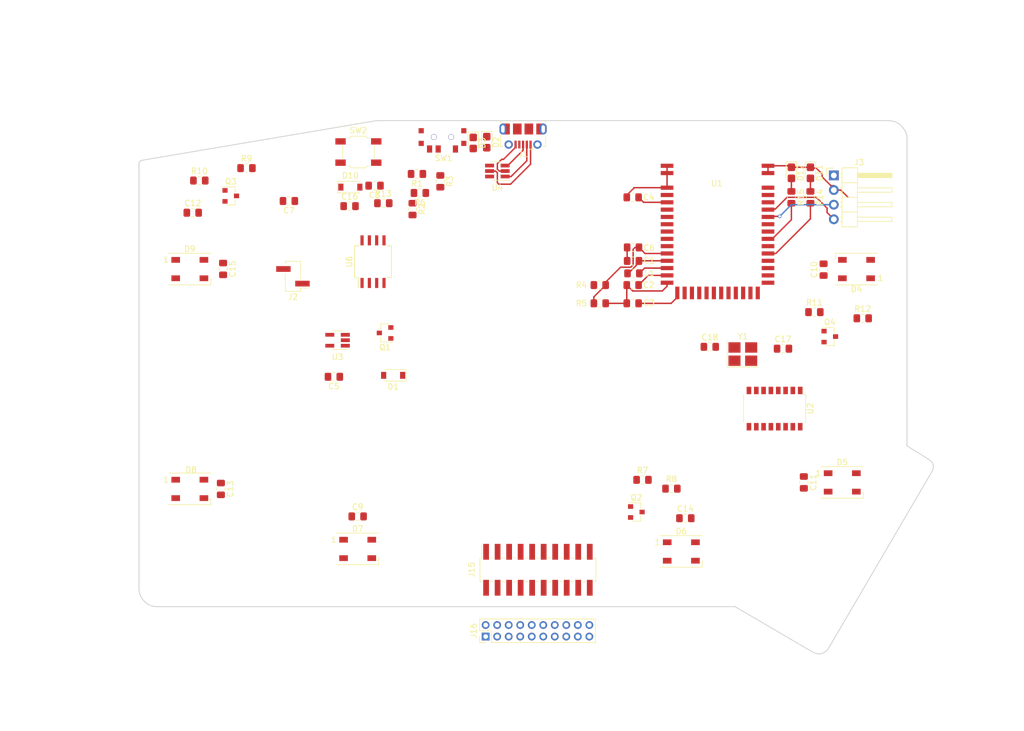
<source format=kicad_pcb>
(kicad_pcb (version 20171130) (host pcbnew "(5.0.0)")

  (general
    (thickness 1.6)
    (drawings 32)
    (tracks 99)
    (zones 0)
    (modules 71)
    (nets 56)
  )

  (page A4)
  (layers
    (0 F.Cu signal)
    (31 B.Cu signal)
    (32 B.Adhes user)
    (33 F.Adhes user)
    (34 B.Paste user)
    (35 F.Paste user)
    (36 B.SilkS user)
    (37 F.SilkS user)
    (38 B.Mask user)
    (39 F.Mask user)
    (40 Dwgs.User user)
    (41 Cmts.User user)
    (42 Eco1.User user)
    (43 Eco2.User user)
    (44 Edge.Cuts user)
    (45 Margin user)
    (46 B.CrtYd user)
    (47 F.CrtYd user)
    (48 B.Fab user)
    (49 F.Fab user)
  )

  (setup
    (last_trace_width 0.25)
    (user_trace_width 0.5)
    (user_trace_width 0.75)
    (user_trace_width 1)
    (trace_clearance 0.2)
    (zone_clearance 0.508)
    (zone_45_only no)
    (trace_min 0.2)
    (segment_width 0.2)
    (edge_width 0.15)
    (via_size 0.6)
    (via_drill 0.4)
    (via_min_size 0.4)
    (via_min_drill 0.3)
    (uvia_size 0.3)
    (uvia_drill 0.1)
    (uvias_allowed no)
    (uvia_min_size 0.2)
    (uvia_min_drill 0.1)
    (pcb_text_width 0.3)
    (pcb_text_size 1.5 1.5)
    (mod_edge_width 0.15)
    (mod_text_size 1 1)
    (mod_text_width 0.15)
    (pad_size 2.2 2.2)
    (pad_drill 2.2)
    (pad_to_mask_clearance 0.2)
    (aux_axis_origin 0 0)
    (visible_elements 7FFFFFFF)
    (pcbplotparams
      (layerselection 0x010fc_ffffffff)
      (usegerberextensions false)
      (usegerberattributes false)
      (usegerberadvancedattributes false)
      (creategerberjobfile false)
      (excludeedgelayer true)
      (linewidth 0.100000)
      (plotframeref false)
      (viasonmask false)
      (mode 1)
      (useauxorigin false)
      (hpglpennumber 1)
      (hpglpenspeed 20)
      (hpglpendiameter 15.000000)
      (psnegative false)
      (psa4output false)
      (plotreference true)
      (plotvalue true)
      (plotinvisibletext false)
      (padsonsilk false)
      (subtractmaskfromsilk false)
      (outputformat 1)
      (mirror false)
      (drillshape 0)
      (scaleselection 1)
      (outputdirectory "PCB.Gerber/"))
  )

  (net 0 "")
  (net 1 row0)
  (net 2 row1)
  (net 3 "Net-(D2-Pad2)")
  (net 4 row2)
  (net 5 "Net-(D3-Pad2)")
  (net 6 row3)
  (net 7 "Net-(D4-Pad2)")
  (net 8 "Net-(D5-Pad2)")
  (net 9 "Net-(D6-Pad2)")
  (net 10 "Net-(D7-Pad2)")
  (net 11 "Net-(D8-Pad2)")
  (net 12 "Net-(D11-Pad2)")
  (net 13 "Net-(D12-Pad2)")
  (net 14 VCC)
  (net 15 GND)
  (net 16 col0)
  (net 17 col1)
  (net 18 col2)
  (net 19 col6)
  (net 20 col3)
  (net 21 col4)
  (net 22 col5)
  (net 23 "Net-(C1-Pad1)")
  (net 24 "Net-(C2-Pad1)")
  (net 25 "Net-(C4-Pad1)")
  (net 26 "Net-(C5-Pad1)")
  (net 27 /P0.31)
  (net 28 /VBatt)
  (net 29 /VBus)
  (net 30 "Net-(D2-Pad1)")
  (net 31 "Net-(D3-Pad1)")
  (net 32 "Net-(J1-Pad6)")
  (net 33 /Data-)
  (net 34 /Data+)
  (net 35 "Net-(L1-Pad2)")
  (net 36 "Net-(R3-Pad1)")
  (net 37 /RXD)
  (net 38 /TXD)
  (net 39 /P0.16)
  (net 40 /P0.17)
  (net 41 /P0.19)
  (net 42 /RESET)
  (net 43 /SWDCLK)
  (net 44 /SWDIO)
  (net 45 /4.2VSwitched)
  (net 46 /DIN_4.2)
  (net 47 "Net-(J2-Pad1)")
  (net 48 "Net-(Q2-Pad1)")
  (net 49 /LED)
  (net 50 "Net-(Q3-Pad1)")
  (net 51 /DIN)
  (net 52 /LED_PWM)
  (net 53 /DTR)
  (net 54 "Net-(C17-Pad1)")
  (net 55 "Net-(C18-Pad1)")

  (net_class Default "This is the default net class."
    (clearance 0.2)
    (trace_width 0.25)
    (via_dia 0.6)
    (via_drill 0.4)
    (uvia_dia 0.3)
    (uvia_drill 0.1)
    (add_net /4.2VSwitched)
    (add_net /DIN)
    (add_net /DIN_4.2)
    (add_net /DTR)
    (add_net /Data+)
    (add_net /Data-)
    (add_net /LED)
    (add_net /LED_PWM)
    (add_net /P0.16)
    (add_net /P0.17)
    (add_net /P0.19)
    (add_net /P0.31)
    (add_net /RESET)
    (add_net /RXD)
    (add_net /SWDCLK)
    (add_net /SWDIO)
    (add_net /TXD)
    (add_net /VBatt)
    (add_net /VBus)
    (add_net GND)
    (add_net "Net-(C1-Pad1)")
    (add_net "Net-(C17-Pad1)")
    (add_net "Net-(C18-Pad1)")
    (add_net "Net-(C2-Pad1)")
    (add_net "Net-(C4-Pad1)")
    (add_net "Net-(C5-Pad1)")
    (add_net "Net-(D11-Pad2)")
    (add_net "Net-(D12-Pad2)")
    (add_net "Net-(D2-Pad1)")
    (add_net "Net-(D2-Pad2)")
    (add_net "Net-(D3-Pad1)")
    (add_net "Net-(D3-Pad2)")
    (add_net "Net-(D4-Pad2)")
    (add_net "Net-(D5-Pad2)")
    (add_net "Net-(D6-Pad2)")
    (add_net "Net-(D7-Pad2)")
    (add_net "Net-(D8-Pad2)")
    (add_net "Net-(J1-Pad6)")
    (add_net "Net-(J2-Pad1)")
    (add_net "Net-(L1-Pad2)")
    (add_net "Net-(Q2-Pad1)")
    (add_net "Net-(Q3-Pad1)")
    (add_net "Net-(R3-Pad1)")
    (add_net VCC)
    (add_net col0)
    (add_net col1)
    (add_net col2)
    (add_net col3)
    (add_net col4)
    (add_net col5)
    (add_net col6)
    (add_net row0)
    (add_net row1)
    (add_net row2)
    (add_net row3)
  )

  (net_class Wires ""
    (clearance 0.25)
    (trace_width 0.5)
    (via_dia 0.6)
    (via_drill 0.4)
    (uvia_dia 0.3)
    (uvia_drill 0.1)
  )

  (module Connector_PinHeader_2.00mm:PinHeader_2x10_P2.00mm_Vertical (layer F.Cu) (tedit 5BBD0FD3) (tstamp 5BC9591D)
    (at 135.128 136 90)
    (descr "Through hole straight pin header, 2x10, 2.00mm pitch, double rows")
    (tags "Through hole pin header THT 2x10 2.00mm double row")
    (path /5BC34BF4)
    (fp_text reference J16 (at 1 -2.06 90) (layer F.SilkS)
      (effects (font (size 1 1) (thickness 0.15)))
    )
    (fp_text value Conn_02x06_Counter_Clockwise (at 1 20.06 90) (layer F.Fab)
      (effects (font (size 1 1) (thickness 0.15)))
    )
    (fp_text user %R (at 1 9 180) (layer F.Fab)
      (effects (font (size 1 1) (thickness 0.15)))
    )
    (fp_line (start 3.5 -1.5) (end -1.5 -1.5) (layer F.CrtYd) (width 0.05))
    (fp_line (start 3.5 19.5) (end 3.5 -1.5) (layer F.CrtYd) (width 0.05))
    (fp_line (start -1.5 19.5) (end 3.5 19.5) (layer F.CrtYd) (width 0.05))
    (fp_line (start -1.5 -1.5) (end -1.5 19.5) (layer F.CrtYd) (width 0.05))
    (fp_line (start -1.06 -1.06) (end 0 -1.06) (layer F.SilkS) (width 0.12))
    (fp_line (start -1.06 0) (end -1.06 -1.06) (layer F.SilkS) (width 0.12))
    (fp_line (start 1 -1.06) (end 3.06 -1.06) (layer F.SilkS) (width 0.12))
    (fp_line (start 1 1) (end 1 -1.06) (layer F.SilkS) (width 0.12))
    (fp_line (start -1.06 1) (end 1 1) (layer F.SilkS) (width 0.12))
    (fp_line (start 3.06 -1.06) (end 3.06 19.06) (layer F.SilkS) (width 0.12))
    (fp_line (start -1.06 1) (end -1.06 19.06) (layer F.SilkS) (width 0.12))
    (fp_line (start -1.06 19.06) (end 3.06 19.06) (layer F.SilkS) (width 0.12))
    (fp_line (start -1 0) (end 0 -1) (layer F.Fab) (width 0.1))
    (fp_line (start -1 19) (end -1 0) (layer F.Fab) (width 0.1))
    (fp_line (start 3 19) (end -1 19) (layer F.Fab) (width 0.1))
    (fp_line (start 3 -1) (end 3 19) (layer F.Fab) (width 0.1))
    (fp_line (start 0 -1) (end 3 -1) (layer F.Fab) (width 0.1))
    (pad 20 thru_hole oval (at 2 18 90) (size 1.35 1.35) (drill 0.8) (layers *.Cu *.Mask))
    (pad 19 thru_hole oval (at 0 18 90) (size 1.35 1.35) (drill 0.8) (layers *.Cu *.Mask))
    (pad 18 thru_hole oval (at 2 16 90) (size 1.35 1.35) (drill 0.8) (layers *.Cu *.Mask))
    (pad 17 thru_hole oval (at 0 16 90) (size 1.35 1.35) (drill 0.8) (layers *.Cu *.Mask))
    (pad 16 thru_hole oval (at 2 14 90) (size 1.35 1.35) (drill 0.8) (layers *.Cu *.Mask))
    (pad 15 thru_hole oval (at 0 14 90) (size 1.35 1.35) (drill 0.8) (layers *.Cu *.Mask))
    (pad 14 thru_hole oval (at 2 12 90) (size 1.35 1.35) (drill 0.8) (layers *.Cu *.Mask))
    (pad 13 thru_hole oval (at 0 12 90) (size 1.35 1.35) (drill 0.8) (layers *.Cu *.Mask))
    (pad 12 thru_hole oval (at 2 10 90) (size 1.35 1.35) (drill 0.8) (layers *.Cu *.Mask))
    (pad 11 thru_hole oval (at 0 10 90) (size 1.35 1.35) (drill 0.8) (layers *.Cu *.Mask))
    (pad 10 thru_hole oval (at 2 8 90) (size 1.35 1.35) (drill 0.8) (layers *.Cu *.Mask))
    (pad 9 thru_hole oval (at 0 8 90) (size 1.35 1.35) (drill 0.8) (layers *.Cu *.Mask))
    (pad 8 thru_hole oval (at 2 6 90) (size 1.35 1.35) (drill 0.8) (layers *.Cu *.Mask))
    (pad 7 thru_hole oval (at 0 6 90) (size 1.35 1.35) (drill 0.8) (layers *.Cu *.Mask))
    (pad 6 thru_hole oval (at 2 4 90) (size 1.35 1.35) (drill 0.8) (layers *.Cu *.Mask))
    (pad 5 thru_hole oval (at 0 4 90) (size 1.35 1.35) (drill 0.8) (layers *.Cu *.Mask))
    (pad 4 thru_hole oval (at 2 2 90) (size 1.35 1.35) (drill 0.8) (layers *.Cu *.Mask))
    (pad 3 thru_hole oval (at 0 2 90) (size 1.35 1.35) (drill 0.8) (layers *.Cu *.Mask))
    (pad 2 thru_hole oval (at 2 0 90) (size 1.35 1.35) (drill 0.8) (layers *.Cu *.Mask))
    (pad 1 thru_hole rect (at 0 0 90) (size 1.35 1.35) (drill 0.8) (layers *.Cu *.Mask))
    (model ${KISYS3DMOD}/Connector_PinHeader_2.00mm.3dshapes/PinHeader_2x10_P2.00mm_Vertical.wrl
      (at (xyz 0 0 0))
      (scale (xyz 1 1 1))
      (rotate (xyz 0 0 0))
    )
  )

  (module Mounting_Holes:MountingHole_2.2mm_M2_DIN965 locked (layer F.Cu) (tedit 5ACF001E) (tstamp 5ACEFFE7)
    (at 128.5 106.85)
    (descr "Mounting Hole 2.2mm, no annular, M2, DIN965")
    (tags "mounting hole 2.2mm no annular m2 din965")
    (path /5ACF2748)
    (attr virtual)
    (fp_text reference J10 (at 0 -2.9) (layer F.SilkS) hide
      (effects (font (size 1 1) (thickness 0.15)))
    )
    (fp_text value Conn_01x01 (at 0 2.9) (layer F.Fab) hide
      (effects (font (size 1 1) (thickness 0.15)))
    )
    (fp_text user %R (at 0.3 0) (layer F.Fab)
      (effects (font (size 1 1) (thickness 0.15)))
    )
    (fp_circle (center 0 0) (end 1.9 0) (layer Cmts.User) (width 0.15))
    (fp_circle (center 0 0) (end 2.15 0) (layer F.CrtYd) (width 0.05))
    (pad 1 np_thru_hole circle (at 0 0) (size 2.2 2.2) (drill 2.2) (layers *.Cu *.Mask))
  )

  (module Mounting_Holes:MountingHole_2.2mm_M2_DIN965 locked (layer F.Cu) (tedit 5ACEFF8D) (tstamp 5ACEFFBF)
    (at 93.96 110.35)
    (descr "Mounting Hole 2.2mm, no annular, M2, DIN965")
    (tags "mounting hole 2.2mm no annular m2 din965")
    (path /5ACF2404)
    (attr virtual)
    (fp_text reference J5 (at 0 -2.9) (layer F.SilkS) hide
      (effects (font (size 1 1) (thickness 0.15)))
    )
    (fp_text value Conn_01x01 (at 0 2.9) (layer F.Fab) hide
      (effects (font (size 1 1) (thickness 0.15)))
    )
    (fp_text user %R (at 0.3 0) (layer F.Fab)
      (effects (font (size 1 1) (thickness 0.15)))
    )
    (fp_circle (center 0 0) (end 1.9 0) (layer Cmts.User) (width 0.15))
    (fp_circle (center 0 0) (end 2.15 0) (layer F.CrtYd) (width 0.05))
    (pad 1 np_thru_hole circle (at 0 0) (size 2.2 2.2) (drill 2.2) (layers *.Cu *.Mask))
  )

  (module Mounting_Holes:MountingHole_2.2mm_M2_DIN965 locked (layer F.Cu) (tedit 5ACEFFAD) (tstamp 5ACEFFC7)
    (at 93.96 72.15)
    (descr "Mounting Hole 2.2mm, no annular, M2, DIN965")
    (tags "mounting hole 2.2mm no annular m2 din965")
    (path /5ACF22A6)
    (attr virtual)
    (fp_text reference J6 (at 0 -2.9) (layer F.SilkS) hide
      (effects (font (size 1 1) (thickness 0.15)))
    )
    (fp_text value Conn_01x01 (at 0 2.9) (layer F.Fab) hide
      (effects (font (size 1 1) (thickness 0.15)))
    )
    (fp_text user %R (at 0.3 0) (layer F.Fab)
      (effects (font (size 1 1) (thickness 0.15)))
    )
    (fp_circle (center 0 0) (end 1.9 0) (layer Cmts.User) (width 0.15))
    (fp_circle (center 0 0) (end 2.15 0) (layer F.CrtYd) (width 0.05))
    (pad 1 np_thru_hole circle (at 0 0) (size 2.2 2.2) (drill 2.2) (layers *.Cu *.Mask))
  )

  (module Mounting_Holes:MountingHole_2.2mm_M2_DIN965 locked (layer F.Cu) (tedit 5BBE78EA) (tstamp 5ACEFFCF)
    (at 189.25 72.15)
    (descr "Mounting Hole 2.2mm, no annular, M2, DIN965")
    (tags "mounting hole 2.2mm no annular m2 din965")
    (path /5ACF217B)
    (attr virtual)
    (fp_text reference J7 (at 0 -2.9) (layer F.SilkS) hide
      (effects (font (size 1 1) (thickness 0.15)))
    )
    (fp_text value Conn_01x01 (at 0 2.9) (layer F.Fab) hide
      (effects (font (size 1 1) (thickness 0.15)))
    )
    (fp_text user %R (at 0.3 0) (layer F.Fab)
      (effects (font (size 1 1) (thickness 0.15)))
    )
    (fp_circle (center 0 0) (end 1.9 0) (layer Cmts.User) (width 0.15))
    (fp_circle (center 0 0) (end 2.15 0) (layer F.CrtYd) (width 0.05))
    (pad "" np_thru_hole circle (at 0 0) (size 2.2 2.2) (drill 2.2) (layers *.Cu *.Mask))
  )

  (module Mounting_Holes:MountingHole_2.2mm_M2_DIN965 locked (layer F.Cu) (tedit 5BBE789B) (tstamp 5ACEFFD7)
    (at 184.785 109.22)
    (descr "Mounting Hole 2.2mm, no annular, M2, DIN965")
    (tags "mounting hole 2.2mm no annular m2 din965")
    (path /5ACF1FC6)
    (attr virtual)
    (fp_text reference J8 (at 0 -2.9) (layer F.SilkS) hide
      (effects (font (size 1 1) (thickness 0.15)))
    )
    (fp_text value Conn_01x01 (at 0 2.9) (layer F.Fab) hide
      (effects (font (size 1 1) (thickness 0.15)))
    )
    (fp_text user %R (at 0.3 0) (layer F.Fab)
      (effects (font (size 1 1) (thickness 0.15)))
    )
    (fp_circle (center 0 0) (end 1.9 0) (layer Cmts.User) (width 0.15))
    (fp_circle (center 0 0) (end 2.15 0) (layer F.CrtYd) (width 0.05))
    (pad "" np_thru_hole circle (at 0 0) (size 2.2 2.2) (drill 2.2) (layers *.Cu *.Mask))
  )

  (module Mounting_Holes:MountingHole_2.2mm_M2_DIN965 locked (layer F.Cu) (tedit 5ACF0002) (tstamp 5ACEFFDF)
    (at 128.5 68.75)
    (descr "Mounting Hole 2.2mm, no annular, M2, DIN965")
    (tags "mounting hole 2.2mm no annular m2 din965")
    (path /5ACF2596)
    (attr virtual)
    (fp_text reference J9 (at 0 -2.9) (layer F.SilkS) hide
      (effects (font (size 1 1) (thickness 0.15)))
    )
    (fp_text value Conn_01x01 (at 0 2.9) (layer F.Fab) hide
      (effects (font (size 1 1) (thickness 0.15)))
    )
    (fp_text user %R (at 0.3 0) (layer F.Fab)
      (effects (font (size 1 1) (thickness 0.15)))
    )
    (fp_circle (center 0 0) (end 1.9 0) (layer Cmts.User) (width 0.15))
    (fp_circle (center 0 0) (end 2.15 0) (layer F.CrtYd) (width 0.05))
    (pad 1 np_thru_hole circle (at 0 0) (size 2.2 2.2) (drill 2.2) (layers *.Cu *.Mask))
  )

  (module Mounting_Holes:MountingHole_2.2mm_M2_DIN965 locked (layer F.Cu) (tedit 5ACF0037) (tstamp 5ACEFFEF)
    (at 154.91 68.75)
    (descr "Mounting Hole 2.2mm, no annular, M2, DIN965")
    (tags "mounting hole 2.2mm no annular m2 din965")
    (path /5ACF29E3)
    (attr virtual)
    (fp_text reference J11 (at 0 -2.9) (layer F.SilkS) hide
      (effects (font (size 1 1) (thickness 0.15)))
    )
    (fp_text value Conn_01x01 (at 0 2.9) (layer F.Fab) hide
      (effects (font (size 1 1) (thickness 0.15)))
    )
    (fp_text user %R (at 0.3 0) (layer F.Fab)
      (effects (font (size 1 1) (thickness 0.15)))
    )
    (fp_circle (center 0 0) (end 1.9 0) (layer Cmts.User) (width 0.15))
    (fp_circle (center 0 0) (end 2.15 0) (layer F.CrtYd) (width 0.05))
    (pad 1 np_thru_hole circle (at 0 0) (size 2.2 2.2) (drill 2.2) (layers *.Cu *.Mask))
  )

  (module Mounting_Holes:MountingHole_2.2mm_M2_DIN965 locked (layer F.Cu) (tedit 5ACF004F) (tstamp 5ACEFFF7)
    (at 154.91 106.85)
    (descr "Mounting Hole 2.2mm, no annular, M2, DIN965")
    (tags "mounting hole 2.2mm no annular m2 din965")
    (path /5ACF2887)
    (attr virtual)
    (fp_text reference J12 (at 0 -2.9) (layer F.SilkS) hide
      (effects (font (size 1 1) (thickness 0.15)))
    )
    (fp_text value Conn_01x01 (at 0 2.9) (layer F.Fab) hide
      (effects (font (size 1 1) (thickness 0.15)))
    )
    (fp_text user %R (at 0.3 0) (layer F.Fab)
      (effects (font (size 1 1) (thickness 0.15)))
    )
    (fp_circle (center 0 0) (end 1.9 0) (layer Cmts.User) (width 0.15))
    (fp_circle (center 0 0) (end 2.15 0) (layer F.CrtYd) (width 0.05))
    (pad 1 np_thru_hole circle (at 0 0) (size 2.2 2.2) (drill 2.2) (layers *.Cu *.Mask))
  )

  (module Connector_PinSocket_2.00mm:PinSocket_2x10_P2.00mm_Vertical_SMD (layer F.Cu) (tedit 5A19A421) (tstamp 5BC95A64)
    (at 144.2 124.4 90)
    (descr "surface-mounted straight socket strip, 2x10, 2.00mm pitch, double cols (from Kicad 4.0.7), script generated")
    (tags "Surface mounted socket strip SMD 2x10 2.00mm double row")
    (path /5BBA2995)
    (attr smd)
    (fp_text reference J15 (at 0 -11.5 90) (layer F.SilkS)
      (effects (font (size 1 1) (thickness 0.15)))
    )
    (fp_text value Conn_02x06_Counter_Clockwise (at 0 11.5 90) (layer F.Fab)
      (effects (font (size 1 1) (thickness 0.15)))
    )
    (fp_line (start -2.06 -10.06) (end 2.06 -10.06) (layer F.SilkS) (width 0.12))
    (fp_line (start 2.06 -10.06) (end 2.06 -9.76) (layer F.SilkS) (width 0.12))
    (fp_line (start 2.06 -8.24) (end 2.06 -7.76) (layer F.SilkS) (width 0.12))
    (fp_line (start 2.06 -6.24) (end 2.06 -5.76) (layer F.SilkS) (width 0.12))
    (fp_line (start 2.06 -4.24) (end 2.06 -3.76) (layer F.SilkS) (width 0.12))
    (fp_line (start 2.06 -2.24) (end 2.06 -1.76) (layer F.SilkS) (width 0.12))
    (fp_line (start 2.06 -0.24) (end 2.06 0.24) (layer F.SilkS) (width 0.12))
    (fp_line (start 2.06 1.76) (end 2.06 2.24) (layer F.SilkS) (width 0.12))
    (fp_line (start 2.06 3.76) (end 2.06 4.24) (layer F.SilkS) (width 0.12))
    (fp_line (start 2.06 5.76) (end 2.06 6.24) (layer F.SilkS) (width 0.12))
    (fp_line (start 2.06 7.76) (end 2.06 8.24) (layer F.SilkS) (width 0.12))
    (fp_line (start 2.06 9.76) (end 2.06 10.06) (layer F.SilkS) (width 0.12))
    (fp_line (start -2.06 10.06) (end 2.06 10.06) (layer F.SilkS) (width 0.12))
    (fp_line (start -2.06 -10.06) (end -2.06 -9.76) (layer F.SilkS) (width 0.12))
    (fp_line (start -2.06 -8.24) (end -2.06 -7.76) (layer F.SilkS) (width 0.12))
    (fp_line (start -2.06 -6.24) (end -2.06 -5.76) (layer F.SilkS) (width 0.12))
    (fp_line (start -2.06 -4.24) (end -2.06 -3.76) (layer F.SilkS) (width 0.12))
    (fp_line (start -2.06 -2.24) (end -2.06 -1.76) (layer F.SilkS) (width 0.12))
    (fp_line (start -2.06 -0.24) (end -2.06 0.24) (layer F.SilkS) (width 0.12))
    (fp_line (start -2.06 1.76) (end -2.06 2.24) (layer F.SilkS) (width 0.12))
    (fp_line (start -2.06 3.76) (end -2.06 4.24) (layer F.SilkS) (width 0.12))
    (fp_line (start -2.06 5.76) (end -2.06 6.24) (layer F.SilkS) (width 0.12))
    (fp_line (start -2.06 7.76) (end -2.06 8.24) (layer F.SilkS) (width 0.12))
    (fp_line (start -2.06 9.76) (end -2.06 10.06) (layer F.SilkS) (width 0.12))
    (fp_line (start 2.06 -9.76) (end 4.44 -9.76) (layer F.SilkS) (width 0.12))
    (fp_line (start -2 -10) (end 1 -10) (layer F.Fab) (width 0.1))
    (fp_line (start 1 -10) (end 2 -9) (layer F.Fab) (width 0.1))
    (fp_line (start 2 -9) (end 2 10) (layer F.Fab) (width 0.1))
    (fp_line (start 2 10) (end -2 10) (layer F.Fab) (width 0.1))
    (fp_line (start -2 10) (end -2 -10) (layer F.Fab) (width 0.1))
    (fp_line (start -3 -9.25) (end -2 -9.25) (layer F.Fab) (width 0.1))
    (fp_line (start -2 -8.75) (end -3 -8.75) (layer F.Fab) (width 0.1))
    (fp_line (start -3 -8.75) (end -3 -9.25) (layer F.Fab) (width 0.1))
    (fp_line (start 2 -9.25) (end 3 -9.25) (layer F.Fab) (width 0.1))
    (fp_line (start 3 -9.25) (end 3 -8.75) (layer F.Fab) (width 0.1))
    (fp_line (start 3 -8.75) (end 2 -8.75) (layer F.Fab) (width 0.1))
    (fp_line (start -3 -7.25) (end -2 -7.25) (layer F.Fab) (width 0.1))
    (fp_line (start -2 -6.75) (end -3 -6.75) (layer F.Fab) (width 0.1))
    (fp_line (start -3 -6.75) (end -3 -7.25) (layer F.Fab) (width 0.1))
    (fp_line (start 2 -7.25) (end 3 -7.25) (layer F.Fab) (width 0.1))
    (fp_line (start 3 -7.25) (end 3 -6.75) (layer F.Fab) (width 0.1))
    (fp_line (start 3 -6.75) (end 2 -6.75) (layer F.Fab) (width 0.1))
    (fp_line (start -3 -5.25) (end -2 -5.25) (layer F.Fab) (width 0.1))
    (fp_line (start -2 -4.75) (end -3 -4.75) (layer F.Fab) (width 0.1))
    (fp_line (start -3 -4.75) (end -3 -5.25) (layer F.Fab) (width 0.1))
    (fp_line (start 2 -5.25) (end 3 -5.25) (layer F.Fab) (width 0.1))
    (fp_line (start 3 -5.25) (end 3 -4.75) (layer F.Fab) (width 0.1))
    (fp_line (start 3 -4.75) (end 2 -4.75) (layer F.Fab) (width 0.1))
    (fp_line (start -3 -3.25) (end -2 -3.25) (layer F.Fab) (width 0.1))
    (fp_line (start -2 -2.75) (end -3 -2.75) (layer F.Fab) (width 0.1))
    (fp_line (start -3 -2.75) (end -3 -3.25) (layer F.Fab) (width 0.1))
    (fp_line (start 2 -3.25) (end 3 -3.25) (layer F.Fab) (width 0.1))
    (fp_line (start 3 -3.25) (end 3 -2.75) (layer F.Fab) (width 0.1))
    (fp_line (start 3 -2.75) (end 2 -2.75) (layer F.Fab) (width 0.1))
    (fp_line (start -3 -1.25) (end -2 -1.25) (layer F.Fab) (width 0.1))
    (fp_line (start -2 -0.75) (end -3 -0.75) (layer F.Fab) (width 0.1))
    (fp_line (start -3 -0.75) (end -3 -1.25) (layer F.Fab) (width 0.1))
    (fp_line (start 2 -1.25) (end 3 -1.25) (layer F.Fab) (width 0.1))
    (fp_line (start 3 -1.25) (end 3 -0.75) (layer F.Fab) (width 0.1))
    (fp_line (start 3 -0.75) (end 2 -0.75) (layer F.Fab) (width 0.1))
    (fp_line (start -3 0.75) (end -2 0.75) (layer F.Fab) (width 0.1))
    (fp_line (start -2 1.25) (end -3 1.25) (layer F.Fab) (width 0.1))
    (fp_line (start -3 1.25) (end -3 0.75) (layer F.Fab) (width 0.1))
    (fp_line (start 2 0.75) (end 3 0.75) (layer F.Fab) (width 0.1))
    (fp_line (start 3 0.75) (end 3 1.25) (layer F.Fab) (width 0.1))
    (fp_line (start 3 1.25) (end 2 1.25) (layer F.Fab) (width 0.1))
    (fp_line (start -3 2.75) (end -2 2.75) (layer F.Fab) (width 0.1))
    (fp_line (start -2 3.25) (end -3 3.25) (layer F.Fab) (width 0.1))
    (fp_line (start -3 3.25) (end -3 2.75) (layer F.Fab) (width 0.1))
    (fp_line (start 2 2.75) (end 3 2.75) (layer F.Fab) (width 0.1))
    (fp_line (start 3 2.75) (end 3 3.25) (layer F.Fab) (width 0.1))
    (fp_line (start 3 3.25) (end 2 3.25) (layer F.Fab) (width 0.1))
    (fp_line (start -3 4.75) (end -2 4.75) (layer F.Fab) (width 0.1))
    (fp_line (start -2 5.25) (end -3 5.25) (layer F.Fab) (width 0.1))
    (fp_line (start -3 5.25) (end -3 4.75) (layer F.Fab) (width 0.1))
    (fp_line (start 2 4.75) (end 3 4.75) (layer F.Fab) (width 0.1))
    (fp_line (start 3 4.75) (end 3 5.25) (layer F.Fab) (width 0.1))
    (fp_line (start 3 5.25) (end 2 5.25) (layer F.Fab) (width 0.1))
    (fp_line (start -3 6.75) (end -2 6.75) (layer F.Fab) (width 0.1))
    (fp_line (start -2 7.25) (end -3 7.25) (layer F.Fab) (width 0.1))
    (fp_line (start -3 7.25) (end -3 6.75) (layer F.Fab) (width 0.1))
    (fp_line (start 2 6.75) (end 3 6.75) (layer F.Fab) (width 0.1))
    (fp_line (start 3 6.75) (end 3 7.25) (layer F.Fab) (width 0.1))
    (fp_line (start 3 7.25) (end 2 7.25) (layer F.Fab) (width 0.1))
    (fp_line (start -3 8.75) (end -2 8.75) (layer F.Fab) (width 0.1))
    (fp_line (start -2 9.25) (end -3 9.25) (layer F.Fab) (width 0.1))
    (fp_line (start -3 9.25) (end -3 8.75) (layer F.Fab) (width 0.1))
    (fp_line (start 2 8.75) (end 3 8.75) (layer F.Fab) (width 0.1))
    (fp_line (start 3 8.75) (end 3 9.25) (layer F.Fab) (width 0.1))
    (fp_line (start 3 9.25) (end 2 9.25) (layer F.Fab) (width 0.1))
    (fp_line (start -5 -10.5) (end 5 -10.5) (layer F.CrtYd) (width 0.05))
    (fp_line (start 5 -10.5) (end 5 10.5) (layer F.CrtYd) (width 0.05))
    (fp_line (start 5 10.5) (end -5 10.5) (layer F.CrtYd) (width 0.05))
    (fp_line (start -5 10.5) (end -5 -10.5) (layer F.CrtYd) (width 0.05))
    (fp_text user %R (at 0 0 180) (layer F.Fab)
      (effects (font (size 1 1) (thickness 0.15)))
    )
    (pad 1 smd rect (at 3.125 -9 90) (size 2.75 1) (layers F.Cu F.Paste F.Mask)
      (net 16 col0))
    (pad 2 smd rect (at -3.125 -9 90) (size 2.75 1) (layers F.Cu F.Paste F.Mask)
      (net 1 row0))
    (pad 3 smd rect (at 3.125 -7 90) (size 2.75 1) (layers F.Cu F.Paste F.Mask)
      (net 17 col1))
    (pad 4 smd rect (at -3.125 -7 90) (size 2.75 1) (layers F.Cu F.Paste F.Mask)
      (net 2 row1))
    (pad 5 smd rect (at 3.125 -5 90) (size 2.75 1) (layers F.Cu F.Paste F.Mask)
      (net 18 col2))
    (pad 6 smd rect (at -3.125 -5 90) (size 2.75 1) (layers F.Cu F.Paste F.Mask)
      (net 4 row2))
    (pad 7 smd rect (at 3.125 -3 90) (size 2.75 1) (layers F.Cu F.Paste F.Mask)
      (net 20 col3))
    (pad 8 smd rect (at -3.125 -3 90) (size 2.75 1) (layers F.Cu F.Paste F.Mask)
      (net 6 row3))
    (pad 9 smd rect (at 3.125 -1 90) (size 2.75 1) (layers F.Cu F.Paste F.Mask)
      (net 21 col4))
    (pad 10 smd rect (at -3.125 -1 90) (size 2.75 1) (layers F.Cu F.Paste F.Mask))
    (pad 11 smd rect (at 3.125 1 90) (size 2.75 1) (layers F.Cu F.Paste F.Mask)
      (net 22 col5))
    (pad 12 smd rect (at -3.125 1 90) (size 2.75 1) (layers F.Cu F.Paste F.Mask))
    (pad 13 smd rect (at 3.125 3 90) (size 2.75 1) (layers F.Cu F.Paste F.Mask)
      (net 19 col6))
    (pad 14 smd rect (at -3.125 3 90) (size 2.75 1) (layers F.Cu F.Paste F.Mask))
    (pad 15 smd rect (at 3.125 5 90) (size 2.75 1) (layers F.Cu F.Paste F.Mask))
    (pad 16 smd rect (at -3.125 5 90) (size 2.75 1) (layers F.Cu F.Paste F.Mask))
    (pad 17 smd rect (at 3.125 7 90) (size 2.75 1) (layers F.Cu F.Paste F.Mask))
    (pad 18 smd rect (at -3.125 7 90) (size 2.75 1) (layers F.Cu F.Paste F.Mask)
      (net 49 /LED))
    (pad 19 smd rect (at 3.125 9 90) (size 2.75 1) (layers F.Cu F.Paste F.Mask))
    (pad 20 smd rect (at -3.125 9 90) (size 2.75 1) (layers F.Cu F.Paste F.Mask)
      (net 15 GND))
    (model ${KISYS3DMOD}/Connector_PinSocket_2.00mm.3dshapes/PinSocket_2x10_P2.00mm_Vertical_SMD.wrl
      (at (xyz 0 0 0))
      (scale (xyz 1 1 1))
      (rotate (xyz 0 0 0))
    )
  )

  (module Capacitor_SMD:C_0805_2012Metric_Pad1.15x1.40mm_HandSolder (layer F.Cu) (tedit 5B36C52B) (tstamp 5BD55082)
    (at 160.7185 70.739 180)
    (descr "Capacitor SMD 0805 (2012 Metric), square (rectangular) end terminal, IPC_7351 nominal with elongated pad for handsoldering. (Body size source: https://docs.google.com/spreadsheets/d/1BsfQQcO9C6DZCsRaXUlFlo91Tg2WpOkGARC1WS5S8t0/edit?usp=sharing), generated with kicad-footprint-generator")
    (tags "capacitor handsolder")
    (path /5BC396D3)
    (attr smd)
    (fp_text reference C1 (at -2.794 0.0635 180) (layer F.SilkS)
      (effects (font (size 1 1) (thickness 0.15)))
    )
    (fp_text value 1uF (at 0 1.65 180) (layer F.Fab)
      (effects (font (size 1 1) (thickness 0.15)))
    )
    (fp_text user %R (at 0 0 180) (layer F.Fab)
      (effects (font (size 0.5 0.5) (thickness 0.08)))
    )
    (fp_line (start 1.85 0.95) (end -1.85 0.95) (layer F.CrtYd) (width 0.05))
    (fp_line (start 1.85 -0.95) (end 1.85 0.95) (layer F.CrtYd) (width 0.05))
    (fp_line (start -1.85 -0.95) (end 1.85 -0.95) (layer F.CrtYd) (width 0.05))
    (fp_line (start -1.85 0.95) (end -1.85 -0.95) (layer F.CrtYd) (width 0.05))
    (fp_line (start -0.261252 0.71) (end 0.261252 0.71) (layer F.SilkS) (width 0.12))
    (fp_line (start -0.261252 -0.71) (end 0.261252 -0.71) (layer F.SilkS) (width 0.12))
    (fp_line (start 1 0.6) (end -1 0.6) (layer F.Fab) (width 0.1))
    (fp_line (start 1 -0.6) (end 1 0.6) (layer F.Fab) (width 0.1))
    (fp_line (start -1 -0.6) (end 1 -0.6) (layer F.Fab) (width 0.1))
    (fp_line (start -1 0.6) (end -1 -0.6) (layer F.Fab) (width 0.1))
    (pad 2 smd roundrect (at 1.025 0 180) (size 1.15 1.4) (layers F.Cu F.Paste F.Mask) (roundrect_rratio 0.217391)
      (net 15 GND))
    (pad 1 smd roundrect (at -1.025 0 180) (size 1.15 1.4) (layers F.Cu F.Paste F.Mask) (roundrect_rratio 0.217391)
      (net 23 "Net-(C1-Pad1)"))
    (model ${KISYS3DMOD}/Capacitor_SMD.3dshapes/C_0805_2012Metric.wrl
      (at (xyz 0 0 0))
      (scale (xyz 1 1 1))
      (rotate (xyz 0 0 0))
    )
  )

  (module Capacitor_SMD:C_0805_2012Metric_Pad1.15x1.40mm_HandSolder (layer F.Cu) (tedit 5B36C52B) (tstamp 5BD55093)
    (at 160.655 74.93 180)
    (descr "Capacitor SMD 0805 (2012 Metric), square (rectangular) end terminal, IPC_7351 nominal with elongated pad for handsoldering. (Body size source: https://docs.google.com/spreadsheets/d/1BsfQQcO9C6DZCsRaXUlFlo91Tg2WpOkGARC1WS5S8t0/edit?usp=sharing), generated with kicad-footprint-generator")
    (tags "capacitor handsolder")
    (path /5BC39745)
    (attr smd)
    (fp_text reference C2 (at -2.794 0 180) (layer F.SilkS)
      (effects (font (size 1 1) (thickness 0.15)))
    )
    (fp_text value 0.1uF (at 0 1.65 180) (layer F.Fab)
      (effects (font (size 1 1) (thickness 0.15)))
    )
    (fp_line (start -1 0.6) (end -1 -0.6) (layer F.Fab) (width 0.1))
    (fp_line (start -1 -0.6) (end 1 -0.6) (layer F.Fab) (width 0.1))
    (fp_line (start 1 -0.6) (end 1 0.6) (layer F.Fab) (width 0.1))
    (fp_line (start 1 0.6) (end -1 0.6) (layer F.Fab) (width 0.1))
    (fp_line (start -0.261252 -0.71) (end 0.261252 -0.71) (layer F.SilkS) (width 0.12))
    (fp_line (start -0.261252 0.71) (end 0.261252 0.71) (layer F.SilkS) (width 0.12))
    (fp_line (start -1.85 0.95) (end -1.85 -0.95) (layer F.CrtYd) (width 0.05))
    (fp_line (start -1.85 -0.95) (end 1.85 -0.95) (layer F.CrtYd) (width 0.05))
    (fp_line (start 1.85 -0.95) (end 1.85 0.95) (layer F.CrtYd) (width 0.05))
    (fp_line (start 1.85 0.95) (end -1.85 0.95) (layer F.CrtYd) (width 0.05))
    (fp_text user %R (at 0 0 180) (layer F.Fab)
      (effects (font (size 0.5 0.5) (thickness 0.08)))
    )
    (pad 1 smd roundrect (at -1.025 0 180) (size 1.15 1.4) (layers F.Cu F.Paste F.Mask) (roundrect_rratio 0.217391)
      (net 24 "Net-(C2-Pad1)"))
    (pad 2 smd roundrect (at 1.025 0 180) (size 1.15 1.4) (layers F.Cu F.Paste F.Mask) (roundrect_rratio 0.217391)
      (net 15 GND))
    (model ${KISYS3DMOD}/Capacitor_SMD.3dshapes/C_0805_2012Metric.wrl
      (at (xyz 0 0 0))
      (scale (xyz 1 1 1))
      (rotate (xyz 0 0 0))
    )
  )

  (module Capacitor_SMD:C_0805_2012Metric_Pad1.15x1.40mm_HandSolder (layer F.Cu) (tedit 5B36C52B) (tstamp 5BD550A4)
    (at 160.655 78.105 180)
    (descr "Capacitor SMD 0805 (2012 Metric), square (rectangular) end terminal, IPC_7351 nominal with elongated pad for handsoldering. (Body size source: https://docs.google.com/spreadsheets/d/1BsfQQcO9C6DZCsRaXUlFlo91Tg2WpOkGARC1WS5S8t0/edit?usp=sharing), generated with kicad-footprint-generator")
    (tags "capacitor handsolder")
    (path /5BC3962F)
    (attr smd)
    (fp_text reference C3 (at -2.8575 0.0635 180) (layer F.SilkS)
      (effects (font (size 1 1) (thickness 0.15)))
    )
    (fp_text value 10uF (at 0 1.65 180) (layer F.Fab)
      (effects (font (size 1 1) (thickness 0.15)))
    )
    (fp_line (start -1 0.6) (end -1 -0.6) (layer F.Fab) (width 0.1))
    (fp_line (start -1 -0.6) (end 1 -0.6) (layer F.Fab) (width 0.1))
    (fp_line (start 1 -0.6) (end 1 0.6) (layer F.Fab) (width 0.1))
    (fp_line (start 1 0.6) (end -1 0.6) (layer F.Fab) (width 0.1))
    (fp_line (start -0.261252 -0.71) (end 0.261252 -0.71) (layer F.SilkS) (width 0.12))
    (fp_line (start -0.261252 0.71) (end 0.261252 0.71) (layer F.SilkS) (width 0.12))
    (fp_line (start -1.85 0.95) (end -1.85 -0.95) (layer F.CrtYd) (width 0.05))
    (fp_line (start -1.85 -0.95) (end 1.85 -0.95) (layer F.CrtYd) (width 0.05))
    (fp_line (start 1.85 -0.95) (end 1.85 0.95) (layer F.CrtYd) (width 0.05))
    (fp_line (start 1.85 0.95) (end -1.85 0.95) (layer F.CrtYd) (width 0.05))
    (fp_text user %R (at 0 0 180) (layer F.Fab)
      (effects (font (size 0.5 0.5) (thickness 0.08)))
    )
    (pad 1 smd roundrect (at -1.025 0 180) (size 1.15 1.4) (layers F.Cu F.Paste F.Mask) (roundrect_rratio 0.217391)
      (net 14 VCC))
    (pad 2 smd roundrect (at 1.025 0 180) (size 1.15 1.4) (layers F.Cu F.Paste F.Mask) (roundrect_rratio 0.217391)
      (net 15 GND))
    (model ${KISYS3DMOD}/Capacitor_SMD.3dshapes/C_0805_2012Metric.wrl
      (at (xyz 0 0 0))
      (scale (xyz 1 1 1))
      (rotate (xyz 0 0 0))
    )
  )

  (module Capacitor_SMD:C_0805_2012Metric_Pad1.15x1.40mm_HandSolder (layer F.Cu) (tedit 5B36C52B) (tstamp 5BD550B5)
    (at 160.655 59.69 180)
    (descr "Capacitor SMD 0805 (2012 Metric), square (rectangular) end terminal, IPC_7351 nominal with elongated pad for handsoldering. (Body size source: https://docs.google.com/spreadsheets/d/1BsfQQcO9C6DZCsRaXUlFlo91Tg2WpOkGARC1WS5S8t0/edit?usp=sharing), generated with kicad-footprint-generator")
    (tags "capacitor handsolder")
    (path /5BC37858)
    (attr smd)
    (fp_text reference C4 (at -2.794 0 180) (layer F.SilkS)
      (effects (font (size 1 1) (thickness 0.15)))
    )
    (fp_text value 100pF (at 0 1.65 180) (layer F.Fab)
      (effects (font (size 1 1) (thickness 0.15)))
    )
    (fp_text user %R (at 0 0 180) (layer F.Fab)
      (effects (font (size 0.5 0.5) (thickness 0.08)))
    )
    (fp_line (start 1.85 0.95) (end -1.85 0.95) (layer F.CrtYd) (width 0.05))
    (fp_line (start 1.85 -0.95) (end 1.85 0.95) (layer F.CrtYd) (width 0.05))
    (fp_line (start -1.85 -0.95) (end 1.85 -0.95) (layer F.CrtYd) (width 0.05))
    (fp_line (start -1.85 0.95) (end -1.85 -0.95) (layer F.CrtYd) (width 0.05))
    (fp_line (start -0.261252 0.71) (end 0.261252 0.71) (layer F.SilkS) (width 0.12))
    (fp_line (start -0.261252 -0.71) (end 0.261252 -0.71) (layer F.SilkS) (width 0.12))
    (fp_line (start 1 0.6) (end -1 0.6) (layer F.Fab) (width 0.1))
    (fp_line (start 1 -0.6) (end 1 0.6) (layer F.Fab) (width 0.1))
    (fp_line (start -1 -0.6) (end 1 -0.6) (layer F.Fab) (width 0.1))
    (fp_line (start -1 0.6) (end -1 -0.6) (layer F.Fab) (width 0.1))
    (pad 2 smd roundrect (at 1.025 0 180) (size 1.15 1.4) (layers F.Cu F.Paste F.Mask) (roundrect_rratio 0.217391)
      (net 15 GND))
    (pad 1 smd roundrect (at -1.025 0 180) (size 1.15 1.4) (layers F.Cu F.Paste F.Mask) (roundrect_rratio 0.217391)
      (net 25 "Net-(C4-Pad1)"))
    (model ${KISYS3DMOD}/Capacitor_SMD.3dshapes/C_0805_2012Metric.wrl
      (at (xyz 0 0 0))
      (scale (xyz 1 1 1))
      (rotate (xyz 0 0 0))
    )
  )

  (module Capacitor_SMD:C_0805_2012Metric_Pad1.15x1.40mm_HandSolder (layer F.Cu) (tedit 5B36C52B) (tstamp 5BD550C6)
    (at 108.7755 90.8685 180)
    (descr "Capacitor SMD 0805 (2012 Metric), square (rectangular) end terminal, IPC_7351 nominal with elongated pad for handsoldering. (Body size source: https://docs.google.com/spreadsheets/d/1BsfQQcO9C6DZCsRaXUlFlo91Tg2WpOkGARC1WS5S8t0/edit?usp=sharing), generated with kicad-footprint-generator")
    (tags "capacitor handsolder")
    (path /5BC80B95)
    (attr smd)
    (fp_text reference C5 (at 0 -1.65 180) (layer F.SilkS)
      (effects (font (size 1 1) (thickness 0.15)))
    )
    (fp_text value 10uF (at 0 1.65 180) (layer F.Fab)
      (effects (font (size 1 1) (thickness 0.15)))
    )
    (fp_text user %R (at 0 0 180) (layer F.Fab)
      (effects (font (size 0.5 0.5) (thickness 0.08)))
    )
    (fp_line (start 1.85 0.95) (end -1.85 0.95) (layer F.CrtYd) (width 0.05))
    (fp_line (start 1.85 -0.95) (end 1.85 0.95) (layer F.CrtYd) (width 0.05))
    (fp_line (start -1.85 -0.95) (end 1.85 -0.95) (layer F.CrtYd) (width 0.05))
    (fp_line (start -1.85 0.95) (end -1.85 -0.95) (layer F.CrtYd) (width 0.05))
    (fp_line (start -0.261252 0.71) (end 0.261252 0.71) (layer F.SilkS) (width 0.12))
    (fp_line (start -0.261252 -0.71) (end 0.261252 -0.71) (layer F.SilkS) (width 0.12))
    (fp_line (start 1 0.6) (end -1 0.6) (layer F.Fab) (width 0.1))
    (fp_line (start 1 -0.6) (end 1 0.6) (layer F.Fab) (width 0.1))
    (fp_line (start -1 -0.6) (end 1 -0.6) (layer F.Fab) (width 0.1))
    (fp_line (start -1 0.6) (end -1 -0.6) (layer F.Fab) (width 0.1))
    (pad 2 smd roundrect (at 1.025 0 180) (size 1.15 1.4) (layers F.Cu F.Paste F.Mask) (roundrect_rratio 0.217391)
      (net 15 GND))
    (pad 1 smd roundrect (at -1.025 0 180) (size 1.15 1.4) (layers F.Cu F.Paste F.Mask) (roundrect_rratio 0.217391)
      (net 26 "Net-(C5-Pad1)"))
    (model ${KISYS3DMOD}/Capacitor_SMD.3dshapes/C_0805_2012Metric.wrl
      (at (xyz 0 0 0))
      (scale (xyz 1 1 1))
      (rotate (xyz 0 0 0))
    )
  )

  (module Capacitor_SMD:C_0805_2012Metric_Pad1.15x1.40mm_HandSolder (layer F.Cu) (tedit 5B36C52B) (tstamp 5BD550D7)
    (at 160.7185 68.3895 180)
    (descr "Capacitor SMD 0805 (2012 Metric), square (rectangular) end terminal, IPC_7351 nominal with elongated pad for handsoldering. (Body size source: https://docs.google.com/spreadsheets/d/1BsfQQcO9C6DZCsRaXUlFlo91Tg2WpOkGARC1WS5S8t0/edit?usp=sharing), generated with kicad-footprint-generator")
    (tags "capacitor handsolder")
    (path /5BC72BCC)
    (attr smd)
    (fp_text reference C6 (at -2.794 -0.0635 180) (layer F.SilkS)
      (effects (font (size 1 1) (thickness 0.15)))
    )
    (fp_text value 1nF (at 0 1.65 180) (layer F.Fab)
      (effects (font (size 1 1) (thickness 0.15)))
    )
    (fp_text user %R (at 0 0 180) (layer F.Fab)
      (effects (font (size 0.5 0.5) (thickness 0.08)))
    )
    (fp_line (start 1.85 0.95) (end -1.85 0.95) (layer F.CrtYd) (width 0.05))
    (fp_line (start 1.85 -0.95) (end 1.85 0.95) (layer F.CrtYd) (width 0.05))
    (fp_line (start -1.85 -0.95) (end 1.85 -0.95) (layer F.CrtYd) (width 0.05))
    (fp_line (start -1.85 0.95) (end -1.85 -0.95) (layer F.CrtYd) (width 0.05))
    (fp_line (start -0.261252 0.71) (end 0.261252 0.71) (layer F.SilkS) (width 0.12))
    (fp_line (start -0.261252 -0.71) (end 0.261252 -0.71) (layer F.SilkS) (width 0.12))
    (fp_line (start 1 0.6) (end -1 0.6) (layer F.Fab) (width 0.1))
    (fp_line (start 1 -0.6) (end 1 0.6) (layer F.Fab) (width 0.1))
    (fp_line (start -1 -0.6) (end 1 -0.6) (layer F.Fab) (width 0.1))
    (fp_line (start -1 0.6) (end -1 -0.6) (layer F.Fab) (width 0.1))
    (pad 2 smd roundrect (at 1.025 0 180) (size 1.15 1.4) (layers F.Cu F.Paste F.Mask) (roundrect_rratio 0.217391)
      (net 15 GND))
    (pad 1 smd roundrect (at -1.025 0 180) (size 1.15 1.4) (layers F.Cu F.Paste F.Mask) (roundrect_rratio 0.217391)
      (net 27 /P0.31))
    (model ${KISYS3DMOD}/Capacitor_SMD.3dshapes/C_0805_2012Metric.wrl
      (at (xyz 0 0 0))
      (scale (xyz 1 1 1))
      (rotate (xyz 0 0 0))
    )
  )

  (module Capacitor_SMD:C_0805_2012Metric_Pad1.15x1.40mm_HandSolder (layer F.Cu) (tedit 5B36C52B) (tstamp 5BD550E8)
    (at 100.965 60.325 180)
    (descr "Capacitor SMD 0805 (2012 Metric), square (rectangular) end terminal, IPC_7351 nominal with elongated pad for handsoldering. (Body size source: https://docs.google.com/spreadsheets/d/1BsfQQcO9C6DZCsRaXUlFlo91Tg2WpOkGARC1WS5S8t0/edit?usp=sharing), generated with kicad-footprint-generator")
    (tags "capacitor handsolder")
    (path /5BCB87D9)
    (attr smd)
    (fp_text reference C7 (at 0 -1.65 180) (layer F.SilkS)
      (effects (font (size 1 1) (thickness 0.15)))
    )
    (fp_text value 10uF (at 0 1.65 180) (layer F.Fab)
      (effects (font (size 1 1) (thickness 0.15)))
    )
    (fp_line (start -1 0.6) (end -1 -0.6) (layer F.Fab) (width 0.1))
    (fp_line (start -1 -0.6) (end 1 -0.6) (layer F.Fab) (width 0.1))
    (fp_line (start 1 -0.6) (end 1 0.6) (layer F.Fab) (width 0.1))
    (fp_line (start 1 0.6) (end -1 0.6) (layer F.Fab) (width 0.1))
    (fp_line (start -0.261252 -0.71) (end 0.261252 -0.71) (layer F.SilkS) (width 0.12))
    (fp_line (start -0.261252 0.71) (end 0.261252 0.71) (layer F.SilkS) (width 0.12))
    (fp_line (start -1.85 0.95) (end -1.85 -0.95) (layer F.CrtYd) (width 0.05))
    (fp_line (start -1.85 -0.95) (end 1.85 -0.95) (layer F.CrtYd) (width 0.05))
    (fp_line (start 1.85 -0.95) (end 1.85 0.95) (layer F.CrtYd) (width 0.05))
    (fp_line (start 1.85 0.95) (end -1.85 0.95) (layer F.CrtYd) (width 0.05))
    (fp_text user %R (at 0 0 180) (layer F.Fab)
      (effects (font (size 0.5 0.5) (thickness 0.08)))
    )
    (pad 1 smd roundrect (at -1.025 0 180) (size 1.15 1.4) (layers F.Cu F.Paste F.Mask) (roundrect_rratio 0.217391)
      (net 28 /VBatt))
    (pad 2 smd roundrect (at 1.025 0 180) (size 1.15 1.4) (layers F.Cu F.Paste F.Mask) (roundrect_rratio 0.217391)
      (net 15 GND))
    (model ${KISYS3DMOD}/Capacitor_SMD.3dshapes/C_0805_2012Metric.wrl
      (at (xyz 0 0 0))
      (scale (xyz 1 1 1))
      (rotate (xyz 0 0 0))
    )
  )

  (module Capacitor_SMD:C_0805_2012Metric_Pad1.15x1.40mm_HandSolder (layer F.Cu) (tedit 5B36C52B) (tstamp 5BD550F9)
    (at 115.833 57.658 180)
    (descr "Capacitor SMD 0805 (2012 Metric), square (rectangular) end terminal, IPC_7351 nominal with elongated pad for handsoldering. (Body size source: https://docs.google.com/spreadsheets/d/1BsfQQcO9C6DZCsRaXUlFlo91Tg2WpOkGARC1WS5S8t0/edit?usp=sharing), generated with kicad-footprint-generator")
    (tags "capacitor handsolder")
    (path /5BC80CC8)
    (attr smd)
    (fp_text reference C8 (at 0 -1.65 180) (layer F.SilkS)
      (effects (font (size 1 1) (thickness 0.15)))
    )
    (fp_text value 10uF (at 0 1.65 180) (layer F.Fab)
      (effects (font (size 1 1) (thickness 0.15)))
    )
    (fp_line (start -1 0.6) (end -1 -0.6) (layer F.Fab) (width 0.1))
    (fp_line (start -1 -0.6) (end 1 -0.6) (layer F.Fab) (width 0.1))
    (fp_line (start 1 -0.6) (end 1 0.6) (layer F.Fab) (width 0.1))
    (fp_line (start 1 0.6) (end -1 0.6) (layer F.Fab) (width 0.1))
    (fp_line (start -0.261252 -0.71) (end 0.261252 -0.71) (layer F.SilkS) (width 0.12))
    (fp_line (start -0.261252 0.71) (end 0.261252 0.71) (layer F.SilkS) (width 0.12))
    (fp_line (start -1.85 0.95) (end -1.85 -0.95) (layer F.CrtYd) (width 0.05))
    (fp_line (start -1.85 -0.95) (end 1.85 -0.95) (layer F.CrtYd) (width 0.05))
    (fp_line (start 1.85 -0.95) (end 1.85 0.95) (layer F.CrtYd) (width 0.05))
    (fp_line (start 1.85 0.95) (end -1.85 0.95) (layer F.CrtYd) (width 0.05))
    (fp_text user %R (at 0 0 180) (layer F.Fab)
      (effects (font (size 0.5 0.5) (thickness 0.08)))
    )
    (pad 1 smd roundrect (at -1.025 0 180) (size 1.15 1.4) (layers F.Cu F.Paste F.Mask) (roundrect_rratio 0.217391)
      (net 29 /VBus))
    (pad 2 smd roundrect (at 1.025 0 180) (size 1.15 1.4) (layers F.Cu F.Paste F.Mask) (roundrect_rratio 0.217391)
      (net 15 GND))
    (model ${KISYS3DMOD}/Capacitor_SMD.3dshapes/C_0805_2012Metric.wrl
      (at (xyz 0 0 0))
      (scale (xyz 1 1 1))
      (rotate (xyz 0 0 0))
    )
  )

  (module Diode_SMD:D_SOD-123 (layer F.Cu) (tedit 58645DC7) (tstamp 5BD55112)
    (at 119.0625 90.6145 180)
    (descr SOD-123)
    (tags SOD-123)
    (path /5BC809A3)
    (attr smd)
    (fp_text reference D1 (at 0 -2 180) (layer F.SilkS)
      (effects (font (size 1 1) (thickness 0.15)))
    )
    (fp_text value MBR120 (at 0 2.1 180) (layer F.Fab)
      (effects (font (size 1 1) (thickness 0.15)))
    )
    (fp_text user %R (at 0 -2 180) (layer F.Fab)
      (effects (font (size 1 1) (thickness 0.15)))
    )
    (fp_line (start -2.25 -1) (end -2.25 1) (layer F.SilkS) (width 0.12))
    (fp_line (start 0.25 0) (end 0.75 0) (layer F.Fab) (width 0.1))
    (fp_line (start 0.25 0.4) (end -0.35 0) (layer F.Fab) (width 0.1))
    (fp_line (start 0.25 -0.4) (end 0.25 0.4) (layer F.Fab) (width 0.1))
    (fp_line (start -0.35 0) (end 0.25 -0.4) (layer F.Fab) (width 0.1))
    (fp_line (start -0.35 0) (end -0.35 0.55) (layer F.Fab) (width 0.1))
    (fp_line (start -0.35 0) (end -0.35 -0.55) (layer F.Fab) (width 0.1))
    (fp_line (start -0.75 0) (end -0.35 0) (layer F.Fab) (width 0.1))
    (fp_line (start -1.4 0.9) (end -1.4 -0.9) (layer F.Fab) (width 0.1))
    (fp_line (start 1.4 0.9) (end -1.4 0.9) (layer F.Fab) (width 0.1))
    (fp_line (start 1.4 -0.9) (end 1.4 0.9) (layer F.Fab) (width 0.1))
    (fp_line (start -1.4 -0.9) (end 1.4 -0.9) (layer F.Fab) (width 0.1))
    (fp_line (start -2.35 -1.15) (end 2.35 -1.15) (layer F.CrtYd) (width 0.05))
    (fp_line (start 2.35 -1.15) (end 2.35 1.15) (layer F.CrtYd) (width 0.05))
    (fp_line (start 2.35 1.15) (end -2.35 1.15) (layer F.CrtYd) (width 0.05))
    (fp_line (start -2.35 -1.15) (end -2.35 1.15) (layer F.CrtYd) (width 0.05))
    (fp_line (start -2.25 1) (end 1.65 1) (layer F.SilkS) (width 0.12))
    (fp_line (start -2.25 -1) (end 1.65 -1) (layer F.SilkS) (width 0.12))
    (pad 1 smd rect (at -1.65 0 180) (size 0.9 1.2) (layers F.Cu F.Paste F.Mask)
      (net 26 "Net-(C5-Pad1)"))
    (pad 2 smd rect (at 1.65 0 180) (size 0.9 1.2) (layers F.Cu F.Paste F.Mask)
      (net 29 /VBus))
    (model ${KISYS3DMOD}/Diode_SMD.3dshapes/D_SOD-123.wrl
      (at (xyz 0 0 0))
      (scale (xyz 1 1 1))
      (rotate (xyz 0 0 0))
    )
  )

  (module LED_SMD:LED_0805_2012Metric_Castellated (layer F.Cu) (tedit 5B36C52C) (tstamp 5BD55125)
    (at 135.3185 50.1015 270)
    (descr "LED SMD 0805 (2012 Metric), castellated end terminal, IPC_7351 nominal, (Body size source: https://docs.google.com/spreadsheets/d/1BsfQQcO9C6DZCsRaXUlFlo91Tg2WpOkGARC1WS5S8t0/edit?usp=sharing), generated with kicad-footprint-generator")
    (tags "LED castellated")
    (path /5BD1A0D1)
    (attr smd)
    (fp_text reference D2 (at 0 -1.6 270) (layer F.SilkS)
      (effects (font (size 1 1) (thickness 0.15)))
    )
    (fp_text value LED (at 0 1.6 270) (layer F.Fab)
      (effects (font (size 1 1) (thickness 0.15)))
    )
    (fp_text user %R (at 0.01 0.254 270) (layer F.Fab)
      (effects (font (size 0.5 0.5) (thickness 0.08)))
    )
    (fp_line (start 1.88 0.9) (end -1.88 0.9) (layer F.CrtYd) (width 0.05))
    (fp_line (start 1.88 -0.9) (end 1.88 0.9) (layer F.CrtYd) (width 0.05))
    (fp_line (start -1.88 -0.9) (end 1.88 -0.9) (layer F.CrtYd) (width 0.05))
    (fp_line (start -1.88 0.9) (end -1.88 -0.9) (layer F.CrtYd) (width 0.05))
    (fp_line (start -1.885 0.91) (end 1 0.91) (layer F.SilkS) (width 0.12))
    (fp_line (start -1.885 -0.91) (end -1.885 0.91) (layer F.SilkS) (width 0.12))
    (fp_line (start 1 -0.91) (end -1.885 -0.91) (layer F.SilkS) (width 0.12))
    (fp_line (start 1 0.6) (end 1 -0.6) (layer F.Fab) (width 0.1))
    (fp_line (start -1 0.6) (end 1 0.6) (layer F.Fab) (width 0.1))
    (fp_line (start -1 -0.3) (end -1 0.6) (layer F.Fab) (width 0.1))
    (fp_line (start -0.7 -0.6) (end -1 -0.3) (layer F.Fab) (width 0.1))
    (fp_line (start 1 -0.6) (end -0.7 -0.6) (layer F.Fab) (width 0.1))
    (pad 2 smd roundrect (at 0.9625 0 270) (size 1.325 1.3) (layers F.Cu F.Paste F.Mask) (roundrect_rratio 0.192308)
      (net 3 "Net-(D2-Pad2)"))
    (pad 1 smd roundrect (at -0.9625 0 270) (size 1.325 1.3) (layers F.Cu F.Paste F.Mask) (roundrect_rratio 0.192308)
      (net 30 "Net-(D2-Pad1)"))
    (model ${KISYS3DMOD}/LED_SMD.3dshapes/LED_0805_2012Metric_Castellated.wrl
      (at (xyz 0 0 0))
      (scale (xyz 1 1 1))
      (rotate (xyz 0 0 0))
    )
  )

  (module LED_SMD:LED_0805_2012Metric_Castellated (layer F.Cu) (tedit 5B36C52C) (tstamp 5BD55138)
    (at 132.969 50.2385 270)
    (descr "LED SMD 0805 (2012 Metric), castellated end terminal, IPC_7351 nominal, (Body size source: https://docs.google.com/spreadsheets/d/1BsfQQcO9C6DZCsRaXUlFlo91Tg2WpOkGARC1WS5S8t0/edit?usp=sharing), generated with kicad-footprint-generator")
    (tags "LED castellated")
    (path /5BD1A23A)
    (attr smd)
    (fp_text reference D3 (at 0 -1.6 270) (layer F.SilkS)
      (effects (font (size 1 1) (thickness 0.15)))
    )
    (fp_text value LED (at 0 1.6 270) (layer F.Fab)
      (effects (font (size 1 1) (thickness 0.15)))
    )
    (fp_line (start 1 -0.6) (end -0.7 -0.6) (layer F.Fab) (width 0.1))
    (fp_line (start -0.7 -0.6) (end -1 -0.3) (layer F.Fab) (width 0.1))
    (fp_line (start -1 -0.3) (end -1 0.6) (layer F.Fab) (width 0.1))
    (fp_line (start -1 0.6) (end 1 0.6) (layer F.Fab) (width 0.1))
    (fp_line (start 1 0.6) (end 1 -0.6) (layer F.Fab) (width 0.1))
    (fp_line (start 1 -0.91) (end -1.885 -0.91) (layer F.SilkS) (width 0.12))
    (fp_line (start -1.885 -0.91) (end -1.885 0.91) (layer F.SilkS) (width 0.12))
    (fp_line (start -1.885 0.91) (end 1 0.91) (layer F.SilkS) (width 0.12))
    (fp_line (start -1.88 0.9) (end -1.88 -0.9) (layer F.CrtYd) (width 0.05))
    (fp_line (start -1.88 -0.9) (end 1.88 -0.9) (layer F.CrtYd) (width 0.05))
    (fp_line (start 1.88 -0.9) (end 1.88 0.9) (layer F.CrtYd) (width 0.05))
    (fp_line (start 1.88 0.9) (end -1.88 0.9) (layer F.CrtYd) (width 0.05))
    (fp_text user %R (at 0 0 270) (layer F.Fab)
      (effects (font (size 0.5 0.5) (thickness 0.08)))
    )
    (pad 1 smd roundrect (at -0.9625 0 270) (size 1.325 1.3) (layers F.Cu F.Paste F.Mask) (roundrect_rratio 0.192308)
      (net 31 "Net-(D3-Pad1)"))
    (pad 2 smd roundrect (at 0.9625 0 270) (size 1.325 1.3) (layers F.Cu F.Paste F.Mask) (roundrect_rratio 0.192308)
      (net 5 "Net-(D3-Pad2)"))
    (model ${KISYS3DMOD}/LED_SMD.3dshapes/LED_0805_2012Metric_Castellated.wrl
      (at (xyz 0 0 0))
      (scale (xyz 1 1 1))
      (rotate (xyz 0 0 0))
    )
  )

  (module Connector_USB:USB_Micro-B_Molex-105017-0001 locked (layer F.Cu) (tedit 5A1DC0BE) (tstamp 5BD55161)
    (at 141.621 49.053 180)
    (descr http://www.molex.com/pdm_docs/sd/1050170001_sd.pdf)
    (tags "Micro-USB SMD Typ-B")
    (path /5BC351F8)
    (attr smd)
    (fp_text reference J1 (at 0 -3.1125 180) (layer F.SilkS)
      (effects (font (size 1 1) (thickness 0.15)))
    )
    (fp_text value USB_B_Micro (at 0.3 4.3375 180) (layer F.Fab)
      (effects (font (size 1 1) (thickness 0.15)))
    )
    (fp_text user "PCB Edge" (at 0 2.6875 180) (layer Dwgs.User)
      (effects (font (size 0.5 0.5) (thickness 0.08)))
    )
    (fp_text user %R (at 0 0.8875 180) (layer F.Fab)
      (effects (font (size 1 1) (thickness 0.15)))
    )
    (fp_line (start -4.4 3.64) (end 4.4 3.64) (layer F.CrtYd) (width 0.05))
    (fp_line (start 4.4 -2.46) (end 4.4 3.64) (layer F.CrtYd) (width 0.05))
    (fp_line (start -4.4 -2.46) (end 4.4 -2.46) (layer F.CrtYd) (width 0.05))
    (fp_line (start -4.4 3.64) (end -4.4 -2.46) (layer F.CrtYd) (width 0.05))
    (fp_line (start -3.9 -1.7625) (end -3.45 -1.7625) (layer F.SilkS) (width 0.12))
    (fp_line (start -3.9 0.0875) (end -3.9 -1.7625) (layer F.SilkS) (width 0.12))
    (fp_line (start 3.9 2.6375) (end 3.9 2.3875) (layer F.SilkS) (width 0.12))
    (fp_line (start 3.75 3.3875) (end 3.75 -1.6125) (layer F.Fab) (width 0.1))
    (fp_line (start -3 2.689204) (end 3 2.689204) (layer F.Fab) (width 0.1))
    (fp_line (start -3.75 3.389204) (end 3.75 3.389204) (layer F.Fab) (width 0.1))
    (fp_line (start -3.75 -1.6125) (end 3.75 -1.6125) (layer F.Fab) (width 0.1))
    (fp_line (start -3.75 3.3875) (end -3.75 -1.6125) (layer F.Fab) (width 0.1))
    (fp_line (start -3.9 2.6375) (end -3.9 2.3875) (layer F.SilkS) (width 0.12))
    (fp_line (start 3.9 0.0875) (end 3.9 -1.7625) (layer F.SilkS) (width 0.12))
    (fp_line (start 3.9 -1.7625) (end 3.45 -1.7625) (layer F.SilkS) (width 0.12))
    (fp_line (start -1.7 -2.3125) (end -1.25 -2.3125) (layer F.SilkS) (width 0.12))
    (fp_line (start -1.7 -2.3125) (end -1.7 -1.8625) (layer F.SilkS) (width 0.12))
    (fp_line (start -1.3 -1.7125) (end -1.5 -1.9125) (layer F.Fab) (width 0.1))
    (fp_line (start -1.1 -1.9125) (end -1.3 -1.7125) (layer F.Fab) (width 0.1))
    (fp_line (start -1.5 -2.1225) (end -1.1 -2.1225) (layer F.Fab) (width 0.1))
    (fp_line (start -1.5 -2.1225) (end -1.5 -1.9125) (layer F.Fab) (width 0.1))
    (fp_line (start -1.1 -2.1225) (end -1.1 -1.9125) (layer F.Fab) (width 0.1))
    (pad 6 smd rect (at 1 1.2375 180) (size 1.5 1.9) (layers F.Cu F.Paste F.Mask)
      (net 32 "Net-(J1-Pad6)"))
    (pad 6 thru_hole circle (at -2.5 -1.4625 180) (size 1.45 1.45) (drill 0.85) (layers *.Cu *.Mask)
      (net 32 "Net-(J1-Pad6)"))
    (pad 2 smd rect (at -0.65 -1.4625 180) (size 0.4 1.35) (layers F.Cu F.Paste F.Mask)
      (net 33 /Data-))
    (pad 1 smd rect (at -1.3 -1.4625 180) (size 0.4 1.35) (layers F.Cu F.Paste F.Mask)
      (net 29 /VBus))
    (pad 5 smd rect (at 1.3 -1.4625 180) (size 0.4 1.35) (layers F.Cu F.Paste F.Mask)
      (net 15 GND))
    (pad 4 smd rect (at 0.65 -1.4625 180) (size 0.4 1.35) (layers F.Cu F.Paste F.Mask))
    (pad 3 smd rect (at 0 -1.4625 180) (size 0.4 1.35) (layers F.Cu F.Paste F.Mask)
      (net 34 /Data+))
    (pad 6 thru_hole circle (at 2.5 -1.4625 180) (size 1.45 1.45) (drill 0.85) (layers *.Cu *.Mask)
      (net 32 "Net-(J1-Pad6)"))
    (pad 6 smd rect (at -1 1.2375 180) (size 1.5 1.9) (layers F.Cu F.Paste F.Mask)
      (net 32 "Net-(J1-Pad6)"))
    (pad 6 thru_hole oval (at -3.5 1.2375) (size 1.2 1.9) (drill oval 0.6 1.3) (layers *.Cu *.Mask)
      (net 32 "Net-(J1-Pad6)"))
    (pad 6 thru_hole oval (at 3.5 1.2375 180) (size 1.2 1.9) (drill oval 0.6 1.3) (layers *.Cu *.Mask)
      (net 32 "Net-(J1-Pad6)"))
    (pad 6 smd rect (at 2.9 1.2375 180) (size 1.2 1.9) (layers F.Cu F.Mask)
      (net 32 "Net-(J1-Pad6)"))
    (pad 6 smd rect (at -2.9 1.2375 180) (size 1.2 1.9) (layers F.Cu F.Mask)
      (net 32 "Net-(J1-Pad6)"))
    (model ${KISYS3DMOD}/Connector_USB.3dshapes/USB_Micro-B_Molex-105017-0001.wrl
      (at (xyz 0 0 0))
      (scale (xyz 1 1 1))
      (rotate (xyz 0 0 0))
    )
  )

  (module Connector_PinHeader_2.54mm:PinHeader_1x02_P2.54mm_Vertical_SMD_Pin1Left (layer F.Cu) (tedit 59FED5CC) (tstamp 5BD5517E)
    (at 101.6635 73.406 180)
    (descr "surface-mounted straight pin header, 1x02, 2.54mm pitch, single row, style 1 (pin 1 left)")
    (tags "Surface mounted pin header SMD 1x02 2.54mm single row style1 pin1 left")
    (path /5BC3530B)
    (attr smd)
    (fp_text reference J2 (at 0 -3.6 180) (layer F.SilkS)
      (effects (font (size 1 1) (thickness 0.15)))
    )
    (fp_text value Conn_01x02 (at 0 3.6 180) (layer F.Fab)
      (effects (font (size 1 1) (thickness 0.15)))
    )
    (fp_line (start 1.27 2.54) (end -1.27 2.54) (layer F.Fab) (width 0.1))
    (fp_line (start -0.32 -2.54) (end 1.27 -2.54) (layer F.Fab) (width 0.1))
    (fp_line (start -1.27 2.54) (end -1.27 -1.59) (layer F.Fab) (width 0.1))
    (fp_line (start -1.27 -1.59) (end -0.32 -2.54) (layer F.Fab) (width 0.1))
    (fp_line (start 1.27 -2.54) (end 1.27 2.54) (layer F.Fab) (width 0.1))
    (fp_line (start -1.27 -1.59) (end -2.54 -1.59) (layer F.Fab) (width 0.1))
    (fp_line (start -2.54 -1.59) (end -2.54 -0.95) (layer F.Fab) (width 0.1))
    (fp_line (start -2.54 -0.95) (end -1.27 -0.95) (layer F.Fab) (width 0.1))
    (fp_line (start 1.27 0.95) (end 2.54 0.95) (layer F.Fab) (width 0.1))
    (fp_line (start 2.54 0.95) (end 2.54 1.59) (layer F.Fab) (width 0.1))
    (fp_line (start 2.54 1.59) (end 1.27 1.59) (layer F.Fab) (width 0.1))
    (fp_line (start -1.33 -2.6) (end 1.33 -2.6) (layer F.SilkS) (width 0.12))
    (fp_line (start -1.33 2.6) (end 1.33 2.6) (layer F.SilkS) (width 0.12))
    (fp_line (start 1.33 -2.6) (end 1.33 0.51) (layer F.SilkS) (width 0.12))
    (fp_line (start -1.33 -2.03) (end -2.85 -2.03) (layer F.SilkS) (width 0.12))
    (fp_line (start -1.33 -2.6) (end -1.33 -2.03) (layer F.SilkS) (width 0.12))
    (fp_line (start 1.33 2.03) (end 1.33 2.6) (layer F.SilkS) (width 0.12))
    (fp_line (start -1.33 -0.51) (end -1.33 2.6) (layer F.SilkS) (width 0.12))
    (fp_line (start -3.45 -3.05) (end -3.45 3.05) (layer F.CrtYd) (width 0.05))
    (fp_line (start -3.45 3.05) (end 3.45 3.05) (layer F.CrtYd) (width 0.05))
    (fp_line (start 3.45 3.05) (end 3.45 -3.05) (layer F.CrtYd) (width 0.05))
    (fp_line (start 3.45 -3.05) (end -3.45 -3.05) (layer F.CrtYd) (width 0.05))
    (fp_text user %R (at 0 0 270) (layer F.Fab)
      (effects (font (size 1 1) (thickness 0.15)))
    )
    (pad 1 smd rect (at -1.655 -1.27 180) (size 2.51 1) (layers F.Cu F.Paste F.Mask)
      (net 47 "Net-(J2-Pad1)"))
    (pad 2 smd rect (at 1.655 1.27 180) (size 2.51 1) (layers F.Cu F.Paste F.Mask)
      (net 15 GND))
    (model ${KISYS3DMOD}/Connector_PinHeader_2.54mm.3dshapes/PinHeader_1x02_P2.54mm_Vertical_SMD_Pin1Left.wrl
      (at (xyz 0 0 0))
      (scale (xyz 1 1 1))
      (rotate (xyz 0 0 0))
    )
  )

  (module Inductor_SMD:L_0805_2012Metric_Pad1.15x1.40mm_HandSolder (layer F.Cu) (tedit 5B36C52B) (tstamp 5BD5518F)
    (at 160.782 72.898)
    (descr "Capacitor SMD 0805 (2012 Metric), square (rectangular) end terminal, IPC_7351 nominal with elongated pad for handsoldering. (Body size source: https://docs.google.com/spreadsheets/d/1BsfQQcO9C6DZCsRaXUlFlo91Tg2WpOkGARC1WS5S8t0/edit?usp=sharing), generated with kicad-footprint-generator")
    (tags "inductor handsolder")
    (path /5BC397A1)
    (attr smd)
    (fp_text reference L1 (at 2.794 0) (layer F.SilkS)
      (effects (font (size 1 1) (thickness 0.15)))
    )
    (fp_text value 10uH (at 0 1.65) (layer F.Fab)
      (effects (font (size 1 1) (thickness 0.15)))
    )
    (fp_line (start -1 0.6) (end -1 -0.6) (layer F.Fab) (width 0.1))
    (fp_line (start -1 -0.6) (end 1 -0.6) (layer F.Fab) (width 0.1))
    (fp_line (start 1 -0.6) (end 1 0.6) (layer F.Fab) (width 0.1))
    (fp_line (start 1 0.6) (end -1 0.6) (layer F.Fab) (width 0.1))
    (fp_line (start -0.261252 -0.71) (end 0.261252 -0.71) (layer F.SilkS) (width 0.12))
    (fp_line (start -0.261252 0.71) (end 0.261252 0.71) (layer F.SilkS) (width 0.12))
    (fp_line (start -1.85 0.95) (end -1.85 -0.95) (layer F.CrtYd) (width 0.05))
    (fp_line (start -1.85 -0.95) (end 1.85 -0.95) (layer F.CrtYd) (width 0.05))
    (fp_line (start 1.85 -0.95) (end 1.85 0.95) (layer F.CrtYd) (width 0.05))
    (fp_line (start 1.85 0.95) (end -1.85 0.95) (layer F.CrtYd) (width 0.05))
    (fp_text user %R (at 0 0 180) (layer F.Fab)
      (effects (font (size 0.5 0.5) (thickness 0.08)))
    )
    (pad 1 smd roundrect (at -1.025 0) (size 1.15 1.4) (layers F.Cu F.Paste F.Mask) (roundrect_rratio 0.217391)
      (net 23 "Net-(C1-Pad1)"))
    (pad 2 smd roundrect (at 1.025 0) (size 1.15 1.4) (layers F.Cu F.Paste F.Mask) (roundrect_rratio 0.217391)
      (net 35 "Net-(L1-Pad2)"))
    (model ${KISYS3DMOD}/Inductor_SMD.3dshapes/L_0805_2012Metric.wrl
      (at (xyz 0 0 0))
      (scale (xyz 1 1 1))
      (rotate (xyz 0 0 0))
    )
  )

  (module Package_TO_SOT_SMD:SOT-23 (layer F.Cu) (tedit 5A02FF57) (tstamp 5BD551A4)
    (at 117.6655 83.2485 180)
    (descr "SOT-23, Standard")
    (tags SOT-23)
    (path /5BC808C5)
    (attr smd)
    (fp_text reference Q1 (at 0 -2.5 180) (layer F.SilkS)
      (effects (font (size 1 1) (thickness 0.15)))
    )
    (fp_text value TP0610T (at 0 2.5 180) (layer F.Fab)
      (effects (font (size 1 1) (thickness 0.15)))
    )
    (fp_text user %R (at 0 0 270) (layer F.Fab)
      (effects (font (size 0.5 0.5) (thickness 0.075)))
    )
    (fp_line (start -0.7 -0.95) (end -0.7 1.5) (layer F.Fab) (width 0.1))
    (fp_line (start -0.15 -1.52) (end 0.7 -1.52) (layer F.Fab) (width 0.1))
    (fp_line (start -0.7 -0.95) (end -0.15 -1.52) (layer F.Fab) (width 0.1))
    (fp_line (start 0.7 -1.52) (end 0.7 1.52) (layer F.Fab) (width 0.1))
    (fp_line (start -0.7 1.52) (end 0.7 1.52) (layer F.Fab) (width 0.1))
    (fp_line (start 0.76 1.58) (end 0.76 0.65) (layer F.SilkS) (width 0.12))
    (fp_line (start 0.76 -1.58) (end 0.76 -0.65) (layer F.SilkS) (width 0.12))
    (fp_line (start -1.7 -1.75) (end 1.7 -1.75) (layer F.CrtYd) (width 0.05))
    (fp_line (start 1.7 -1.75) (end 1.7 1.75) (layer F.CrtYd) (width 0.05))
    (fp_line (start 1.7 1.75) (end -1.7 1.75) (layer F.CrtYd) (width 0.05))
    (fp_line (start -1.7 1.75) (end -1.7 -1.75) (layer F.CrtYd) (width 0.05))
    (fp_line (start 0.76 -1.58) (end -1.4 -1.58) (layer F.SilkS) (width 0.12))
    (fp_line (start 0.76 1.58) (end -0.7 1.58) (layer F.SilkS) (width 0.12))
    (pad 1 smd rect (at -1 -0.95 180) (size 0.9 0.8) (layers F.Cu F.Paste F.Mask)
      (net 29 /VBus))
    (pad 2 smd rect (at -1 0.95 180) (size 0.9 0.8) (layers F.Cu F.Paste F.Mask)
      (net 26 "Net-(C5-Pad1)"))
    (pad 3 smd rect (at 1 0 180) (size 0.9 0.8) (layers F.Cu F.Paste F.Mask)
      (net 28 /VBatt))
    (model ${KISYS3DMOD}/Package_TO_SOT_SMD.3dshapes/SOT-23.wrl
      (at (xyz 0 0 0))
      (scale (xyz 1 1 1))
      (rotate (xyz 0 0 0))
    )
  )

  (module Resistor_SMD:R_0805_2012Metric_Pad1.15x1.40mm_HandSolder (layer F.Cu) (tedit 5B36C52B) (tstamp 5BD551B5)
    (at 123.199 55.626 180)
    (descr "Resistor SMD 0805 (2012 Metric), square (rectangular) end terminal, IPC_7351 nominal with elongated pad for handsoldering. (Body size source: https://docs.google.com/spreadsheets/d/1BsfQQcO9C6DZCsRaXUlFlo91Tg2WpOkGARC1WS5S8t0/edit?usp=sharing), generated with kicad-footprint-generator")
    (tags "resistor handsolder")
    (path /5BD1A2E9)
    (attr smd)
    (fp_text reference R1 (at 0 -1.65 180) (layer F.SilkS)
      (effects (font (size 1 1) (thickness 0.15)))
    )
    (fp_text value 2.2k (at 0 1.65 180) (layer F.Fab)
      (effects (font (size 1 1) (thickness 0.15)))
    )
    (fp_text user %R (at 0 0 180) (layer F.Fab)
      (effects (font (size 0.5 0.5) (thickness 0.08)))
    )
    (fp_line (start 1.85 0.95) (end -1.85 0.95) (layer F.CrtYd) (width 0.05))
    (fp_line (start 1.85 -0.95) (end 1.85 0.95) (layer F.CrtYd) (width 0.05))
    (fp_line (start -1.85 -0.95) (end 1.85 -0.95) (layer F.CrtYd) (width 0.05))
    (fp_line (start -1.85 0.95) (end -1.85 -0.95) (layer F.CrtYd) (width 0.05))
    (fp_line (start -0.261252 0.71) (end 0.261252 0.71) (layer F.SilkS) (width 0.12))
    (fp_line (start -0.261252 -0.71) (end 0.261252 -0.71) (layer F.SilkS) (width 0.12))
    (fp_line (start 1 0.6) (end -1 0.6) (layer F.Fab) (width 0.1))
    (fp_line (start 1 -0.6) (end 1 0.6) (layer F.Fab) (width 0.1))
    (fp_line (start -1 -0.6) (end 1 -0.6) (layer F.Fab) (width 0.1))
    (fp_line (start -1 0.6) (end -1 -0.6) (layer F.Fab) (width 0.1))
    (pad 2 smd roundrect (at 1.025 0 180) (size 1.15 1.4) (layers F.Cu F.Paste F.Mask) (roundrect_rratio 0.217391)
      (net 29 /VBus))
    (pad 1 smd roundrect (at -1.025 0 180) (size 1.15 1.4) (layers F.Cu F.Paste F.Mask) (roundrect_rratio 0.217391)
      (net 3 "Net-(D2-Pad2)"))
    (model ${KISYS3DMOD}/Resistor_SMD.3dshapes/R_0805_2012Metric.wrl
      (at (xyz 0 0 0))
      (scale (xyz 1 1 1))
      (rotate (xyz 0 0 0))
    )
  )

  (module Resistor_SMD:R_0805_2012Metric_Pad1.15x1.40mm_HandSolder (layer F.Cu) (tedit 5B36C52B) (tstamp 5BD551C6)
    (at 122.428 61.731 270)
    (descr "Resistor SMD 0805 (2012 Metric), square (rectangular) end terminal, IPC_7351 nominal with elongated pad for handsoldering. (Body size source: https://docs.google.com/spreadsheets/d/1BsfQQcO9C6DZCsRaXUlFlo91Tg2WpOkGARC1WS5S8t0/edit?usp=sharing), generated with kicad-footprint-generator")
    (tags "resistor handsolder")
    (path /5BC80D7C)
    (attr smd)
    (fp_text reference R2 (at 0 -1.65 270) (layer F.SilkS)
      (effects (font (size 1 1) (thickness 0.15)))
    )
    (fp_text value 100k (at 0 1.65 270) (layer F.Fab)
      (effects (font (size 1 1) (thickness 0.15)))
    )
    (fp_text user %R (at 0 0 270) (layer F.Fab)
      (effects (font (size 0.5 0.5) (thickness 0.08)))
    )
    (fp_line (start 1.85 0.95) (end -1.85 0.95) (layer F.CrtYd) (width 0.05))
    (fp_line (start 1.85 -0.95) (end 1.85 0.95) (layer F.CrtYd) (width 0.05))
    (fp_line (start -1.85 -0.95) (end 1.85 -0.95) (layer F.CrtYd) (width 0.05))
    (fp_line (start -1.85 0.95) (end -1.85 -0.95) (layer F.CrtYd) (width 0.05))
    (fp_line (start -0.261252 0.71) (end 0.261252 0.71) (layer F.SilkS) (width 0.12))
    (fp_line (start -0.261252 -0.71) (end 0.261252 -0.71) (layer F.SilkS) (width 0.12))
    (fp_line (start 1 0.6) (end -1 0.6) (layer F.Fab) (width 0.1))
    (fp_line (start 1 -0.6) (end 1 0.6) (layer F.Fab) (width 0.1))
    (fp_line (start -1 -0.6) (end 1 -0.6) (layer F.Fab) (width 0.1))
    (fp_line (start -1 0.6) (end -1 -0.6) (layer F.Fab) (width 0.1))
    (pad 2 smd roundrect (at 1.025 0 270) (size 1.15 1.4) (layers F.Cu F.Paste F.Mask) (roundrect_rratio 0.217391)
      (net 15 GND))
    (pad 1 smd roundrect (at -1.025 0 270) (size 1.15 1.4) (layers F.Cu F.Paste F.Mask) (roundrect_rratio 0.217391)
      (net 29 /VBus))
    (model ${KISYS3DMOD}/Resistor_SMD.3dshapes/R_0805_2012Metric.wrl
      (at (xyz 0 0 0))
      (scale (xyz 1 1 1))
      (rotate (xyz 0 0 0))
    )
  )

  (module Resistor_SMD:R_0805_2012Metric_Pad1.15x1.40mm_HandSolder (layer F.Cu) (tedit 5B36C52B) (tstamp 5BD551D7)
    (at 127.254 56.905 270)
    (descr "Resistor SMD 0805 (2012 Metric), square (rectangular) end terminal, IPC_7351 nominal with elongated pad for handsoldering. (Body size source: https://docs.google.com/spreadsheets/d/1BsfQQcO9C6DZCsRaXUlFlo91Tg2WpOkGARC1WS5S8t0/edit?usp=sharing), generated with kicad-footprint-generator")
    (tags "resistor handsolder")
    (path /5BCE717D)
    (attr smd)
    (fp_text reference R3 (at 0 -1.65 270) (layer F.SilkS)
      (effects (font (size 1 1) (thickness 0.15)))
    )
    (fp_text value 10k (at 0 1.65 270) (layer F.Fab)
      (effects (font (size 1 1) (thickness 0.15)))
    )
    (fp_line (start -1 0.6) (end -1 -0.6) (layer F.Fab) (width 0.1))
    (fp_line (start -1 -0.6) (end 1 -0.6) (layer F.Fab) (width 0.1))
    (fp_line (start 1 -0.6) (end 1 0.6) (layer F.Fab) (width 0.1))
    (fp_line (start 1 0.6) (end -1 0.6) (layer F.Fab) (width 0.1))
    (fp_line (start -0.261252 -0.71) (end 0.261252 -0.71) (layer F.SilkS) (width 0.12))
    (fp_line (start -0.261252 0.71) (end 0.261252 0.71) (layer F.SilkS) (width 0.12))
    (fp_line (start -1.85 0.95) (end -1.85 -0.95) (layer F.CrtYd) (width 0.05))
    (fp_line (start -1.85 -0.95) (end 1.85 -0.95) (layer F.CrtYd) (width 0.05))
    (fp_line (start 1.85 -0.95) (end 1.85 0.95) (layer F.CrtYd) (width 0.05))
    (fp_line (start 1.85 0.95) (end -1.85 0.95) (layer F.CrtYd) (width 0.05))
    (fp_text user %R (at 0 0 270) (layer F.Fab)
      (effects (font (size 0.5 0.5) (thickness 0.08)))
    )
    (pad 1 smd roundrect (at -1.025 0 270) (size 1.15 1.4) (layers F.Cu F.Paste F.Mask) (roundrect_rratio 0.217391)
      (net 36 "Net-(R3-Pad1)"))
    (pad 2 smd roundrect (at 1.025 0 270) (size 1.15 1.4) (layers F.Cu F.Paste F.Mask) (roundrect_rratio 0.217391)
      (net 15 GND))
    (model ${KISYS3DMOD}/Resistor_SMD.3dshapes/R_0805_2012Metric.wrl
      (at (xyz 0 0 0))
      (scale (xyz 1 1 1))
      (rotate (xyz 0 0 0))
    )
  )

  (module Resistor_SMD:R_0805_2012Metric_Pad1.15x1.40mm_HandSolder (layer F.Cu) (tedit 5B36C52B) (tstamp 5BD551E8)
    (at 154.94 74.93 180)
    (descr "Resistor SMD 0805 (2012 Metric), square (rectangular) end terminal, IPC_7351 nominal with elongated pad for handsoldering. (Body size source: https://docs.google.com/spreadsheets/d/1BsfQQcO9C6DZCsRaXUlFlo91Tg2WpOkGARC1WS5S8t0/edit?usp=sharing), generated with kicad-footprint-generator")
    (tags "resistor handsolder")
    (path /5BC6EB3F)
    (attr smd)
    (fp_text reference R4 (at 3.175 0 180) (layer F.SilkS)
      (effects (font (size 1 1) (thickness 0.15)))
    )
    (fp_text value 806k (at 0 1.65 180) (layer F.Fab)
      (effects (font (size 1 1) (thickness 0.15)))
    )
    (fp_text user %R (at 0 0 180) (layer F.Fab)
      (effects (font (size 0.5 0.5) (thickness 0.08)))
    )
    (fp_line (start 1.85 0.95) (end -1.85 0.95) (layer F.CrtYd) (width 0.05))
    (fp_line (start 1.85 -0.95) (end 1.85 0.95) (layer F.CrtYd) (width 0.05))
    (fp_line (start -1.85 -0.95) (end 1.85 -0.95) (layer F.CrtYd) (width 0.05))
    (fp_line (start -1.85 0.95) (end -1.85 -0.95) (layer F.CrtYd) (width 0.05))
    (fp_line (start -0.261252 0.71) (end 0.261252 0.71) (layer F.SilkS) (width 0.12))
    (fp_line (start -0.261252 -0.71) (end 0.261252 -0.71) (layer F.SilkS) (width 0.12))
    (fp_line (start 1 0.6) (end -1 0.6) (layer F.Fab) (width 0.1))
    (fp_line (start 1 -0.6) (end 1 0.6) (layer F.Fab) (width 0.1))
    (fp_line (start -1 -0.6) (end 1 -0.6) (layer F.Fab) (width 0.1))
    (fp_line (start -1 0.6) (end -1 -0.6) (layer F.Fab) (width 0.1))
    (pad 2 smd roundrect (at 1.025 0 180) (size 1.15 1.4) (layers F.Cu F.Paste F.Mask) (roundrect_rratio 0.217391)
      (net 28 /VBatt))
    (pad 1 smd roundrect (at -1.025 0 180) (size 1.15 1.4) (layers F.Cu F.Paste F.Mask) (roundrect_rratio 0.217391)
      (net 27 /P0.31))
    (model ${KISYS3DMOD}/Resistor_SMD.3dshapes/R_0805_2012Metric.wrl
      (at (xyz 0 0 0))
      (scale (xyz 1 1 1))
      (rotate (xyz 0 0 0))
    )
  )

  (module Resistor_SMD:R_0805_2012Metric_Pad1.15x1.40mm_HandSolder (layer F.Cu) (tedit 5B36C52B) (tstamp 5BD551F9)
    (at 154.94 78.105)
    (descr "Resistor SMD 0805 (2012 Metric), square (rectangular) end terminal, IPC_7351 nominal with elongated pad for handsoldering. (Body size source: https://docs.google.com/spreadsheets/d/1BsfQQcO9C6DZCsRaXUlFlo91Tg2WpOkGARC1WS5S8t0/edit?usp=sharing), generated with kicad-footprint-generator")
    (tags "resistor handsolder")
    (path /5BC72B14)
    (attr smd)
    (fp_text reference R5 (at -3.175 0 180) (layer F.SilkS)
      (effects (font (size 1 1) (thickness 0.15)))
    )
    (fp_text value 2M (at 0 1.65) (layer F.Fab)
      (effects (font (size 1 1) (thickness 0.15)))
    )
    (fp_line (start -1 0.6) (end -1 -0.6) (layer F.Fab) (width 0.1))
    (fp_line (start -1 -0.6) (end 1 -0.6) (layer F.Fab) (width 0.1))
    (fp_line (start 1 -0.6) (end 1 0.6) (layer F.Fab) (width 0.1))
    (fp_line (start 1 0.6) (end -1 0.6) (layer F.Fab) (width 0.1))
    (fp_line (start -0.261252 -0.71) (end 0.261252 -0.71) (layer F.SilkS) (width 0.12))
    (fp_line (start -0.261252 0.71) (end 0.261252 0.71) (layer F.SilkS) (width 0.12))
    (fp_line (start -1.85 0.95) (end -1.85 -0.95) (layer F.CrtYd) (width 0.05))
    (fp_line (start -1.85 -0.95) (end 1.85 -0.95) (layer F.CrtYd) (width 0.05))
    (fp_line (start 1.85 -0.95) (end 1.85 0.95) (layer F.CrtYd) (width 0.05))
    (fp_line (start 1.85 0.95) (end -1.85 0.95) (layer F.CrtYd) (width 0.05))
    (fp_text user %R (at 0 0) (layer F.Fab)
      (effects (font (size 0.5 0.5) (thickness 0.08)))
    )
    (pad 1 smd roundrect (at -1.025 0) (size 1.15 1.4) (layers F.Cu F.Paste F.Mask) (roundrect_rratio 0.217391)
      (net 27 /P0.31))
    (pad 2 smd roundrect (at 1.025 0) (size 1.15 1.4) (layers F.Cu F.Paste F.Mask) (roundrect_rratio 0.217391)
      (net 15 GND))
    (model ${KISYS3DMOD}/Resistor_SMD.3dshapes/R_0805_2012Metric.wrl
      (at (xyz 0 0 0))
      (scale (xyz 1 1 1))
      (rotate (xyz 0 0 0))
    )
  )

  (module Resistor_SMD:R_0805_2012Metric_Pad1.15x1.40mm_HandSolder (layer F.Cu) (tedit 5B36C52B) (tstamp 5BD5520A)
    (at 123.707 58.928 180)
    (descr "Resistor SMD 0805 (2012 Metric), square (rectangular) end terminal, IPC_7351 nominal with elongated pad for handsoldering. (Body size source: https://docs.google.com/spreadsheets/d/1BsfQQcO9C6DZCsRaXUlFlo91Tg2WpOkGARC1WS5S8t0/edit?usp=sharing), generated with kicad-footprint-generator")
    (tags "resistor handsolder")
    (path /5BD2581B)
    (attr smd)
    (fp_text reference R6 (at 0 -1.65 180) (layer F.SilkS)
      (effects (font (size 1 1) (thickness 0.15)))
    )
    (fp_text value 2.2k (at 0 1.65 180) (layer F.Fab)
      (effects (font (size 1 1) (thickness 0.15)))
    )
    (fp_line (start -1 0.6) (end -1 -0.6) (layer F.Fab) (width 0.1))
    (fp_line (start -1 -0.6) (end 1 -0.6) (layer F.Fab) (width 0.1))
    (fp_line (start 1 -0.6) (end 1 0.6) (layer F.Fab) (width 0.1))
    (fp_line (start 1 0.6) (end -1 0.6) (layer F.Fab) (width 0.1))
    (fp_line (start -0.261252 -0.71) (end 0.261252 -0.71) (layer F.SilkS) (width 0.12))
    (fp_line (start -0.261252 0.71) (end 0.261252 0.71) (layer F.SilkS) (width 0.12))
    (fp_line (start -1.85 0.95) (end -1.85 -0.95) (layer F.CrtYd) (width 0.05))
    (fp_line (start -1.85 -0.95) (end 1.85 -0.95) (layer F.CrtYd) (width 0.05))
    (fp_line (start 1.85 -0.95) (end 1.85 0.95) (layer F.CrtYd) (width 0.05))
    (fp_line (start 1.85 0.95) (end -1.85 0.95) (layer F.CrtYd) (width 0.05))
    (fp_text user %R (at 0 0 180) (layer F.Fab)
      (effects (font (size 0.5 0.5) (thickness 0.08)))
    )
    (pad 1 smd roundrect (at -1.025 0 180) (size 1.15 1.4) (layers F.Cu F.Paste F.Mask) (roundrect_rratio 0.217391)
      (net 29 /VBus))
    (pad 2 smd roundrect (at 1.025 0 180) (size 1.15 1.4) (layers F.Cu F.Paste F.Mask) (roundrect_rratio 0.217391)
      (net 5 "Net-(D3-Pad2)"))
    (model ${KISYS3DMOD}/Resistor_SMD.3dshapes/R_0805_2012Metric.wrl
      (at (xyz 0 0 0))
      (scale (xyz 1 1 1))
      (rotate (xyz 0 0 0))
    )
  )

  (module E73:E73-2G4M04S locked (layer F.Cu) (tedit 5ABFE0EF) (tstamp 5BD5523E)
    (at 175.26 62.076 180)
    (path /5BC34E8F)
    (fp_text reference U1 (at 0 4.826 180) (layer F.SilkS)
      (effects (font (size 1 1) (thickness 0.15)))
    )
    (fp_text value E73-2G4M04S (at 0 -0.5 180) (layer F.Fab)
      (effects (font (size 1 1) (thickness 0.15)))
    )
    (fp_line (start -8.89 14.478) (end 8.636 14.478) (layer F.Fab) (width 0.15))
    (fp_line (start 8.636 -14.224) (end 8.636 14.478) (layer F.Fab) (width 0.15))
    (fp_line (start -8.89 -14.224) (end -8.89 14.478) (layer F.Fab) (width 0.15))
    (fp_line (start -8.89 -14.224) (end 8.636 -14.224) (layer F.Fab) (width 0.15))
    (pad 27 smd rect (at -7.112 -14.224 180) (size 0.72 2.2) (layers F.Cu F.Paste F.Mask)
      (net 20 col3))
    (pad 26 smd rect (at -5.842 -14.224 180) (size 0.72 2.2) (layers F.Cu F.Paste F.Mask)
      (net 19 col6))
    (pad 25 smd rect (at -4.572 -14.224 180) (size 0.72 2.2) (layers F.Cu F.Paste F.Mask))
    (pad 24 smd rect (at -3.302 -14.224 180) (size 0.72 2.2) (layers F.Cu F.Paste F.Mask))
    (pad 23 smd rect (at -2.032 -14.224 180) (size 0.72 2.2) (layers F.Cu F.Paste F.Mask)
      (net 37 /RXD))
    (pad 22 smd rect (at -0.762 -14.224 180) (size 0.72 2.2) (layers F.Cu F.Paste F.Mask))
    (pad 21 smd rect (at 0.508 -14.224 180) (size 0.72 2.2) (layers F.Cu F.Paste F.Mask)
      (net 38 /TXD))
    (pad 20 smd rect (at 1.778 -14.224 180) (size 0.72 2.2) (layers F.Cu F.Paste F.Mask)
      (net 52 /LED_PWM))
    (pad 19 smd rect (at 3.048 -14.224 180) (size 0.72 2.2) (layers F.Cu F.Paste F.Mask)
      (net 16 col0))
    (pad 18 smd rect (at 4.318 -14.224 180) (size 0.72 2.2) (layers F.Cu F.Paste F.Mask)
      (net 17 col1))
    (pad 17 smd rect (at 5.588 -14.224 180) (size 0.72 2.2) (layers F.Cu F.Paste F.Mask)
      (net 18 col2))
    (pad 16 smd rect (at 6.858 -14.224 180) (size 0.72 2.2) (layers F.Cu F.Paste F.Mask)
      (net 14 VCC))
    (pad 28 smd rect (at -8.89 -12.446 180) (size 2.2 0.72) (layers F.Cu F.Paste F.Mask)
      (net 22 col5))
    (pad 29 smd rect (at -8.89 -11.176 180) (size 2.2 0.72) (layers F.Cu F.Paste F.Mask)
      (net 21 col4))
    (pad 30 smd rect (at -8.89 -9.906 180) (size 2.2 0.72) (layers F.Cu F.Paste F.Mask)
      (net 6 row3))
    (pad 31 smd rect (at -8.89 -8.636 180) (size 2.2 0.72) (layers F.Cu F.Paste F.Mask)
      (net 39 /P0.16))
    (pad 32 smd rect (at -8.89 -7.366 180) (size 2.2 0.72) (layers F.Cu F.Paste F.Mask)
      (net 40 /P0.17))
    (pad 33 smd rect (at -8.89 -6.096 180) (size 2.2 0.72) (layers F.Cu F.Paste F.Mask))
    (pad 34 smd rect (at -8.89 -4.826 180) (size 2.2 0.72) (layers F.Cu F.Paste F.Mask)
      (net 41 /P0.19))
    (pad 35 smd rect (at -8.89 -3.556 180) (size 2.2 0.72) (layers F.Cu F.Paste F.Mask))
    (pad 36 smd rect (at -8.89 -2.286 180) (size 2.2 0.72) (layers F.Cu F.Paste F.Mask)
      (net 42 /RESET))
    (pad 37 smd rect (at -8.89 -1.016 180) (size 2.2 0.72) (layers F.Cu F.Paste F.Mask)
      (net 43 /SWDCLK))
    (pad 38 smd rect (at -8.89 0.254 180) (size 2.2 0.72) (layers F.Cu F.Paste F.Mask)
      (net 44 /SWDIO))
    (pad 39 smd rect (at -8.89 1.524 180) (size 2.2 0.72) (layers F.Cu F.Paste F.Mask))
    (pad 40 smd rect (at -8.89 2.794 180) (size 2.2 0.72) (layers F.Cu F.Paste F.Mask))
    (pad 41 smd rect (at -8.89 4.064 180) (size 2.2 0.72) (layers F.Cu F.Paste F.Mask))
    (pad 42 smd rect (at -8.89 6.604 180) (size 2.2 0.72) (layers F.Cu F.Paste F.Mask)
      (net 15 GND))
    (pad 43 smd rect (at -8.89 7.874 180) (size 2.2 0.72) (layers F.Cu F.Paste F.Mask)
      (net 15 GND))
    (pad 0 smd rect (at 8.636 7.874 180) (size 2.2 0.72) (layers F.Cu F.Paste F.Mask)
      (net 15 GND))
    (pad 1 smd rect (at 8.636 6.604 180) (size 2.2 0.72) (layers F.Cu F.Paste F.Mask)
      (net 15 GND))
    (pad 2 smd rect (at 8.636 4.064 180) (size 2.2 0.72) (layers F.Cu F.Paste F.Mask)
      (net 15 GND))
    (pad 3 smd rect (at 8.636 2.794 180) (size 2.2 0.72) (layers F.Cu F.Paste F.Mask))
    (pad 4 smd rect (at 8.636 1.524 180) (size 2.2 0.72) (layers F.Cu F.Paste F.Mask)
      (net 25 "Net-(C4-Pad1)"))
    (pad 5 smd rect (at 8.636 0.254 180) (size 2.2 0.72) (layers F.Cu F.Paste F.Mask))
    (pad 6 smd rect (at 8.636 -1.016 180) (size 2.2 0.72) (layers F.Cu F.Paste F.Mask))
    (pad 7 smd rect (at 8.636 -2.286 180) (size 2.2 0.72) (layers F.Cu F.Paste F.Mask))
    (pad 8 smd rect (at 8.636 -3.556 180) (size 2.2 0.72) (layers F.Cu F.Paste F.Mask)
      (net 1 row0))
    (pad 9 smd rect (at 8.636 -4.826 180) (size 2.2 0.72) (layers F.Cu F.Paste F.Mask)
      (net 2 row1))
    (pad 10 smd rect (at 8.636 -6.096 180) (size 2.2 0.72) (layers F.Cu F.Paste F.Mask)
      (net 4 row2))
    (pad 11 smd rect (at 8.636 -7.366 180) (size 2.2 0.72) (layers F.Cu F.Paste F.Mask)
      (net 27 /P0.31))
    (pad 12 smd rect (at 8.636 -8.636 180) (size 2.2 0.72) (layers F.Cu F.Paste F.Mask)
      (net 23 "Net-(C1-Pad1)"))
    (pad 13 smd rect (at 8.636 -9.906 180) (size 2.2 0.72) (layers F.Cu F.Paste F.Mask)
      (net 35 "Net-(L1-Pad2)"))
    (pad 14 smd rect (at 8.636 -11.176 180) (size 2.2 0.72) (layers F.Cu F.Paste F.Mask)
      (net 24 "Net-(C2-Pad1)"))
    (pad 15 smd rect (at 8.636 -12.446 180) (size 2.2 0.72) (layers F.Cu F.Paste F.Mask)
      (net 15 GND))
  )

  (module Package_TO_SOT_SMD:SOT-23-5_HandSoldering (layer F.Cu) (tedit 5A0AB76C) (tstamp 5BD55253)
    (at 109.4105 84.5185 180)
    (descr "5-pin SOT23 package")
    (tags "SOT-23-5 hand-soldering")
    (path /5BC34FBD)
    (attr smd)
    (fp_text reference U3 (at 0 -2.9 180) (layer F.SilkS)
      (effects (font (size 1 1) (thickness 0.15)))
    )
    (fp_text value AP2112K-3.3 (at 0 2.9 180) (layer F.Fab)
      (effects (font (size 1 1) (thickness 0.15)))
    )
    (fp_text user %R (at 0 0 270) (layer F.Fab)
      (effects (font (size 0.5 0.5) (thickness 0.075)))
    )
    (fp_line (start -0.9 1.61) (end 0.9 1.61) (layer F.SilkS) (width 0.12))
    (fp_line (start 0.9 -1.61) (end -1.55 -1.61) (layer F.SilkS) (width 0.12))
    (fp_line (start -0.9 -0.9) (end -0.25 -1.55) (layer F.Fab) (width 0.1))
    (fp_line (start 0.9 -1.55) (end -0.25 -1.55) (layer F.Fab) (width 0.1))
    (fp_line (start -0.9 -0.9) (end -0.9 1.55) (layer F.Fab) (width 0.1))
    (fp_line (start 0.9 1.55) (end -0.9 1.55) (layer F.Fab) (width 0.1))
    (fp_line (start 0.9 -1.55) (end 0.9 1.55) (layer F.Fab) (width 0.1))
    (fp_line (start -2.38 -1.8) (end 2.38 -1.8) (layer F.CrtYd) (width 0.05))
    (fp_line (start -2.38 -1.8) (end -2.38 1.8) (layer F.CrtYd) (width 0.05))
    (fp_line (start 2.38 1.8) (end 2.38 -1.8) (layer F.CrtYd) (width 0.05))
    (fp_line (start 2.38 1.8) (end -2.38 1.8) (layer F.CrtYd) (width 0.05))
    (pad 1 smd rect (at -1.35 -0.95 180) (size 1.56 0.65) (layers F.Cu F.Paste F.Mask)
      (net 26 "Net-(C5-Pad1)"))
    (pad 2 smd rect (at -1.35 0 180) (size 1.56 0.65) (layers F.Cu F.Paste F.Mask)
      (net 15 GND))
    (pad 3 smd rect (at -1.35 0.95 180) (size 1.56 0.65) (layers F.Cu F.Paste F.Mask)
      (net 26 "Net-(C5-Pad1)"))
    (pad 4 smd rect (at 1.35 0.95 180) (size 1.56 0.65) (layers F.Cu F.Paste F.Mask))
    (pad 5 smd rect (at 1.35 -0.95 180) (size 1.56 0.65) (layers F.Cu F.Paste F.Mask)
      (net 14 VCC))
    (model ${KISYS3DMOD}/Package_TO_SOT_SMD.3dshapes/SOT-23-5.wrl
      (at (xyz 0 0 0))
      (scale (xyz 1 1 1))
      (rotate (xyz 0 0 0))
    )
  )

  (module Package_SO:SO-8_5.3x6.2mm_P1.27mm (layer F.Cu) (tedit 5A02F2D3) (tstamp 5BD55270)
    (at 115.57 70.866 90)
    (descr "8-Lead Plastic Small Outline, 5.3x6.2mm Body (http://www.ti.com.cn/cn/lit/ds/symlink/tl7705a.pdf)")
    (tags "SOIC 1.27")
    (path /5BC34F0E)
    (attr smd)
    (fp_text reference U6 (at 0 -4.13 90) (layer F.SilkS)
      (effects (font (size 1 1) (thickness 0.15)))
    )
    (fp_text value TP4056 (at 0 4.13 90) (layer F.Fab)
      (effects (font (size 1 1) (thickness 0.15)))
    )
    (fp_text user %R (at 0 0 180) (layer F.Fab)
      (effects (font (size 1 1) (thickness 0.15)))
    )
    (fp_line (start -1.65 -3.1) (end 2.65 -3.1) (layer F.Fab) (width 0.15))
    (fp_line (start 2.65 -3.1) (end 2.65 3.1) (layer F.Fab) (width 0.15))
    (fp_line (start 2.65 3.1) (end -2.65 3.1) (layer F.Fab) (width 0.15))
    (fp_line (start -2.65 3.1) (end -2.65 -2.1) (layer F.Fab) (width 0.15))
    (fp_line (start -2.65 -2.1) (end -1.65 -3.1) (layer F.Fab) (width 0.15))
    (fp_line (start -4.83 -3.35) (end -4.83 3.35) (layer F.CrtYd) (width 0.05))
    (fp_line (start 4.83 -3.35) (end 4.83 3.35) (layer F.CrtYd) (width 0.05))
    (fp_line (start -4.83 -3.35) (end 4.83 -3.35) (layer F.CrtYd) (width 0.05))
    (fp_line (start -4.83 3.35) (end 4.83 3.35) (layer F.CrtYd) (width 0.05))
    (fp_line (start -2.75 -3.205) (end -2.75 -2.55) (layer F.SilkS) (width 0.15))
    (fp_line (start 2.75 -3.205) (end 2.75 -2.455) (layer F.SilkS) (width 0.15))
    (fp_line (start 2.75 3.205) (end 2.75 2.455) (layer F.SilkS) (width 0.15))
    (fp_line (start -2.75 3.205) (end -2.75 2.455) (layer F.SilkS) (width 0.15))
    (fp_line (start -2.75 -3.205) (end 2.75 -3.205) (layer F.SilkS) (width 0.15))
    (fp_line (start -2.75 3.205) (end 2.75 3.205) (layer F.SilkS) (width 0.15))
    (fp_line (start -2.75 -2.55) (end -4.5 -2.55) (layer F.SilkS) (width 0.15))
    (pad 1 smd rect (at -3.7 -1.905 90) (size 1.75 0.55) (layers F.Cu F.Paste F.Mask)
      (net 15 GND))
    (pad 2 smd rect (at -3.7 -0.635 90) (size 1.75 0.55) (layers F.Cu F.Paste F.Mask)
      (net 36 "Net-(R3-Pad1)"))
    (pad 3 smd rect (at -3.7 0.635 90) (size 1.75 0.55) (layers F.Cu F.Paste F.Mask)
      (net 15 GND))
    (pad 4 smd rect (at -3.7 1.905 90) (size 1.75 0.55) (layers F.Cu F.Paste F.Mask)
      (net 29 /VBus))
    (pad 5 smd rect (at 3.7 1.905 90) (size 1.75 0.55) (layers F.Cu F.Paste F.Mask)
      (net 28 /VBatt))
    (pad 6 smd rect (at 3.7 0.635 90) (size 1.75 0.55) (layers F.Cu F.Paste F.Mask)
      (net 31 "Net-(D3-Pad1)"))
    (pad 7 smd rect (at 3.7 -0.635 90) (size 1.75 0.55) (layers F.Cu F.Paste F.Mask)
      (net 30 "Net-(D2-Pad1)"))
    (pad 8 smd rect (at 3.7 -1.905 90) (size 1.75 0.55) (layers F.Cu F.Paste F.Mask)
      (net 29 /VBus))
    (model ${KISYS3DMOD}/Package_SO.3dshapes/SO-8_5.3x6.2mm_P1.27mm.wrl
      (at (xyz 0 0 0))
      (scale (xyz 1 1 1))
      (rotate (xyz 0 0 0))
    )
  )

  (module Capacitor_SMD:C_0805_2012Metric_Pad1.15x1.40mm_HandSolder (layer F.Cu) (tedit 5B36C52B) (tstamp 5BD56D86)
    (at 112.903 115.1255)
    (descr "Capacitor SMD 0805 (2012 Metric), square (rectangular) end terminal, IPC_7351 nominal with elongated pad for handsoldering. (Body size source: https://docs.google.com/spreadsheets/d/1BsfQQcO9C6DZCsRaXUlFlo91Tg2WpOkGARC1WS5S8t0/edit?usp=sharing), generated with kicad-footprint-generator")
    (tags "capacitor handsolder")
    (path /5BDF055C)
    (attr smd)
    (fp_text reference C9 (at 0 -1.65) (layer F.SilkS)
      (effects (font (size 1 1) (thickness 0.15)))
    )
    (fp_text value 0.1uF (at 0 1.65) (layer F.Fab)
      (effects (font (size 1 1) (thickness 0.15)))
    )
    (fp_line (start -1 0.6) (end -1 -0.6) (layer F.Fab) (width 0.1))
    (fp_line (start -1 -0.6) (end 1 -0.6) (layer F.Fab) (width 0.1))
    (fp_line (start 1 -0.6) (end 1 0.6) (layer F.Fab) (width 0.1))
    (fp_line (start 1 0.6) (end -1 0.6) (layer F.Fab) (width 0.1))
    (fp_line (start -0.261252 -0.71) (end 0.261252 -0.71) (layer F.SilkS) (width 0.12))
    (fp_line (start -0.261252 0.71) (end 0.261252 0.71) (layer F.SilkS) (width 0.12))
    (fp_line (start -1.85 0.95) (end -1.85 -0.95) (layer F.CrtYd) (width 0.05))
    (fp_line (start -1.85 -0.95) (end 1.85 -0.95) (layer F.CrtYd) (width 0.05))
    (fp_line (start 1.85 -0.95) (end 1.85 0.95) (layer F.CrtYd) (width 0.05))
    (fp_line (start 1.85 0.95) (end -1.85 0.95) (layer F.CrtYd) (width 0.05))
    (fp_text user %R (at 0.1995 -0.0635) (layer F.Fab)
      (effects (font (size 0.5 0.5) (thickness 0.08)))
    )
    (pad 1 smd roundrect (at -1.025 0) (size 1.15 1.4) (layers F.Cu F.Paste F.Mask) (roundrect_rratio 0.217391)
      (net 45 /4.2VSwitched))
    (pad 2 smd roundrect (at 1.025 0) (size 1.15 1.4) (layers F.Cu F.Paste F.Mask) (roundrect_rratio 0.217391)
      (net 15 GND))
    (model ${KISYS3DMOD}/Capacitor_SMD.3dshapes/C_0805_2012Metric.wrl
      (at (xyz 0 0 0))
      (scale (xyz 1 1 1))
      (rotate (xyz 0 0 0))
    )
  )

  (module Capacitor_SMD:C_0805_2012Metric_Pad1.15x1.40mm_HandSolder (layer F.Cu) (tedit 5B36C52B) (tstamp 5BD56D97)
    (at 193.802 72.254 90)
    (descr "Capacitor SMD 0805 (2012 Metric), square (rectangular) end terminal, IPC_7351 nominal with elongated pad for handsoldering. (Body size source: https://docs.google.com/spreadsheets/d/1BsfQQcO9C6DZCsRaXUlFlo91Tg2WpOkGARC1WS5S8t0/edit?usp=sharing), generated with kicad-footprint-generator")
    (tags "capacitor handsolder")
    (path /5BDF063A)
    (attr smd)
    (fp_text reference C10 (at 0 -1.65 90) (layer F.SilkS)
      (effects (font (size 1 1) (thickness 0.15)))
    )
    (fp_text value 0.1uF (at 0.762 1.65 90) (layer F.Fab)
      (effects (font (size 1 1) (thickness 0.15)))
    )
    (fp_text user %R (at 0 0 90) (layer F.Fab)
      (effects (font (size 0.5 0.5) (thickness 0.08)))
    )
    (fp_line (start 1.85 0.95) (end -1.85 0.95) (layer F.CrtYd) (width 0.05))
    (fp_line (start 1.85 -0.95) (end 1.85 0.95) (layer F.CrtYd) (width 0.05))
    (fp_line (start -1.85 -0.95) (end 1.85 -0.95) (layer F.CrtYd) (width 0.05))
    (fp_line (start -1.85 0.95) (end -1.85 -0.95) (layer F.CrtYd) (width 0.05))
    (fp_line (start -0.261252 0.71) (end 0.261252 0.71) (layer F.SilkS) (width 0.12))
    (fp_line (start -0.261252 -0.71) (end 0.261252 -0.71) (layer F.SilkS) (width 0.12))
    (fp_line (start 1 0.6) (end -1 0.6) (layer F.Fab) (width 0.1))
    (fp_line (start 1 -0.6) (end 1 0.6) (layer F.Fab) (width 0.1))
    (fp_line (start -1 -0.6) (end 1 -0.6) (layer F.Fab) (width 0.1))
    (fp_line (start -1 0.6) (end -1 -0.6) (layer F.Fab) (width 0.1))
    (pad 2 smd roundrect (at 1.025 0 90) (size 1.15 1.4) (layers F.Cu F.Paste F.Mask) (roundrect_rratio 0.217391)
      (net 15 GND))
    (pad 1 smd roundrect (at -1.025 0 90) (size 1.15 1.4) (layers F.Cu F.Paste F.Mask) (roundrect_rratio 0.217391)
      (net 45 /4.2VSwitched))
    (model ${KISYS3DMOD}/Capacitor_SMD.3dshapes/C_0805_2012Metric.wrl
      (at (xyz 0 0 0))
      (scale (xyz 1 1 1))
      (rotate (xyz 0 0 0))
    )
  )

  (module Capacitor_SMD:C_0805_2012Metric_Pad1.15x1.40mm_HandSolder (layer F.Cu) (tedit 5B36C52B) (tstamp 5BD56DA8)
    (at 190.373 109.22 270)
    (descr "Capacitor SMD 0805 (2012 Metric), square (rectangular) end terminal, IPC_7351 nominal with elongated pad for handsoldering. (Body size source: https://docs.google.com/spreadsheets/d/1BsfQQcO9C6DZCsRaXUlFlo91Tg2WpOkGARC1WS5S8t0/edit?usp=sharing), generated with kicad-footprint-generator")
    (tags "capacitor handsolder")
    (path /5BDF06C0)
    (attr smd)
    (fp_text reference C11 (at 0 -1.65 270) (layer F.SilkS)
      (effects (font (size 1 1) (thickness 0.15)))
    )
    (fp_text value 0.1uF (at 0 1.65 270) (layer F.Fab)
      (effects (font (size 1 1) (thickness 0.15)))
    )
    (fp_line (start -1 0.6) (end -1 -0.6) (layer F.Fab) (width 0.1))
    (fp_line (start -1 -0.6) (end 1 -0.6) (layer F.Fab) (width 0.1))
    (fp_line (start 1 -0.6) (end 1 0.6) (layer F.Fab) (width 0.1))
    (fp_line (start 1 0.6) (end -1 0.6) (layer F.Fab) (width 0.1))
    (fp_line (start -0.261252 -0.71) (end 0.261252 -0.71) (layer F.SilkS) (width 0.12))
    (fp_line (start -0.261252 0.71) (end 0.261252 0.71) (layer F.SilkS) (width 0.12))
    (fp_line (start -1.85 0.95) (end -1.85 -0.95) (layer F.CrtYd) (width 0.05))
    (fp_line (start -1.85 -0.95) (end 1.85 -0.95) (layer F.CrtYd) (width 0.05))
    (fp_line (start 1.85 -0.95) (end 1.85 0.95) (layer F.CrtYd) (width 0.05))
    (fp_line (start 1.85 0.95) (end -1.85 0.95) (layer F.CrtYd) (width 0.05))
    (fp_text user %R (at 0 0 270) (layer F.Fab)
      (effects (font (size 0.5 0.5) (thickness 0.08)))
    )
    (pad 1 smd roundrect (at -1.025 0 270) (size 1.15 1.4) (layers F.Cu F.Paste F.Mask) (roundrect_rratio 0.217391)
      (net 45 /4.2VSwitched))
    (pad 2 smd roundrect (at 1.025 0 270) (size 1.15 1.4) (layers F.Cu F.Paste F.Mask) (roundrect_rratio 0.217391)
      (net 15 GND))
    (model ${KISYS3DMOD}/Capacitor_SMD.3dshapes/C_0805_2012Metric.wrl
      (at (xyz 0 0 0))
      (scale (xyz 1 1 1))
      (rotate (xyz 0 0 0))
    )
  )

  (module Capacitor_SMD:C_0805_2012Metric_Pad1.15x1.40mm_HandSolder (layer F.Cu) (tedit 5B36C52B) (tstamp 5BD56DB9)
    (at 84.2645 62.357)
    (descr "Capacitor SMD 0805 (2012 Metric), square (rectangular) end terminal, IPC_7351 nominal with elongated pad for handsoldering. (Body size source: https://docs.google.com/spreadsheets/d/1BsfQQcO9C6DZCsRaXUlFlo91Tg2WpOkGARC1WS5S8t0/edit?usp=sharing), generated with kicad-footprint-generator")
    (tags "capacitor handsolder")
    (path /5BF0A904)
    (attr smd)
    (fp_text reference C12 (at 0 -1.65) (layer F.SilkS)
      (effects (font (size 1 1) (thickness 0.15)))
    )
    (fp_text value 10uF (at 0 1.65) (layer F.Fab)
      (effects (font (size 1 1) (thickness 0.15)))
    )
    (fp_line (start -1 0.6) (end -1 -0.6) (layer F.Fab) (width 0.1))
    (fp_line (start -1 -0.6) (end 1 -0.6) (layer F.Fab) (width 0.1))
    (fp_line (start 1 -0.6) (end 1 0.6) (layer F.Fab) (width 0.1))
    (fp_line (start 1 0.6) (end -1 0.6) (layer F.Fab) (width 0.1))
    (fp_line (start -0.261252 -0.71) (end 0.261252 -0.71) (layer F.SilkS) (width 0.12))
    (fp_line (start -0.261252 0.71) (end 0.261252 0.71) (layer F.SilkS) (width 0.12))
    (fp_line (start -1.85 0.95) (end -1.85 -0.95) (layer F.CrtYd) (width 0.05))
    (fp_line (start -1.85 -0.95) (end 1.85 -0.95) (layer F.CrtYd) (width 0.05))
    (fp_line (start 1.85 -0.95) (end 1.85 0.95) (layer F.CrtYd) (width 0.05))
    (fp_line (start 1.85 0.95) (end -1.85 0.95) (layer F.CrtYd) (width 0.05))
    (fp_text user %R (at -0.0635 0) (layer F.Fab)
      (effects (font (size 0.5 0.5) (thickness 0.08)))
    )
    (pad 1 smd roundrect (at -1.025 0) (size 1.15 1.4) (layers F.Cu F.Paste F.Mask) (roundrect_rratio 0.217391)
      (net 45 /4.2VSwitched))
    (pad 2 smd roundrect (at 1.025 0) (size 1.15 1.4) (layers F.Cu F.Paste F.Mask) (roundrect_rratio 0.217391)
      (net 15 GND))
    (model ${KISYS3DMOD}/Capacitor_SMD.3dshapes/C_0805_2012Metric.wrl
      (at (xyz 0 0 0))
      (scale (xyz 1 1 1))
      (rotate (xyz 0 0 0))
    )
  )

  (module Capacitor_SMD:C_0805_2012Metric_Pad1.15x1.40mm_HandSolder (layer F.Cu) (tedit 5B36C52B) (tstamp 5BD56DCA)
    (at 89.154 110.354 270)
    (descr "Capacitor SMD 0805 (2012 Metric), square (rectangular) end terminal, IPC_7351 nominal with elongated pad for handsoldering. (Body size source: https://docs.google.com/spreadsheets/d/1BsfQQcO9C6DZCsRaXUlFlo91Tg2WpOkGARC1WS5S8t0/edit?usp=sharing), generated with kicad-footprint-generator")
    (tags "capacitor handsolder")
    (path /5BDF0742)
    (attr smd)
    (fp_text reference C13 (at 0 -1.65 270) (layer F.SilkS)
      (effects (font (size 1 1) (thickness 0.15)))
    )
    (fp_text value 0.1uF (at -0.0725 2.159 270) (layer F.Fab)
      (effects (font (size 1 1) (thickness 0.15)))
    )
    (fp_text user %R (at 0 0 270) (layer F.Fab)
      (effects (font (size 0.5 0.5) (thickness 0.08)))
    )
    (fp_line (start 1.85 0.95) (end -1.85 0.95) (layer F.CrtYd) (width 0.05))
    (fp_line (start 1.85 -0.95) (end 1.85 0.95) (layer F.CrtYd) (width 0.05))
    (fp_line (start -1.85 -0.95) (end 1.85 -0.95) (layer F.CrtYd) (width 0.05))
    (fp_line (start -1.85 0.95) (end -1.85 -0.95) (layer F.CrtYd) (width 0.05))
    (fp_line (start -0.261252 0.71) (end 0.261252 0.71) (layer F.SilkS) (width 0.12))
    (fp_line (start -0.261252 -0.71) (end 0.261252 -0.71) (layer F.SilkS) (width 0.12))
    (fp_line (start 1 0.6) (end -1 0.6) (layer F.Fab) (width 0.1))
    (fp_line (start 1 -0.6) (end 1 0.6) (layer F.Fab) (width 0.1))
    (fp_line (start -1 -0.6) (end 1 -0.6) (layer F.Fab) (width 0.1))
    (fp_line (start -1 0.6) (end -1 -0.6) (layer F.Fab) (width 0.1))
    (pad 2 smd roundrect (at 1.025 0 270) (size 1.15 1.4) (layers F.Cu F.Paste F.Mask) (roundrect_rratio 0.217391)
      (net 15 GND))
    (pad 1 smd roundrect (at -1.025 0 270) (size 1.15 1.4) (layers F.Cu F.Paste F.Mask) (roundrect_rratio 0.217391)
      (net 45 /4.2VSwitched))
    (model ${KISYS3DMOD}/Capacitor_SMD.3dshapes/C_0805_2012Metric.wrl
      (at (xyz 0 0 0))
      (scale (xyz 1 1 1))
      (rotate (xyz 0 0 0))
    )
  )

  (module Capacitor_SMD:C_0805_2012Metric_Pad1.15x1.40mm_HandSolder (layer F.Cu) (tedit 5B36C52B) (tstamp 5BD56DDB)
    (at 169.799 115.443)
    (descr "Capacitor SMD 0805 (2012 Metric), square (rectangular) end terminal, IPC_7351 nominal with elongated pad for handsoldering. (Body size source: https://docs.google.com/spreadsheets/d/1BsfQQcO9C6DZCsRaXUlFlo91Tg2WpOkGARC1WS5S8t0/edit?usp=sharing), generated with kicad-footprint-generator")
    (tags "capacitor handsolder")
    (path /5BDF07CA)
    (attr smd)
    (fp_text reference C14 (at 0 -1.65) (layer F.SilkS)
      (effects (font (size 1 1) (thickness 0.15)))
    )
    (fp_text value 0.1uF (at 0 1.65) (layer F.Fab)
      (effects (font (size 1 1) (thickness 0.15)))
    )
    (fp_line (start -1 0.6) (end -1 -0.6) (layer F.Fab) (width 0.1))
    (fp_line (start -1 -0.6) (end 1 -0.6) (layer F.Fab) (width 0.1))
    (fp_line (start 1 -0.6) (end 1 0.6) (layer F.Fab) (width 0.1))
    (fp_line (start 1 0.6) (end -1 0.6) (layer F.Fab) (width 0.1))
    (fp_line (start -0.261252 -0.71) (end 0.261252 -0.71) (layer F.SilkS) (width 0.12))
    (fp_line (start -0.261252 0.71) (end 0.261252 0.71) (layer F.SilkS) (width 0.12))
    (fp_line (start -1.85 0.95) (end -1.85 -0.95) (layer F.CrtYd) (width 0.05))
    (fp_line (start -1.85 -0.95) (end 1.85 -0.95) (layer F.CrtYd) (width 0.05))
    (fp_line (start 1.85 -0.95) (end 1.85 0.95) (layer F.CrtYd) (width 0.05))
    (fp_line (start 1.85 0.95) (end -1.85 0.95) (layer F.CrtYd) (width 0.05))
    (fp_text user %R (at 0 0) (layer F.Fab)
      (effects (font (size 0.5 0.5) (thickness 0.08)))
    )
    (pad 1 smd roundrect (at -1.025 0) (size 1.15 1.4) (layers F.Cu F.Paste F.Mask) (roundrect_rratio 0.217391)
      (net 45 /4.2VSwitched))
    (pad 2 smd roundrect (at 1.025 0) (size 1.15 1.4) (layers F.Cu F.Paste F.Mask) (roundrect_rratio 0.217391)
      (net 15 GND))
    (model ${KISYS3DMOD}/Capacitor_SMD.3dshapes/C_0805_2012Metric.wrl
      (at (xyz 0 0 0))
      (scale (xyz 1 1 1))
      (rotate (xyz 0 0 0))
    )
  )

  (module Capacitor_SMD:C_0805_2012Metric_Pad1.15x1.40mm_HandSolder (layer F.Cu) (tedit 5B36C52B) (tstamp 5BD56DEC)
    (at 89.535 72.127 270)
    (descr "Capacitor SMD 0805 (2012 Metric), square (rectangular) end terminal, IPC_7351 nominal with elongated pad for handsoldering. (Body size source: https://docs.google.com/spreadsheets/d/1BsfQQcO9C6DZCsRaXUlFlo91Tg2WpOkGARC1WS5S8t0/edit?usp=sharing), generated with kicad-footprint-generator")
    (tags "capacitor handsolder")
    (path /5BDF0852)
    (attr smd)
    (fp_text reference C15 (at 0 -1.65 270) (layer F.SilkS)
      (effects (font (size 1 1) (thickness 0.15)))
    )
    (fp_text value 0.1uF (at 0 1.65 270) (layer F.Fab)
      (effects (font (size 1 1) (thickness 0.15)))
    )
    (fp_text user %R (at -0.322501 0.008999 270) (layer F.Fab)
      (effects (font (size 0.5 0.5) (thickness 0.08)))
    )
    (fp_line (start 1.85 0.95) (end -1.85 0.95) (layer F.CrtYd) (width 0.05))
    (fp_line (start 1.85 -0.95) (end 1.85 0.95) (layer F.CrtYd) (width 0.05))
    (fp_line (start -1.85 -0.95) (end 1.85 -0.95) (layer F.CrtYd) (width 0.05))
    (fp_line (start -1.85 0.95) (end -1.85 -0.95) (layer F.CrtYd) (width 0.05))
    (fp_line (start -0.261252 0.71) (end 0.261252 0.71) (layer F.SilkS) (width 0.12))
    (fp_line (start -0.261252 -0.71) (end 0.261252 -0.71) (layer F.SilkS) (width 0.12))
    (fp_line (start 1 0.6) (end -1 0.6) (layer F.Fab) (width 0.1))
    (fp_line (start 1 -0.6) (end 1 0.6) (layer F.Fab) (width 0.1))
    (fp_line (start -1 -0.6) (end 1 -0.6) (layer F.Fab) (width 0.1))
    (fp_line (start -1 0.6) (end -1 -0.6) (layer F.Fab) (width 0.1))
    (pad 2 smd roundrect (at 1.025 0 270) (size 1.15 1.4) (layers F.Cu F.Paste F.Mask) (roundrect_rratio 0.217391)
      (net 15 GND))
    (pad 1 smd roundrect (at -1.025 0 270) (size 1.15 1.4) (layers F.Cu F.Paste F.Mask) (roundrect_rratio 0.217391)
      (net 45 /4.2VSwitched))
    (model ${KISYS3DMOD}/Capacitor_SMD.3dshapes/C_0805_2012Metric.wrl
      (at (xyz 0 0 0))
      (scale (xyz 1 1 1))
      (rotate (xyz 0 0 0))
    )
  )

  (module LED_SMD:LED_WS2812B_PLCC4_5.0x5.0mm_P3.2mm (layer F.Cu) (tedit 5AA4B285) (tstamp 5BD56E03)
    (at 199.517 72.15 180)
    (descr https://cdn-shop.adafruit.com/datasheets/WS2812B.pdf)
    (tags "LED RGB NeoPixel")
    (path /5BD5E224)
    (attr smd)
    (fp_text reference D4 (at 0 -3.5 180) (layer F.SilkS)
      (effects (font (size 1 1) (thickness 0.15)))
    )
    (fp_text value WS2812B (at 0 4 180) (layer F.Fab)
      (effects (font (size 1 1) (thickness 0.15)))
    )
    (fp_circle (center 0 0) (end 0 -2) (layer F.Fab) (width 0.1))
    (fp_line (start 3.65 2.75) (end 3.65 1.6) (layer F.SilkS) (width 0.12))
    (fp_line (start -3.65 2.75) (end 3.65 2.75) (layer F.SilkS) (width 0.12))
    (fp_line (start -3.65 -2.75) (end 3.65 -2.75) (layer F.SilkS) (width 0.12))
    (fp_line (start 2.5 -2.5) (end -2.5 -2.5) (layer F.Fab) (width 0.1))
    (fp_line (start 2.5 2.5) (end 2.5 -2.5) (layer F.Fab) (width 0.1))
    (fp_line (start -2.5 2.5) (end 2.5 2.5) (layer F.Fab) (width 0.1))
    (fp_line (start -2.5 -2.5) (end -2.5 2.5) (layer F.Fab) (width 0.1))
    (fp_line (start 2.5 1.5) (end 1.5 2.5) (layer F.Fab) (width 0.1))
    (fp_line (start -3.45 -2.75) (end -3.45 2.75) (layer F.CrtYd) (width 0.05))
    (fp_line (start -3.45 2.75) (end 3.45 2.75) (layer F.CrtYd) (width 0.05))
    (fp_line (start 3.45 2.75) (end 3.45 -2.75) (layer F.CrtYd) (width 0.05))
    (fp_line (start 3.45 -2.75) (end -3.45 -2.75) (layer F.CrtYd) (width 0.05))
    (fp_text user %R (at 0 0 180) (layer F.Fab)
      (effects (font (size 0.8 0.8) (thickness 0.15)))
    )
    (fp_text user 1 (at -4.15 -1.6 180) (layer F.SilkS)
      (effects (font (size 1 1) (thickness 0.15)))
    )
    (pad 1 smd rect (at -2.45 -1.6 180) (size 1.5 1) (layers F.Cu F.Paste F.Mask)
      (net 45 /4.2VSwitched))
    (pad 2 smd rect (at -2.45 1.6 180) (size 1.5 1) (layers F.Cu F.Paste F.Mask)
      (net 7 "Net-(D4-Pad2)"))
    (pad 4 smd rect (at 2.45 -1.6 180) (size 1.5 1) (layers F.Cu F.Paste F.Mask)
      (net 46 /DIN_4.2))
    (pad 3 smd rect (at 2.45 1.6 180) (size 1.5 1) (layers F.Cu F.Paste F.Mask)
      (net 15 GND))
    (model ${KISYS3DMOD}/LED_SMD.3dshapes/LED_WS2812B_PLCC4_5.0x5.0mm_P3.2mm.wrl
      (at (xyz 0 0 0))
      (scale (xyz 1 1 1))
      (rotate (xyz 0 0 0))
    )
  )

  (module LED_SMD:LED_WS2812B_PLCC4_5.0x5.0mm_P3.2mm (layer F.Cu) (tedit 5AA4B285) (tstamp 5BD56E1A)
    (at 197.0405 109.22)
    (descr https://cdn-shop.adafruit.com/datasheets/WS2812B.pdf)
    (tags "LED RGB NeoPixel")
    (path /5BD5E332)
    (attr smd)
    (fp_text reference D5 (at 0 -3.5) (layer F.SilkS)
      (effects (font (size 1 1) (thickness 0.15)))
    )
    (fp_text value WS2812B (at 0 4) (layer F.Fab)
      (effects (font (size 1 1) (thickness 0.15)))
    )
    (fp_text user 1 (at -4.15 -1.6) (layer F.SilkS)
      (effects (font (size 1 1) (thickness 0.15)))
    )
    (fp_text user %R (at 0 0) (layer F.Fab)
      (effects (font (size 0.8 0.8) (thickness 0.15)))
    )
    (fp_line (start 3.45 -2.75) (end -3.45 -2.75) (layer F.CrtYd) (width 0.05))
    (fp_line (start 3.45 2.75) (end 3.45 -2.75) (layer F.CrtYd) (width 0.05))
    (fp_line (start -3.45 2.75) (end 3.45 2.75) (layer F.CrtYd) (width 0.05))
    (fp_line (start -3.45 -2.75) (end -3.45 2.75) (layer F.CrtYd) (width 0.05))
    (fp_line (start 2.5 1.5) (end 1.5 2.5) (layer F.Fab) (width 0.1))
    (fp_line (start -2.5 -2.5) (end -2.5 2.5) (layer F.Fab) (width 0.1))
    (fp_line (start -2.5 2.5) (end 2.5 2.5) (layer F.Fab) (width 0.1))
    (fp_line (start 2.5 2.5) (end 2.5 -2.5) (layer F.Fab) (width 0.1))
    (fp_line (start 2.5 -2.5) (end -2.5 -2.5) (layer F.Fab) (width 0.1))
    (fp_line (start -3.65 -2.75) (end 3.65 -2.75) (layer F.SilkS) (width 0.12))
    (fp_line (start -3.65 2.75) (end 3.65 2.75) (layer F.SilkS) (width 0.12))
    (fp_line (start 3.65 2.75) (end 3.65 1.6) (layer F.SilkS) (width 0.12))
    (fp_circle (center 0 0) (end 0 -2) (layer F.Fab) (width 0.1))
    (pad 3 smd rect (at 2.45 1.6) (size 1.5 1) (layers F.Cu F.Paste F.Mask)
      (net 15 GND))
    (pad 4 smd rect (at 2.45 -1.6) (size 1.5 1) (layers F.Cu F.Paste F.Mask)
      (net 7 "Net-(D4-Pad2)"))
    (pad 2 smd rect (at -2.45 1.6) (size 1.5 1) (layers F.Cu F.Paste F.Mask)
      (net 8 "Net-(D5-Pad2)"))
    (pad 1 smd rect (at -2.45 -1.6) (size 1.5 1) (layers F.Cu F.Paste F.Mask)
      (net 45 /4.2VSwitched))
    (model ${KISYS3DMOD}/LED_SMD.3dshapes/LED_WS2812B_PLCC4_5.0x5.0mm_P3.2mm.wrl
      (at (xyz 0 0 0))
      (scale (xyz 1 1 1))
      (rotate (xyz 0 0 0))
    )
  )

  (module LED_SMD:LED_WS2812B_PLCC4_5.0x5.0mm_P3.2mm (layer F.Cu) (tedit 5AA4B285) (tstamp 5BD56E31)
    (at 169.1005 121.2215)
    (descr https://cdn-shop.adafruit.com/datasheets/WS2812B.pdf)
    (tags "LED RGB NeoPixel")
    (path /5BD5E128)
    (attr smd)
    (fp_text reference D6 (at 0 -3.5) (layer F.SilkS)
      (effects (font (size 1 1) (thickness 0.15)))
    )
    (fp_text value WS2812B (at 0 4) (layer F.Fab)
      (effects (font (size 1 1) (thickness 0.15)))
    )
    (fp_text user 1 (at -4.15 -1.6) (layer F.SilkS)
      (effects (font (size 1 1) (thickness 0.15)))
    )
    (fp_text user %R (at 0 0) (layer F.Fab)
      (effects (font (size 0.8 0.8) (thickness 0.15)))
    )
    (fp_line (start 3.45 -2.75) (end -3.45 -2.75) (layer F.CrtYd) (width 0.05))
    (fp_line (start 3.45 2.75) (end 3.45 -2.75) (layer F.CrtYd) (width 0.05))
    (fp_line (start -3.45 2.75) (end 3.45 2.75) (layer F.CrtYd) (width 0.05))
    (fp_line (start -3.45 -2.75) (end -3.45 2.75) (layer F.CrtYd) (width 0.05))
    (fp_line (start 2.5 1.5) (end 1.5 2.5) (layer F.Fab) (width 0.1))
    (fp_line (start -2.5 -2.5) (end -2.5 2.5) (layer F.Fab) (width 0.1))
    (fp_line (start -2.5 2.5) (end 2.5 2.5) (layer F.Fab) (width 0.1))
    (fp_line (start 2.5 2.5) (end 2.5 -2.5) (layer F.Fab) (width 0.1))
    (fp_line (start 2.5 -2.5) (end -2.5 -2.5) (layer F.Fab) (width 0.1))
    (fp_line (start -3.65 -2.75) (end 3.65 -2.75) (layer F.SilkS) (width 0.12))
    (fp_line (start -3.65 2.75) (end 3.65 2.75) (layer F.SilkS) (width 0.12))
    (fp_line (start 3.65 2.75) (end 3.65 1.6) (layer F.SilkS) (width 0.12))
    (fp_circle (center 0 0) (end 0 -2) (layer F.Fab) (width 0.1))
    (pad 3 smd rect (at 2.45 1.6) (size 1.5 1) (layers F.Cu F.Paste F.Mask)
      (net 15 GND))
    (pad 4 smd rect (at 2.45 -1.6) (size 1.5 1) (layers F.Cu F.Paste F.Mask)
      (net 8 "Net-(D5-Pad2)"))
    (pad 2 smd rect (at -2.45 1.6) (size 1.5 1) (layers F.Cu F.Paste F.Mask)
      (net 9 "Net-(D6-Pad2)"))
    (pad 1 smd rect (at -2.45 -1.6) (size 1.5 1) (layers F.Cu F.Paste F.Mask)
      (net 45 /4.2VSwitched))
    (model ${KISYS3DMOD}/LED_SMD.3dshapes/LED_WS2812B_PLCC4_5.0x5.0mm_P3.2mm.wrl
      (at (xyz 0 0 0))
      (scale (xyz 1 1 1))
      (rotate (xyz 0 0 0))
    )
  )

  (module LED_SMD:LED_WS2812B_PLCC4_5.0x5.0mm_P3.2mm (layer F.Cu) (tedit 5AA4B285) (tstamp 5BD56E48)
    (at 112.903 120.777)
    (descr https://cdn-shop.adafruit.com/datasheets/WS2812B.pdf)
    (tags "LED RGB NeoPixel")
    (path /5BD5DE5A)
    (attr smd)
    (fp_text reference D7 (at 0 -3.5) (layer F.SilkS)
      (effects (font (size 1 1) (thickness 0.15)))
    )
    (fp_text value WS2812B (at 0 4) (layer F.Fab)
      (effects (font (size 1 1) (thickness 0.15)))
    )
    (fp_circle (center 0 0) (end 0 -2) (layer F.Fab) (width 0.1))
    (fp_line (start 3.65 2.75) (end 3.65 1.6) (layer F.SilkS) (width 0.12))
    (fp_line (start -3.65 2.75) (end 3.65 2.75) (layer F.SilkS) (width 0.12))
    (fp_line (start -3.65 -2.75) (end 3.65 -2.75) (layer F.SilkS) (width 0.12))
    (fp_line (start 2.5 -2.5) (end -2.5 -2.5) (layer F.Fab) (width 0.1))
    (fp_line (start 2.5 2.5) (end 2.5 -2.5) (layer F.Fab) (width 0.1))
    (fp_line (start -2.5 2.5) (end 2.5 2.5) (layer F.Fab) (width 0.1))
    (fp_line (start -2.5 -2.5) (end -2.5 2.5) (layer F.Fab) (width 0.1))
    (fp_line (start 2.5 1.5) (end 1.5 2.5) (layer F.Fab) (width 0.1))
    (fp_line (start -3.45 -2.75) (end -3.45 2.75) (layer F.CrtYd) (width 0.05))
    (fp_line (start -3.45 2.75) (end 3.45 2.75) (layer F.CrtYd) (width 0.05))
    (fp_line (start 3.45 2.75) (end 3.45 -2.75) (layer F.CrtYd) (width 0.05))
    (fp_line (start 3.45 -2.75) (end -3.45 -2.75) (layer F.CrtYd) (width 0.05))
    (fp_text user %R (at 0 0) (layer F.Fab)
      (effects (font (size 0.8 0.8) (thickness 0.15)))
    )
    (fp_text user 1 (at -4.15 -1.6) (layer F.SilkS)
      (effects (font (size 1 1) (thickness 0.15)))
    )
    (pad 1 smd rect (at -2.45 -1.6) (size 1.5 1) (layers F.Cu F.Paste F.Mask)
      (net 45 /4.2VSwitched))
    (pad 2 smd rect (at -2.45 1.6) (size 1.5 1) (layers F.Cu F.Paste F.Mask)
      (net 10 "Net-(D7-Pad2)"))
    (pad 4 smd rect (at 2.45 -1.6) (size 1.5 1) (layers F.Cu F.Paste F.Mask)
      (net 9 "Net-(D6-Pad2)"))
    (pad 3 smd rect (at 2.45 1.6) (size 1.5 1) (layers F.Cu F.Paste F.Mask)
      (net 15 GND))
    (model ${KISYS3DMOD}/LED_SMD.3dshapes/LED_WS2812B_PLCC4_5.0x5.0mm_P3.2mm.wrl
      (at (xyz 0 0 0))
      (scale (xyz 1 1 1))
      (rotate (xyz 0 0 0))
    )
  )

  (module LED_SMD:LED_WS2812B_PLCC4_5.0x5.0mm_P3.2mm (layer F.Cu) (tedit 5AA4B285) (tstamp 5BD56E5F)
    (at 83.7565 110.35)
    (descr https://cdn-shop.adafruit.com/datasheets/WS2812B.pdf)
    (tags "LED RGB NeoPixel")
    (path /5BD5E0B6)
    (attr smd)
    (fp_text reference D8 (at 0.2275 -3.3145) (layer F.SilkS)
      (effects (font (size 1 1) (thickness 0.15)))
    )
    (fp_text value WS2812B (at 0 4) (layer F.Fab)
      (effects (font (size 1 1) (thickness 0.15)))
    )
    (fp_circle (center 0 0) (end 0 -2) (layer F.Fab) (width 0.1))
    (fp_line (start 3.65 2.75) (end 3.65 1.6) (layer F.SilkS) (width 0.12))
    (fp_line (start -3.65 2.75) (end 3.65 2.75) (layer F.SilkS) (width 0.12))
    (fp_line (start -3.65 -2.75) (end 3.65 -2.75) (layer F.SilkS) (width 0.12))
    (fp_line (start 2.5 -2.5) (end -2.5 -2.5) (layer F.Fab) (width 0.1))
    (fp_line (start 2.5 2.5) (end 2.5 -2.5) (layer F.Fab) (width 0.1))
    (fp_line (start -2.5 2.5) (end 2.5 2.5) (layer F.Fab) (width 0.1))
    (fp_line (start -2.5 -2.5) (end -2.5 2.5) (layer F.Fab) (width 0.1))
    (fp_line (start 2.5 1.5) (end 1.5 2.5) (layer F.Fab) (width 0.1))
    (fp_line (start -3.45 -2.75) (end -3.45 2.75) (layer F.CrtYd) (width 0.05))
    (fp_line (start -3.45 2.75) (end 3.45 2.75) (layer F.CrtYd) (width 0.05))
    (fp_line (start 3.45 2.75) (end 3.45 -2.75) (layer F.CrtYd) (width 0.05))
    (fp_line (start 3.45 -2.75) (end -3.45 -2.75) (layer F.CrtYd) (width 0.05))
    (fp_text user %R (at 0 0) (layer F.Fab)
      (effects (font (size 0.8 0.8) (thickness 0.15)))
    )
    (fp_text user 1 (at -4.15 -1.6) (layer F.SilkS)
      (effects (font (size 1 1) (thickness 0.15)))
    )
    (pad 1 smd rect (at -2.45 -1.6) (size 1.5 1) (layers F.Cu F.Paste F.Mask)
      (net 45 /4.2VSwitched))
    (pad 2 smd rect (at -2.45 1.6) (size 1.5 1) (layers F.Cu F.Paste F.Mask)
      (net 11 "Net-(D8-Pad2)"))
    (pad 4 smd rect (at 2.45 -1.6) (size 1.5 1) (layers F.Cu F.Paste F.Mask)
      (net 10 "Net-(D7-Pad2)"))
    (pad 3 smd rect (at 2.45 1.6) (size 1.5 1) (layers F.Cu F.Paste F.Mask)
      (net 15 GND))
    (model ${KISYS3DMOD}/LED_SMD.3dshapes/LED_WS2812B_PLCC4_5.0x5.0mm_P3.2mm.wrl
      (at (xyz 0 0 0))
      (scale (xyz 1 1 1))
      (rotate (xyz 0 0 0))
    )
  )

  (module LED_SMD:LED_WS2812B_PLCC4_5.0x5.0mm_P3.2mm (layer F.Cu) (tedit 5AA4B285) (tstamp 5BD56E76)
    (at 83.7565 72.15)
    (descr https://cdn-shop.adafruit.com/datasheets/WS2812B.pdf)
    (tags "LED RGB NeoPixel")
    (path /5BD5E054)
    (attr smd)
    (fp_text reference D9 (at 0 -3.5) (layer F.SilkS)
      (effects (font (size 1 1) (thickness 0.15)))
    )
    (fp_text value WS2812B (at 0 4) (layer F.Fab)
      (effects (font (size 1 1) (thickness 0.15)))
    )
    (fp_text user 1 (at -4.15 -1.6) (layer F.SilkS)
      (effects (font (size 1 1) (thickness 0.15)))
    )
    (fp_text user %R (at 0 0) (layer F.Fab)
      (effects (font (size 0.8 0.8) (thickness 0.15)))
    )
    (fp_line (start 3.45 -2.75) (end -3.45 -2.75) (layer F.CrtYd) (width 0.05))
    (fp_line (start 3.45 2.75) (end 3.45 -2.75) (layer F.CrtYd) (width 0.05))
    (fp_line (start -3.45 2.75) (end 3.45 2.75) (layer F.CrtYd) (width 0.05))
    (fp_line (start -3.45 -2.75) (end -3.45 2.75) (layer F.CrtYd) (width 0.05))
    (fp_line (start 2.5 1.5) (end 1.5 2.5) (layer F.Fab) (width 0.1))
    (fp_line (start -2.5 -2.5) (end -2.5 2.5) (layer F.Fab) (width 0.1))
    (fp_line (start -2.5 2.5) (end 2.5 2.5) (layer F.Fab) (width 0.1))
    (fp_line (start 2.5 2.5) (end 2.5 -2.5) (layer F.Fab) (width 0.1))
    (fp_line (start 2.5 -2.5) (end -2.5 -2.5) (layer F.Fab) (width 0.1))
    (fp_line (start -3.65 -2.75) (end 3.65 -2.75) (layer F.SilkS) (width 0.12))
    (fp_line (start -3.65 2.75) (end 3.65 2.75) (layer F.SilkS) (width 0.12))
    (fp_line (start 3.65 2.75) (end 3.65 1.6) (layer F.SilkS) (width 0.12))
    (fp_circle (center 0 0) (end 0 -2) (layer F.Fab) (width 0.1))
    (pad 3 smd rect (at 2.45 1.6) (size 1.5 1) (layers F.Cu F.Paste F.Mask)
      (net 15 GND))
    (pad 4 smd rect (at 2.45 -1.6) (size 1.5 1) (layers F.Cu F.Paste F.Mask)
      (net 11 "Net-(D8-Pad2)"))
    (pad 2 smd rect (at -2.45 1.6) (size 1.5 1) (layers F.Cu F.Paste F.Mask))
    (pad 1 smd rect (at -2.45 -1.6) (size 1.5 1) (layers F.Cu F.Paste F.Mask)
      (net 45 /4.2VSwitched))
    (model ${KISYS3DMOD}/LED_SMD.3dshapes/LED_WS2812B_PLCC4_5.0x5.0mm_P3.2mm.wrl
      (at (xyz 0 0 0))
      (scale (xyz 1 1 1))
      (rotate (xyz 0 0 0))
    )
  )

  (module Package_TO_SOT_SMD:SOT-23 (layer F.Cu) (tedit 5A02FF57) (tstamp 5BD56E8B)
    (at 161.29 114.3635)
    (descr "SOT-23, Standard")
    (tags SOT-23)
    (path /5BFA7A3B)
    (attr smd)
    (fp_text reference Q2 (at 0 -2.5) (layer F.SilkS)
      (effects (font (size 1 1) (thickness 0.15)))
    )
    (fp_text value P5102FM (at 0 2.5) (layer F.Fab)
      (effects (font (size 1 1) (thickness 0.15)))
    )
    (fp_text user %R (at 0 0 90) (layer F.Fab)
      (effects (font (size 0.5 0.5) (thickness 0.075)))
    )
    (fp_line (start -0.7 -0.95) (end -0.7 1.5) (layer F.Fab) (width 0.1))
    (fp_line (start -0.15 -1.52) (end 0.7 -1.52) (layer F.Fab) (width 0.1))
    (fp_line (start -0.7 -0.95) (end -0.15 -1.52) (layer F.Fab) (width 0.1))
    (fp_line (start 0.7 -1.52) (end 0.7 1.52) (layer F.Fab) (width 0.1))
    (fp_line (start -0.7 1.52) (end 0.7 1.52) (layer F.Fab) (width 0.1))
    (fp_line (start 0.76 1.58) (end 0.76 0.65) (layer F.SilkS) (width 0.12))
    (fp_line (start 0.76 -1.58) (end 0.76 -0.65) (layer F.SilkS) (width 0.12))
    (fp_line (start -1.7 -1.75) (end 1.7 -1.75) (layer F.CrtYd) (width 0.05))
    (fp_line (start 1.7 -1.75) (end 1.7 1.75) (layer F.CrtYd) (width 0.05))
    (fp_line (start 1.7 1.75) (end -1.7 1.75) (layer F.CrtYd) (width 0.05))
    (fp_line (start -1.7 1.75) (end -1.7 -1.75) (layer F.CrtYd) (width 0.05))
    (fp_line (start 0.76 -1.58) (end -1.4 -1.58) (layer F.SilkS) (width 0.12))
    (fp_line (start 0.76 1.58) (end -0.7 1.58) (layer F.SilkS) (width 0.12))
    (pad 1 smd rect (at -1 -0.95) (size 0.9 0.8) (layers F.Cu F.Paste F.Mask)
      (net 48 "Net-(Q2-Pad1)"))
    (pad 2 smd rect (at -1 0.95) (size 0.9 0.8) (layers F.Cu F.Paste F.Mask)
      (net 28 /VBatt))
    (pad 3 smd rect (at 1 0) (size 0.9 0.8) (layers F.Cu F.Paste F.Mask)
      (net 49 /LED))
    (model ${KISYS3DMOD}/Package_TO_SOT_SMD.3dshapes/SOT-23.wrl
      (at (xyz 0 0 0))
      (scale (xyz 1 1 1))
      (rotate (xyz 0 0 0))
    )
  )

  (module Package_TO_SOT_SMD:SOT-23 (layer F.Cu) (tedit 5A02FF57) (tstamp 5BD56EA0)
    (at 90.8685 59.436)
    (descr "SOT-23, Standard")
    (tags SOT-23)
    (path /5BF0A79A)
    (attr smd)
    (fp_text reference Q3 (at 0 -2.5) (layer F.SilkS)
      (effects (font (size 1 1) (thickness 0.15)))
    )
    (fp_text value P5102FM (at 0 2.5) (layer F.Fab)
      (effects (font (size 1 1) (thickness 0.15)))
    )
    (fp_line (start 0.76 1.58) (end -0.7 1.58) (layer F.SilkS) (width 0.12))
    (fp_line (start 0.76 -1.58) (end -1.4 -1.58) (layer F.SilkS) (width 0.12))
    (fp_line (start -1.7 1.75) (end -1.7 -1.75) (layer F.CrtYd) (width 0.05))
    (fp_line (start 1.7 1.75) (end -1.7 1.75) (layer F.CrtYd) (width 0.05))
    (fp_line (start 1.7 -1.75) (end 1.7 1.75) (layer F.CrtYd) (width 0.05))
    (fp_line (start -1.7 -1.75) (end 1.7 -1.75) (layer F.CrtYd) (width 0.05))
    (fp_line (start 0.76 -1.58) (end 0.76 -0.65) (layer F.SilkS) (width 0.12))
    (fp_line (start 0.76 1.58) (end 0.76 0.65) (layer F.SilkS) (width 0.12))
    (fp_line (start -0.7 1.52) (end 0.7 1.52) (layer F.Fab) (width 0.1))
    (fp_line (start 0.7 -1.52) (end 0.7 1.52) (layer F.Fab) (width 0.1))
    (fp_line (start -0.7 -0.95) (end -0.15 -1.52) (layer F.Fab) (width 0.1))
    (fp_line (start -0.15 -1.52) (end 0.7 -1.52) (layer F.Fab) (width 0.1))
    (fp_line (start -0.7 -0.95) (end -0.7 1.5) (layer F.Fab) (width 0.1))
    (fp_text user %R (at 0 0 90) (layer F.Fab)
      (effects (font (size 0.5 0.5) (thickness 0.075)))
    )
    (pad 3 smd rect (at 1 0) (size 0.9 0.8) (layers F.Cu F.Paste F.Mask)
      (net 45 /4.2VSwitched))
    (pad 2 smd rect (at -1 0.95) (size 0.9 0.8) (layers F.Cu F.Paste F.Mask)
      (net 28 /VBatt))
    (pad 1 smd rect (at -1 -0.95) (size 0.9 0.8) (layers F.Cu F.Paste F.Mask)
      (net 50 "Net-(Q3-Pad1)"))
    (model ${KISYS3DMOD}/Package_TO_SOT_SMD.3dshapes/SOT-23.wrl
      (at (xyz 0 0 0))
      (scale (xyz 1 1 1))
      (rotate (xyz 0 0 0))
    )
  )

  (module Package_TO_SOT_SMD:SOT-23 (layer F.Cu) (tedit 5A02FF57) (tstamp 5BD56EB5)
    (at 194.8815 83.8835)
    (descr "SOT-23, Standard")
    (tags SOT-23)
    (path /5BE8B633)
    (attr smd)
    (fp_text reference Q4 (at 0 -2.5) (layer F.SilkS)
      (effects (font (size 1 1) (thickness 0.15)))
    )
    (fp_text value SI2302 (at 0 2.5) (layer F.Fab)
      (effects (font (size 1 1) (thickness 0.15)))
    )
    (fp_text user %R (at 0 0 90) (layer F.Fab)
      (effects (font (size 0.5 0.5) (thickness 0.075)))
    )
    (fp_line (start -0.7 -0.95) (end -0.7 1.5) (layer F.Fab) (width 0.1))
    (fp_line (start -0.15 -1.52) (end 0.7 -1.52) (layer F.Fab) (width 0.1))
    (fp_line (start -0.7 -0.95) (end -0.15 -1.52) (layer F.Fab) (width 0.1))
    (fp_line (start 0.7 -1.52) (end 0.7 1.52) (layer F.Fab) (width 0.1))
    (fp_line (start -0.7 1.52) (end 0.7 1.52) (layer F.Fab) (width 0.1))
    (fp_line (start 0.76 1.58) (end 0.76 0.65) (layer F.SilkS) (width 0.12))
    (fp_line (start 0.76 -1.58) (end 0.76 -0.65) (layer F.SilkS) (width 0.12))
    (fp_line (start -1.7 -1.75) (end 1.7 -1.75) (layer F.CrtYd) (width 0.05))
    (fp_line (start 1.7 -1.75) (end 1.7 1.75) (layer F.CrtYd) (width 0.05))
    (fp_line (start 1.7 1.75) (end -1.7 1.75) (layer F.CrtYd) (width 0.05))
    (fp_line (start -1.7 1.75) (end -1.7 -1.75) (layer F.CrtYd) (width 0.05))
    (fp_line (start 0.76 -1.58) (end -1.4 -1.58) (layer F.SilkS) (width 0.12))
    (fp_line (start 0.76 1.58) (end -0.7 1.58) (layer F.SilkS) (width 0.12))
    (pad 1 smd rect (at -1 -0.95) (size 0.9 0.8) (layers F.Cu F.Paste F.Mask)
      (net 51 /DIN))
    (pad 2 smd rect (at -1 0.95) (size 0.9 0.8) (layers F.Cu F.Paste F.Mask)
      (net 14 VCC))
    (pad 3 smd rect (at 1 0) (size 0.9 0.8) (layers F.Cu F.Paste F.Mask)
      (net 46 /DIN_4.2))
    (model ${KISYS3DMOD}/Package_TO_SOT_SMD.3dshapes/SOT-23.wrl
      (at (xyz 0 0 0))
      (scale (xyz 1 1 1))
      (rotate (xyz 0 0 0))
    )
  )

  (module Resistor_SMD:R_0805_2012Metric_Pad1.15x1.40mm_HandSolder (layer F.Cu) (tedit 5B36C52B) (tstamp 5BD56EC6)
    (at 162.3605 108.7755)
    (descr "Resistor SMD 0805 (2012 Metric), square (rectangular) end terminal, IPC_7351 nominal with elongated pad for handsoldering. (Body size source: https://docs.google.com/spreadsheets/d/1BsfQQcO9C6DZCsRaXUlFlo91Tg2WpOkGARC1WS5S8t0/edit?usp=sharing), generated with kicad-footprint-generator")
    (tags "resistor handsolder")
    (path /5BFA7862)
    (attr smd)
    (fp_text reference R7 (at 0 -1.65) (layer F.SilkS)
      (effects (font (size 1 1) (thickness 0.15)))
    )
    (fp_text value 100 (at 0 1.65) (layer F.Fab)
      (effects (font (size 1 1) (thickness 0.15)))
    )
    (fp_text user %R (at 0 0) (layer F.Fab)
      (effects (font (size 0.5 0.5) (thickness 0.08)))
    )
    (fp_line (start 1.85 0.95) (end -1.85 0.95) (layer F.CrtYd) (width 0.05))
    (fp_line (start 1.85 -0.95) (end 1.85 0.95) (layer F.CrtYd) (width 0.05))
    (fp_line (start -1.85 -0.95) (end 1.85 -0.95) (layer F.CrtYd) (width 0.05))
    (fp_line (start -1.85 0.95) (end -1.85 -0.95) (layer F.CrtYd) (width 0.05))
    (fp_line (start -0.261252 0.71) (end 0.261252 0.71) (layer F.SilkS) (width 0.12))
    (fp_line (start -0.261252 -0.71) (end 0.261252 -0.71) (layer F.SilkS) (width 0.12))
    (fp_line (start 1 0.6) (end -1 0.6) (layer F.Fab) (width 0.1))
    (fp_line (start 1 -0.6) (end 1 0.6) (layer F.Fab) (width 0.1))
    (fp_line (start -1 -0.6) (end 1 -0.6) (layer F.Fab) (width 0.1))
    (fp_line (start -1 0.6) (end -1 -0.6) (layer F.Fab) (width 0.1))
    (pad 2 smd roundrect (at 1.025 0) (size 1.15 1.4) (layers F.Cu F.Paste F.Mask) (roundrect_rratio 0.217391)
      (net 52 /LED_PWM))
    (pad 1 smd roundrect (at -1.025 0) (size 1.15 1.4) (layers F.Cu F.Paste F.Mask) (roundrect_rratio 0.217391)
      (net 48 "Net-(Q2-Pad1)"))
    (model ${KISYS3DMOD}/Resistor_SMD.3dshapes/R_0805_2012Metric.wrl
      (at (xyz 0 0 0))
      (scale (xyz 1 1 1))
      (rotate (xyz 0 0 0))
    )
  )

  (module Resistor_SMD:R_0805_2012Metric_Pad1.15x1.40mm_HandSolder (layer F.Cu) (tedit 5B36C52B) (tstamp 5BD56ED7)
    (at 167.377 110.2995)
    (descr "Resistor SMD 0805 (2012 Metric), square (rectangular) end terminal, IPC_7351 nominal with elongated pad for handsoldering. (Body size source: https://docs.google.com/spreadsheets/d/1BsfQQcO9C6DZCsRaXUlFlo91Tg2WpOkGARC1WS5S8t0/edit?usp=sharing), generated with kicad-footprint-generator")
    (tags "resistor handsolder")
    (path /5BFA7916)
    (attr smd)
    (fp_text reference R8 (at 0 -1.65) (layer F.SilkS)
      (effects (font (size 1 1) (thickness 0.15)))
    )
    (fp_text value 100k (at -0.0725 1.5875) (layer F.Fab)
      (effects (font (size 1 1) (thickness 0.15)))
    )
    (fp_line (start -1 0.6) (end -1 -0.6) (layer F.Fab) (width 0.1))
    (fp_line (start -1 -0.6) (end 1 -0.6) (layer F.Fab) (width 0.1))
    (fp_line (start 1 -0.6) (end 1 0.6) (layer F.Fab) (width 0.1))
    (fp_line (start 1 0.6) (end -1 0.6) (layer F.Fab) (width 0.1))
    (fp_line (start -0.261252 -0.71) (end 0.261252 -0.71) (layer F.SilkS) (width 0.12))
    (fp_line (start -0.261252 0.71) (end 0.261252 0.71) (layer F.SilkS) (width 0.12))
    (fp_line (start -1.85 0.95) (end -1.85 -0.95) (layer F.CrtYd) (width 0.05))
    (fp_line (start -1.85 -0.95) (end 1.85 -0.95) (layer F.CrtYd) (width 0.05))
    (fp_line (start 1.85 -0.95) (end 1.85 0.95) (layer F.CrtYd) (width 0.05))
    (fp_line (start 1.85 0.95) (end -1.85 0.95) (layer F.CrtYd) (width 0.05))
    (fp_text user %R (at -0.0725 0) (layer F.Fab)
      (effects (font (size 0.5 0.5) (thickness 0.08)))
    )
    (pad 1 smd roundrect (at -1.025 0) (size 1.15 1.4) (layers F.Cu F.Paste F.Mask) (roundrect_rratio 0.217391)
      (net 14 VCC))
    (pad 2 smd roundrect (at 1.025 0) (size 1.15 1.4) (layers F.Cu F.Paste F.Mask) (roundrect_rratio 0.217391)
      (net 48 "Net-(Q2-Pad1)"))
    (model ${KISYS3DMOD}/Resistor_SMD.3dshapes/R_0805_2012Metric.wrl
      (at (xyz 0 0 0))
      (scale (xyz 1 1 1))
      (rotate (xyz 0 0 0))
    )
  )

  (module Resistor_SMD:R_0805_2012Metric_Pad1.15x1.40mm_HandSolder (layer F.Cu) (tedit 5B36C52B) (tstamp 5BD56EE8)
    (at 93.599 54.61)
    (descr "Resistor SMD 0805 (2012 Metric), square (rectangular) end terminal, IPC_7351 nominal with elongated pad for handsoldering. (Body size source: https://docs.google.com/spreadsheets/d/1BsfQQcO9C6DZCsRaXUlFlo91Tg2WpOkGARC1WS5S8t0/edit?usp=sharing), generated with kicad-footprint-generator")
    (tags "resistor handsolder")
    (path /5BF0AB24)
    (attr smd)
    (fp_text reference R9 (at 0 -1.65) (layer F.SilkS)
      (effects (font (size 1 1) (thickness 0.15)))
    )
    (fp_text value 100 (at 0 1.65) (layer F.Fab)
      (effects (font (size 1 1) (thickness 0.15)))
    )
    (fp_line (start -1 0.6) (end -1 -0.6) (layer F.Fab) (width 0.1))
    (fp_line (start -1 -0.6) (end 1 -0.6) (layer F.Fab) (width 0.1))
    (fp_line (start 1 -0.6) (end 1 0.6) (layer F.Fab) (width 0.1))
    (fp_line (start 1 0.6) (end -1 0.6) (layer F.Fab) (width 0.1))
    (fp_line (start -0.261252 -0.71) (end 0.261252 -0.71) (layer F.SilkS) (width 0.12))
    (fp_line (start -0.261252 0.71) (end 0.261252 0.71) (layer F.SilkS) (width 0.12))
    (fp_line (start -1.85 0.95) (end -1.85 -0.95) (layer F.CrtYd) (width 0.05))
    (fp_line (start -1.85 -0.95) (end 1.85 -0.95) (layer F.CrtYd) (width 0.05))
    (fp_line (start 1.85 -0.95) (end 1.85 0.95) (layer F.CrtYd) (width 0.05))
    (fp_line (start 1.85 0.95) (end -1.85 0.95) (layer F.CrtYd) (width 0.05))
    (fp_text user %R (at 0 0) (layer F.Fab)
      (effects (font (size 0.5 0.5) (thickness 0.08)))
    )
    (pad 1 smd roundrect (at -1.025 0) (size 1.15 1.4) (layers F.Cu F.Paste F.Mask) (roundrect_rratio 0.217391)
      (net 50 "Net-(Q3-Pad1)"))
    (pad 2 smd roundrect (at 1.025 0) (size 1.15 1.4) (layers F.Cu F.Paste F.Mask) (roundrect_rratio 0.217391)
      (net 39 /P0.16))
    (model ${KISYS3DMOD}/Resistor_SMD.3dshapes/R_0805_2012Metric.wrl
      (at (xyz 0 0 0))
      (scale (xyz 1 1 1))
      (rotate (xyz 0 0 0))
    )
  )

  (module Resistor_SMD:R_0805_2012Metric_Pad1.15x1.40mm_HandSolder (layer F.Cu) (tedit 5B36C52B) (tstamp 5BD56EF9)
    (at 85.4075 56.769)
    (descr "Resistor SMD 0805 (2012 Metric), square (rectangular) end terminal, IPC_7351 nominal with elongated pad for handsoldering. (Body size source: https://docs.google.com/spreadsheets/d/1BsfQQcO9C6DZCsRaXUlFlo91Tg2WpOkGARC1WS5S8t0/edit?usp=sharing), generated with kicad-footprint-generator")
    (tags "resistor handsolder")
    (path /5BF0AA32)
    (attr smd)
    (fp_text reference R10 (at 0 -1.65) (layer F.SilkS)
      (effects (font (size 1 1) (thickness 0.15)))
    )
    (fp_text value 100k (at 0 1.65) (layer F.Fab)
      (effects (font (size 1 1) (thickness 0.15)))
    )
    (fp_text user %R (at 0 0) (layer F.Fab)
      (effects (font (size 0.5 0.5) (thickness 0.08)))
    )
    (fp_line (start 1.85 0.95) (end -1.85 0.95) (layer F.CrtYd) (width 0.05))
    (fp_line (start 1.85 -0.95) (end 1.85 0.95) (layer F.CrtYd) (width 0.05))
    (fp_line (start -1.85 -0.95) (end 1.85 -0.95) (layer F.CrtYd) (width 0.05))
    (fp_line (start -1.85 0.95) (end -1.85 -0.95) (layer F.CrtYd) (width 0.05))
    (fp_line (start -0.261252 0.71) (end 0.261252 0.71) (layer F.SilkS) (width 0.12))
    (fp_line (start -0.261252 -0.71) (end 0.261252 -0.71) (layer F.SilkS) (width 0.12))
    (fp_line (start 1 0.6) (end -1 0.6) (layer F.Fab) (width 0.1))
    (fp_line (start 1 -0.6) (end 1 0.6) (layer F.Fab) (width 0.1))
    (fp_line (start -1 -0.6) (end 1 -0.6) (layer F.Fab) (width 0.1))
    (fp_line (start -1 0.6) (end -1 -0.6) (layer F.Fab) (width 0.1))
    (pad 2 smd roundrect (at 1.025 0) (size 1.15 1.4) (layers F.Cu F.Paste F.Mask) (roundrect_rratio 0.217391)
      (net 50 "Net-(Q3-Pad1)"))
    (pad 1 smd roundrect (at -1.025 0) (size 1.15 1.4) (layers F.Cu F.Paste F.Mask) (roundrect_rratio 0.217391)
      (net 14 VCC))
    (model ${KISYS3DMOD}/Resistor_SMD.3dshapes/R_0805_2012Metric.wrl
      (at (xyz 0 0 0))
      (scale (xyz 1 1 1))
      (rotate (xyz 0 0 0))
    )
  )

  (module Resistor_SMD:R_0805_2012Metric_Pad1.15x1.40mm_HandSolder (layer F.Cu) (tedit 5B36C52B) (tstamp 5BD56F0A)
    (at 192.2055 79.629)
    (descr "Resistor SMD 0805 (2012 Metric), square (rectangular) end terminal, IPC_7351 nominal with elongated pad for handsoldering. (Body size source: https://docs.google.com/spreadsheets/d/1BsfQQcO9C6DZCsRaXUlFlo91Tg2WpOkGARC1WS5S8t0/edit?usp=sharing), generated with kicad-footprint-generator")
    (tags "resistor handsolder")
    (path /5BE8BE07)
    (attr smd)
    (fp_text reference R11 (at 0 -1.65) (layer F.SilkS)
      (effects (font (size 1 1) (thickness 0.15)))
    )
    (fp_text value 10k (at 0 1.65) (layer F.Fab)
      (effects (font (size 1 1) (thickness 0.15)))
    )
    (fp_line (start -1 0.6) (end -1 -0.6) (layer F.Fab) (width 0.1))
    (fp_line (start -1 -0.6) (end 1 -0.6) (layer F.Fab) (width 0.1))
    (fp_line (start 1 -0.6) (end 1 0.6) (layer F.Fab) (width 0.1))
    (fp_line (start 1 0.6) (end -1 0.6) (layer F.Fab) (width 0.1))
    (fp_line (start -0.261252 -0.71) (end 0.261252 -0.71) (layer F.SilkS) (width 0.12))
    (fp_line (start -0.261252 0.71) (end 0.261252 0.71) (layer F.SilkS) (width 0.12))
    (fp_line (start -1.85 0.95) (end -1.85 -0.95) (layer F.CrtYd) (width 0.05))
    (fp_line (start -1.85 -0.95) (end 1.85 -0.95) (layer F.CrtYd) (width 0.05))
    (fp_line (start 1.85 -0.95) (end 1.85 0.95) (layer F.CrtYd) (width 0.05))
    (fp_line (start 1.85 0.95) (end -1.85 0.95) (layer F.CrtYd) (width 0.05))
    (fp_text user %R (at 0 0) (layer F.Fab)
      (effects (font (size 0.5 0.5) (thickness 0.08)))
    )
    (pad 1 smd roundrect (at -1.025 0) (size 1.15 1.4) (layers F.Cu F.Paste F.Mask) (roundrect_rratio 0.217391)
      (net 14 VCC))
    (pad 2 smd roundrect (at 1.025 0) (size 1.15 1.4) (layers F.Cu F.Paste F.Mask) (roundrect_rratio 0.217391)
      (net 51 /DIN))
    (model ${KISYS3DMOD}/Resistor_SMD.3dshapes/R_0805_2012Metric.wrl
      (at (xyz 0 0 0))
      (scale (xyz 1 1 1))
      (rotate (xyz 0 0 0))
    )
  )

  (module Resistor_SMD:R_0805_2012Metric_Pad1.15x1.40mm_HandSolder (layer F.Cu) (tedit 5B36C52B) (tstamp 5BD56F1B)
    (at 200.5965 80.7085)
    (descr "Resistor SMD 0805 (2012 Metric), square (rectangular) end terminal, IPC_7351 nominal with elongated pad for handsoldering. (Body size source: https://docs.google.com/spreadsheets/d/1BsfQQcO9C6DZCsRaXUlFlo91Tg2WpOkGARC1WS5S8t0/edit?usp=sharing), generated with kicad-footprint-generator")
    (tags "resistor handsolder")
    (path /5BE8BCAF)
    (attr smd)
    (fp_text reference R12 (at 0 -1.65) (layer F.SilkS)
      (effects (font (size 1 1) (thickness 0.15)))
    )
    (fp_text value 10k (at 0 1.65) (layer F.Fab)
      (effects (font (size 1 1) (thickness 0.15)))
    )
    (fp_text user %R (at 0 0) (layer F.Fab)
      (effects (font (size 0.5 0.5) (thickness 0.08)))
    )
    (fp_line (start 1.85 0.95) (end -1.85 0.95) (layer F.CrtYd) (width 0.05))
    (fp_line (start 1.85 -0.95) (end 1.85 0.95) (layer F.CrtYd) (width 0.05))
    (fp_line (start -1.85 -0.95) (end 1.85 -0.95) (layer F.CrtYd) (width 0.05))
    (fp_line (start -1.85 0.95) (end -1.85 -0.95) (layer F.CrtYd) (width 0.05))
    (fp_line (start -0.261252 0.71) (end 0.261252 0.71) (layer F.SilkS) (width 0.12))
    (fp_line (start -0.261252 -0.71) (end 0.261252 -0.71) (layer F.SilkS) (width 0.12))
    (fp_line (start 1 0.6) (end -1 0.6) (layer F.Fab) (width 0.1))
    (fp_line (start 1 -0.6) (end 1 0.6) (layer F.Fab) (width 0.1))
    (fp_line (start -1 -0.6) (end 1 -0.6) (layer F.Fab) (width 0.1))
    (fp_line (start -1 0.6) (end -1 -0.6) (layer F.Fab) (width 0.1))
    (pad 2 smd roundrect (at 1.025 0) (size 1.15 1.4) (layers F.Cu F.Paste F.Mask) (roundrect_rratio 0.217391)
      (net 46 /DIN_4.2))
    (pad 1 smd roundrect (at -1.025 0) (size 1.15 1.4) (layers F.Cu F.Paste F.Mask) (roundrect_rratio 0.217391)
      (net 45 /4.2VSwitched))
    (model ${KISYS3DMOD}/Resistor_SMD.3dshapes/R_0805_2012Metric.wrl
      (at (xyz 0 0 0))
      (scale (xyz 1 1 1))
      (rotate (xyz 0 0 0))
    )
  )

  (module E73:SPDT_C128955 (layer F.Cu) (tedit 5AC041DC) (tstamp 5BD56F32)
    (at 127.635 49.2125)
    (path /5BE6BA1E)
    (fp_text reference SW1 (at 0.2 3.65) (layer F.SilkS)
      (effects (font (size 1 1) (thickness 0.15)))
    )
    (fp_text value SW_SPDT (at -0.05 -4.7) (layer F.Fab)
      (effects (font (size 1 1) (thickness 0.15)))
    )
    (fp_line (start 0 -3.85) (end 1.9 -3.85) (layer F.Fab) (width 0.15))
    (fp_line (start 1.9 -3.85) (end 1.95 -1.35) (layer F.Fab) (width 0.15))
    (fp_line (start 1.95 -1.35) (end -1.95 -1.35) (layer F.Fab) (width 0.15))
    (fp_line (start -1.95 -1.35) (end -1.95 -3.85) (layer F.Fab) (width 0.15))
    (fp_line (start -1.95 -3.85) (end 0 -3.85) (layer F.Fab) (width 0.15))
    (fp_line (start 0 -1.35) (end -3.3 -1.35) (layer F.Fab) (width 0.15))
    (fp_line (start -3.3 -1.35) (end -3.3 1.5) (layer F.Fab) (width 0.15))
    (fp_line (start -3.3 1.5) (end 3.3 1.5) (layer F.Fab) (width 0.15))
    (fp_line (start 3.3 1.5) (end 3.3 -1.35) (layer F.Fab) (width 0.15))
    (fp_line (start 0 -1.35) (end 3.3 -1.35) (layer F.Fab) (width 0.15))
    (pad "" np_thru_hole circle (at 1.5 0) (size 1 1) (drill 0.9) (layers *.Cu *.Mask))
    (pad "" np_thru_hole circle (at -1.5 0) (size 1 1) (drill 0.9) (layers *.Cu *.Mask))
    (pad 2 smd rect (at -0.75 2.075) (size 0.9 1.25) (layers F.Cu F.Paste F.Mask)
      (net 28 /VBatt))
    (pad 3 smd rect (at -2.25 2.075) (size 0.9 1.25) (layers F.Cu F.Paste F.Mask))
    (pad 1 smd rect (at 2.25 2.075) (size 0.9 1.25) (layers F.Cu F.Paste F.Mask)
      (net 47 "Net-(J2-Pad1)"))
    (pad 0 smd rect (at 3.7 -1.1) (size 0.9 0.9) (layers F.Cu F.Paste F.Mask))
    (pad 0 smd rect (at 3.7 1.1) (size 0.9 0.9) (layers F.Cu F.Paste F.Mask))
    (pad 0 smd rect (at -3.7 1.1) (size 0.9 0.9) (layers F.Cu F.Paste F.Mask))
    (pad 0 smd rect (at -3.7 -1.1) (size 0.9 0.9) (layers F.Cu F.Paste F.Mask))
  )

  (module Capacitor_SMD:C_0805_2012Metric_Pad1.15x1.40mm_HandSolder (layer F.Cu) (tedit 5B36C52B) (tstamp 5BD58028)
    (at 111.497 61.214)
    (descr "Capacitor SMD 0805 (2012 Metric), square (rectangular) end terminal, IPC_7351 nominal with elongated pad for handsoldering. (Body size source: https://docs.google.com/spreadsheets/d/1BsfQQcO9C6DZCsRaXUlFlo91Tg2WpOkGARC1WS5S8t0/edit?usp=sharing), generated with kicad-footprint-generator")
    (tags "capacitor handsolder")
    (path /5C07FB73)
    (attr smd)
    (fp_text reference C16 (at 0 -1.65) (layer F.SilkS)
      (effects (font (size 1 1) (thickness 0.15)))
    )
    (fp_text value 0.1uF (at 0 1.65) (layer F.Fab)
      (effects (font (size 1 1) (thickness 0.15)))
    )
    (fp_line (start -1 0.6) (end -1 -0.6) (layer F.Fab) (width 0.1))
    (fp_line (start -1 -0.6) (end 1 -0.6) (layer F.Fab) (width 0.1))
    (fp_line (start 1 -0.6) (end 1 0.6) (layer F.Fab) (width 0.1))
    (fp_line (start 1 0.6) (end -1 0.6) (layer F.Fab) (width 0.1))
    (fp_line (start -0.261252 -0.71) (end 0.261252 -0.71) (layer F.SilkS) (width 0.12))
    (fp_line (start -0.261252 0.71) (end 0.261252 0.71) (layer F.SilkS) (width 0.12))
    (fp_line (start -1.85 0.95) (end -1.85 -0.95) (layer F.CrtYd) (width 0.05))
    (fp_line (start -1.85 -0.95) (end 1.85 -0.95) (layer F.CrtYd) (width 0.05))
    (fp_line (start 1.85 -0.95) (end 1.85 0.95) (layer F.CrtYd) (width 0.05))
    (fp_line (start 1.85 0.95) (end -1.85 0.95) (layer F.CrtYd) (width 0.05))
    (fp_text user %R (at 0 0) (layer F.Fab)
      (effects (font (size 0.5 0.5) (thickness 0.08)))
    )
    (pad 1 smd roundrect (at -1.025 0) (size 1.15 1.4) (layers F.Cu F.Paste F.Mask) (roundrect_rratio 0.217391)
      (net 42 /RESET))
    (pad 2 smd roundrect (at 1.025 0) (size 1.15 1.4) (layers F.Cu F.Paste F.Mask) (roundrect_rratio 0.217391)
      (net 53 /DTR))
    (model ${KISYS3DMOD}/Capacitor_SMD.3dshapes/C_0805_2012Metric.wrl
      (at (xyz 0 0 0))
      (scale (xyz 1 1 1))
      (rotate (xyz 0 0 0))
    )
  )

  (module Diode_SMD:D_SOD-123 (layer F.Cu) (tedit 58645DC7) (tstamp 5BD58041)
    (at 111.634 57.912)
    (descr SOD-123)
    (tags SOD-123)
    (path /5C056B47)
    (attr smd)
    (fp_text reference D10 (at 0 -2) (layer F.SilkS)
      (effects (font (size 1 1) (thickness 0.15)))
    )
    (fp_text value 1N4148 (at 0.314499 -0.032001) (layer F.Fab)
      (effects (font (size 1 1) (thickness 0.15)))
    )
    (fp_text user %R (at 0 -2) (layer F.Fab)
      (effects (font (size 1 1) (thickness 0.15)))
    )
    (fp_line (start -2.25 -1) (end -2.25 1) (layer F.SilkS) (width 0.12))
    (fp_line (start 0.25 0) (end 0.75 0) (layer F.Fab) (width 0.1))
    (fp_line (start 0.25 0.4) (end -0.35 0) (layer F.Fab) (width 0.1))
    (fp_line (start 0.25 -0.4) (end 0.25 0.4) (layer F.Fab) (width 0.1))
    (fp_line (start -0.35 0) (end 0.25 -0.4) (layer F.Fab) (width 0.1))
    (fp_line (start -0.35 0) (end -0.35 0.55) (layer F.Fab) (width 0.1))
    (fp_line (start -0.35 0) (end -0.35 -0.55) (layer F.Fab) (width 0.1))
    (fp_line (start -0.75 0) (end -0.35 0) (layer F.Fab) (width 0.1))
    (fp_line (start -1.4 0.9) (end -1.4 -0.9) (layer F.Fab) (width 0.1))
    (fp_line (start 1.4 0.9) (end -1.4 0.9) (layer F.Fab) (width 0.1))
    (fp_line (start 1.4 -0.9) (end 1.4 0.9) (layer F.Fab) (width 0.1))
    (fp_line (start -1.4 -0.9) (end 1.4 -0.9) (layer F.Fab) (width 0.1))
    (fp_line (start -2.35 -1.15) (end 2.35 -1.15) (layer F.CrtYd) (width 0.05))
    (fp_line (start 2.35 -1.15) (end 2.35 1.15) (layer F.CrtYd) (width 0.05))
    (fp_line (start 2.35 1.15) (end -2.35 1.15) (layer F.CrtYd) (width 0.05))
    (fp_line (start -2.35 -1.15) (end -2.35 1.15) (layer F.CrtYd) (width 0.05))
    (fp_line (start -2.25 1) (end 1.65 1) (layer F.SilkS) (width 0.12))
    (fp_line (start -2.25 -1) (end 1.65 -1) (layer F.SilkS) (width 0.12))
    (pad 1 smd rect (at -1.65 0) (size 0.9 1.2) (layers F.Cu F.Paste F.Mask)
      (net 14 VCC))
    (pad 2 smd rect (at 1.65 0) (size 0.9 1.2) (layers F.Cu F.Paste F.Mask)
      (net 42 /RESET))
    (model ${KISYS3DMOD}/Diode_SMD.3dshapes/D_SOD-123.wrl
      (at (xyz 0 0 0))
      (scale (xyz 1 1 1))
      (rotate (xyz 0 0 0))
    )
  )

  (module Resistor_SMD:R_0805_2012Metric_Pad1.15x1.40mm_HandSolder (layer F.Cu) (tedit 5B36C52B) (tstamp 5BD58052)
    (at 117.357 60.706)
    (descr "Resistor SMD 0805 (2012 Metric), square (rectangular) end terminal, IPC_7351 nominal with elongated pad for handsoldering. (Body size source: https://docs.google.com/spreadsheets/d/1BsfQQcO9C6DZCsRaXUlFlo91Tg2WpOkGARC1WS5S8t0/edit?usp=sharing), generated with kicad-footprint-generator")
    (tags "resistor handsolder")
    (path /5C056CA4)
    (attr smd)
    (fp_text reference R13 (at 0 -1.65) (layer F.SilkS)
      (effects (font (size 1 1) (thickness 0.15)))
    )
    (fp_text value 10k (at 0 1.65) (layer F.Fab)
      (effects (font (size 1 1) (thickness 0.15)))
    )
    (fp_line (start -1 0.6) (end -1 -0.6) (layer F.Fab) (width 0.1))
    (fp_line (start -1 -0.6) (end 1 -0.6) (layer F.Fab) (width 0.1))
    (fp_line (start 1 -0.6) (end 1 0.6) (layer F.Fab) (width 0.1))
    (fp_line (start 1 0.6) (end -1 0.6) (layer F.Fab) (width 0.1))
    (fp_line (start -0.261252 -0.71) (end 0.261252 -0.71) (layer F.SilkS) (width 0.12))
    (fp_line (start -0.261252 0.71) (end 0.261252 0.71) (layer F.SilkS) (width 0.12))
    (fp_line (start -1.85 0.95) (end -1.85 -0.95) (layer F.CrtYd) (width 0.05))
    (fp_line (start -1.85 -0.95) (end 1.85 -0.95) (layer F.CrtYd) (width 0.05))
    (fp_line (start 1.85 -0.95) (end 1.85 0.95) (layer F.CrtYd) (width 0.05))
    (fp_line (start 1.85 0.95) (end -1.85 0.95) (layer F.CrtYd) (width 0.05))
    (fp_text user %R (at 0 0) (layer F.Fab)
      (effects (font (size 0.5 0.5) (thickness 0.08)))
    )
    (pad 1 smd roundrect (at -1.025 0) (size 1.15 1.4) (layers F.Cu F.Paste F.Mask) (roundrect_rratio 0.217391)
      (net 14 VCC))
    (pad 2 smd roundrect (at 1.025 0) (size 1.15 1.4) (layers F.Cu F.Paste F.Mask) (roundrect_rratio 0.217391)
      (net 42 /RESET))
    (model ${KISYS3DMOD}/Resistor_SMD.3dshapes/R_0805_2012Metric.wrl
      (at (xyz 0 0 0))
      (scale (xyz 1 1 1))
      (rotate (xyz 0 0 0))
    )
  )

  (module footprints:SW_TACT_ALPS_SKQGABE010 locked (layer F.Cu) (tedit 596E092A) (tstamp 5BD580AA)
    (at 113.03 51.816)
    (descr "Low-profile SMD Tactile Switch, https://www.e-switch.com/system/asset/product_line/data_sheet/165/TL3342.pdf")
    (tags "SPST Tactile Switch")
    (path /5C07FCE1)
    (attr smd)
    (fp_text reference SW2 (at 0 -3.75) (layer F.SilkS)
      (effects (font (size 1 1) (thickness 0.15)))
    )
    (fp_text value SW_SPST (at 0 3.75) (layer F.Fab)
      (effects (font (size 1 1) (thickness 0.15)))
    )
    (fp_line (start 4 -0.9) (end 3.6 -1.3) (layer Eco1.User) (width 0.1))
    (fp_line (start 3.2 -1.3) (end 4 -0.5) (layer Eco1.User) (width 0.1))
    (fp_line (start 4 -0.1) (end 2.8 -1.3) (layer Eco1.User) (width 0.1))
    (fp_line (start 2.4 -1.3) (end 4 0.3) (layer Eco1.User) (width 0.1))
    (fp_line (start 4 0.7) (end 2 -1.3) (layer Eco1.User) (width 0.1))
    (fp_line (start 1.6 -1.3) (end 4 1.1) (layer Eco1.User) (width 0.1))
    (fp_line (start 1 0.9) (end 1.4 1.3) (layer Eco1.User) (width 0.1))
    (fp_line (start 1.8 1.3) (end 1 0.5) (layer Eco1.User) (width 0.1))
    (fp_line (start 1 0.1) (end 2.2 1.3) (layer Eco1.User) (width 0.1))
    (fp_line (start 2.6 1.3) (end 1 -0.3) (layer Eco1.User) (width 0.1))
    (fp_line (start 3 1.3) (end 1 -0.7) (layer Eco1.User) (width 0.1))
    (fp_line (start 1 -1.1) (end 3.4 1.3) (layer Eco1.User) (width 0.1))
    (fp_line (start 1.2 -1.3) (end 3.8 1.3) (layer Eco1.User) (width 0.1))
    (fp_line (start -1 -0.9) (end -1.4 -1.3) (layer Eco1.User) (width 0.1))
    (fp_line (start -1.8 -1.3) (end -1 -0.5) (layer Eco1.User) (width 0.1))
    (fp_line (start -1 -0.1) (end -2.2 -1.3) (layer Eco1.User) (width 0.1))
    (fp_line (start -2.6 -1.3) (end -1 0.3) (layer Eco1.User) (width 0.1))
    (fp_line (start -1 0.7) (end -3 -1.3) (layer Eco1.User) (width 0.1))
    (fp_line (start -4 0.9) (end -3.6 1.3) (layer Eco1.User) (width 0.1))
    (fp_line (start -3.2 1.3) (end -4 0.5) (layer Eco1.User) (width 0.1))
    (fp_line (start -4 0.1) (end -2.8 1.3) (layer Eco1.User) (width 0.1))
    (fp_line (start -2.4 1.3) (end -4 -0.3) (layer Eco1.User) (width 0.1))
    (fp_line (start -4 -0.7) (end -2 1.3) (layer Eco1.User) (width 0.1))
    (fp_line (start -1.6 1.3) (end -4 -1.1) (layer Eco1.User) (width 0.1))
    (fp_line (start -3.4 -1.3) (end -1 1.1) (layer Eco1.User) (width 0.1))
    (fp_line (start -3.8 -1.3) (end -1.2 1.3) (layer Eco1.User) (width 0.1))
    (fp_line (start 4 1.3) (end 4 -1.3) (layer Eco1.User) (width 0.1))
    (fp_line (start 1 1.3) (end 4 1.3) (layer Eco1.User) (width 0.1))
    (fp_line (start 1 -1.3) (end 1 1.3) (layer Eco1.User) (width 0.1))
    (fp_line (start 4 -1.3) (end 1 -1.3) (layer Eco1.User) (width 0.1))
    (fp_line (start -1 -1.3) (end -4 -1.3) (layer Eco1.User) (width 0.1))
    (fp_line (start -1 1.3) (end -1 -1.3) (layer Eco1.User) (width 0.1))
    (fp_line (start -4 1.3) (end -1 1.3) (layer Eco1.User) (width 0.1))
    (fp_line (start -4 -1.3) (end -4 1.3) (layer Eco1.User) (width 0.1))
    (fp_text user %R (at 0 -3.75) (layer F.Fab)
      (effects (font (size 1 1) (thickness 0.15)))
    )
    (fp_line (start 3.2 2.1) (end 3.2 1.6) (layer F.Fab) (width 0.1))
    (fp_line (start 3.2 -2.1) (end 3.2 -1.6) (layer F.Fab) (width 0.1))
    (fp_line (start -3.2 2.1) (end -3.2 1.6) (layer F.Fab) (width 0.1))
    (fp_line (start -3.2 -2.1) (end -3.2 -1.6) (layer F.Fab) (width 0.1))
    (fp_line (start 2.7 -2.1) (end 2.7 -1.6) (layer F.Fab) (width 0.1))
    (fp_line (start 1.7 -2.1) (end 3.2 -2.1) (layer F.Fab) (width 0.1))
    (fp_line (start 3.2 -1.6) (end 2.2 -1.6) (layer F.Fab) (width 0.1))
    (fp_line (start -2.7 -2.1) (end -2.7 -1.6) (layer F.Fab) (width 0.1))
    (fp_line (start -1.7 -2.1) (end -3.2 -2.1) (layer F.Fab) (width 0.1))
    (fp_line (start -3.2 -1.6) (end -2.2 -1.6) (layer F.Fab) (width 0.1))
    (fp_line (start -2.7 2.1) (end -2.7 1.6) (layer F.Fab) (width 0.1))
    (fp_line (start -3.2 1.6) (end -2.2 1.6) (layer F.Fab) (width 0.1))
    (fp_line (start -1.7 2.1) (end -3.2 2.1) (layer F.Fab) (width 0.1))
    (fp_line (start 1.7 2.1) (end 3.2 2.1) (layer F.Fab) (width 0.1))
    (fp_line (start 2.7 2.1) (end 2.7 1.6) (layer F.Fab) (width 0.1))
    (fp_line (start 3.2 1.6) (end 2.2 1.6) (layer F.Fab) (width 0.1))
    (fp_line (start -1.7 2.3) (end -1.25 2.75) (layer F.SilkS) (width 0.12))
    (fp_line (start 1.7 2.3) (end 1.25 2.75) (layer F.SilkS) (width 0.12))
    (fp_line (start 1.7 -2.3) (end 1.25 -2.75) (layer F.SilkS) (width 0.12))
    (fp_line (start -1.7 -2.3) (end -1.25 -2.75) (layer F.SilkS) (width 0.12))
    (fp_line (start -2 -1) (end -1 -2) (layer F.Fab) (width 0.1))
    (fp_line (start -1 -2) (end 1 -2) (layer F.Fab) (width 0.1))
    (fp_line (start 1 -2) (end 2 -1) (layer F.Fab) (width 0.1))
    (fp_line (start 2 -1) (end 2 1) (layer F.Fab) (width 0.1))
    (fp_line (start 2 1) (end 1 2) (layer F.Fab) (width 0.1))
    (fp_line (start 1 2) (end -1 2) (layer F.Fab) (width 0.1))
    (fp_line (start -1 2) (end -2 1) (layer F.Fab) (width 0.1))
    (fp_line (start -2 1) (end -2 -1) (layer F.Fab) (width 0.1))
    (fp_line (start 2.75 -1) (end 2.75 1) (layer F.SilkS) (width 0.12))
    (fp_line (start -1.25 2.75) (end 1.25 2.75) (layer F.SilkS) (width 0.12))
    (fp_line (start -2.75 -1) (end -2.75 1) (layer F.SilkS) (width 0.12))
    (fp_line (start -1.25 -2.75) (end 1.25 -2.75) (layer F.SilkS) (width 0.12))
    (fp_line (start -2.6 -1.2) (end -2.6 1.2) (layer F.Fab) (width 0.1))
    (fp_line (start -2.6 1.2) (end -1.2 2.6) (layer F.Fab) (width 0.1))
    (fp_line (start -1.2 2.6) (end 1.2 2.6) (layer F.Fab) (width 0.1))
    (fp_line (start 1.2 2.6) (end 2.6 1.2) (layer F.Fab) (width 0.1))
    (fp_line (start 2.6 1.2) (end 2.6 -1.2) (layer F.Fab) (width 0.1))
    (fp_line (start 2.6 -1.2) (end 1.2 -2.6) (layer F.Fab) (width 0.1))
    (fp_line (start 1.2 -2.6) (end -1.2 -2.6) (layer F.Fab) (width 0.1))
    (fp_line (start -1.2 -2.6) (end -2.6 -1.2) (layer F.Fab) (width 0.1))
    (fp_line (start -4.25 -3) (end 4.25 -3) (layer F.CrtYd) (width 0.05))
    (fp_line (start 4.25 -3) (end 4.25 3) (layer F.CrtYd) (width 0.05))
    (fp_line (start 4.25 3) (end -4.25 3) (layer F.CrtYd) (width 0.05))
    (fp_line (start -4.25 3) (end -4.25 -3) (layer F.CrtYd) (width 0.05))
    (fp_circle (center 0 0) (end 1 0) (layer F.Fab) (width 0.1))
    (pad 1 smd rect (at -3.1 -1.85) (size 1.8 1.1) (layers F.Cu F.Paste F.Mask)
      (net 42 /RESET))
    (pad 1 smd rect (at 3.1 -1.85) (size 1.8 1.1) (layers F.Cu F.Paste F.Mask)
      (net 42 /RESET))
    (pad 2 smd rect (at -3.1 1.85) (size 1.8 1.1) (layers F.Cu F.Paste F.Mask)
      (net 15 GND))
    (pad 2 smd rect (at 3.1 1.85) (size 1.8 1.1) (layers F.Cu F.Paste F.Mask)
      (net 15 GND))
    (model ${KISYS3DMOD}/Buttons_Switches_SMD.3dshapes/SW_SPST_TL3342.wrl
      (at (xyz 0 0 0))
      (scale (xyz 1 1 1))
      (rotate (xyz 0 0 0))
    )
  )

  (module Capacitor_SMD:C_0805_2012Metric_Pad1.15x1.40mm_HandSolder (layer F.Cu) (tedit 5B36C52B) (tstamp 5BD58243)
    (at 186.7535 85.979)
    (descr "Capacitor SMD 0805 (2012 Metric), square (rectangular) end terminal, IPC_7351 nominal with elongated pad for handsoldering. (Body size source: https://docs.google.com/spreadsheets/d/1BsfQQcO9C6DZCsRaXUlFlo91Tg2WpOkGARC1WS5S8t0/edit?usp=sharing), generated with kicad-footprint-generator")
    (tags "capacitor handsolder")
    (path /5C0F33EC)
    (attr smd)
    (fp_text reference C17 (at 0 -1.65) (layer F.SilkS)
      (effects (font (size 1 1) (thickness 0.15)))
    )
    (fp_text value 22pF (at 0 1.65) (layer F.Fab)
      (effects (font (size 1 1) (thickness 0.15)))
    )
    (fp_line (start -1 0.6) (end -1 -0.6) (layer F.Fab) (width 0.1))
    (fp_line (start -1 -0.6) (end 1 -0.6) (layer F.Fab) (width 0.1))
    (fp_line (start 1 -0.6) (end 1 0.6) (layer F.Fab) (width 0.1))
    (fp_line (start 1 0.6) (end -1 0.6) (layer F.Fab) (width 0.1))
    (fp_line (start -0.261252 -0.71) (end 0.261252 -0.71) (layer F.SilkS) (width 0.12))
    (fp_line (start -0.261252 0.71) (end 0.261252 0.71) (layer F.SilkS) (width 0.12))
    (fp_line (start -1.85 0.95) (end -1.85 -0.95) (layer F.CrtYd) (width 0.05))
    (fp_line (start -1.85 -0.95) (end 1.85 -0.95) (layer F.CrtYd) (width 0.05))
    (fp_line (start 1.85 -0.95) (end 1.85 0.95) (layer F.CrtYd) (width 0.05))
    (fp_line (start 1.85 0.95) (end -1.85 0.95) (layer F.CrtYd) (width 0.05))
    (fp_text user %R (at 1.152499 0.040999) (layer F.Fab)
      (effects (font (size 0.5 0.5) (thickness 0.08)))
    )
    (pad 1 smd roundrect (at -1.025 0) (size 1.15 1.4) (layers F.Cu F.Paste F.Mask) (roundrect_rratio 0.217391)
      (net 54 "Net-(C17-Pad1)"))
    (pad 2 smd roundrect (at 1.025 0) (size 1.15 1.4) (layers F.Cu F.Paste F.Mask) (roundrect_rratio 0.217391)
      (net 15 GND))
    (model ${KISYS3DMOD}/Capacitor_SMD.3dshapes/C_0805_2012Metric.wrl
      (at (xyz 0 0 0))
      (scale (xyz 1 1 1))
      (rotate (xyz 0 0 0))
    )
  )

  (module Capacitor_SMD:C_0805_2012Metric_Pad1.15x1.40mm_HandSolder (layer F.Cu) (tedit 5B36C52B) (tstamp 5BD58254)
    (at 174.0445 85.6615)
    (descr "Capacitor SMD 0805 (2012 Metric), square (rectangular) end terminal, IPC_7351 nominal with elongated pad for handsoldering. (Body size source: https://docs.google.com/spreadsheets/d/1BsfQQcO9C6DZCsRaXUlFlo91Tg2WpOkGARC1WS5S8t0/edit?usp=sharing), generated with kicad-footprint-generator")
    (tags "capacitor handsolder")
    (path /5C0F34DA)
    (attr smd)
    (fp_text reference C18 (at 0 -1.65) (layer F.SilkS)
      (effects (font (size 1 1) (thickness 0.15)))
    )
    (fp_text value 22pF (at 0 1.65) (layer F.Fab)
      (effects (font (size 1 1) (thickness 0.15)))
    )
    (fp_text user %R (at 0 0) (layer F.Fab)
      (effects (font (size 0.5 0.5) (thickness 0.08)))
    )
    (fp_line (start 1.85 0.95) (end -1.85 0.95) (layer F.CrtYd) (width 0.05))
    (fp_line (start 1.85 -0.95) (end 1.85 0.95) (layer F.CrtYd) (width 0.05))
    (fp_line (start -1.85 -0.95) (end 1.85 -0.95) (layer F.CrtYd) (width 0.05))
    (fp_line (start -1.85 0.95) (end -1.85 -0.95) (layer F.CrtYd) (width 0.05))
    (fp_line (start -0.261252 0.71) (end 0.261252 0.71) (layer F.SilkS) (width 0.12))
    (fp_line (start -0.261252 -0.71) (end 0.261252 -0.71) (layer F.SilkS) (width 0.12))
    (fp_line (start 1 0.6) (end -1 0.6) (layer F.Fab) (width 0.1))
    (fp_line (start 1 -0.6) (end 1 0.6) (layer F.Fab) (width 0.1))
    (fp_line (start -1 -0.6) (end 1 -0.6) (layer F.Fab) (width 0.1))
    (fp_line (start -1 0.6) (end -1 -0.6) (layer F.Fab) (width 0.1))
    (pad 2 smd roundrect (at 1.025 0) (size 1.15 1.4) (layers F.Cu F.Paste F.Mask) (roundrect_rratio 0.217391)
      (net 15 GND))
    (pad 1 smd roundrect (at -1.025 0) (size 1.15 1.4) (layers F.Cu F.Paste F.Mask) (roundrect_rratio 0.217391)
      (net 55 "Net-(C18-Pad1)"))
    (model ${KISYS3DMOD}/Capacitor_SMD.3dshapes/C_0805_2012Metric.wrl
      (at (xyz 0 0 0))
      (scale (xyz 1 1 1))
      (rotate (xyz 0 0 0))
    )
  )

  (module Package_SO:SOP-16_4.4x10.4mm_P1.27mm (layer F.Cu) (tedit 5A02F25C) (tstamp 5BD58276)
    (at 185.293 96.393 270)
    (descr "16-Lead Plastic Small Outline http://www.vishay.com/docs/49633/sg2098.pdf")
    (tags "SOP 1.27")
    (path /5C0F3015)
    (attr smd)
    (fp_text reference U2 (at 0 -6.2 270) (layer F.SilkS)
      (effects (font (size 1 1) (thickness 0.15)))
    )
    (fp_text value CH340G (at 0 6.1 270) (layer F.Fab)
      (effects (font (size 1 1) (thickness 0.15)))
    )
    (fp_text user %R (at 0 0 270) (layer F.Fab)
      (effects (font (size 0.8 0.8) (thickness 0.15)))
    )
    (fp_line (start -2.2 -4.6) (end -1.6 -5.2) (layer F.Fab) (width 0.1))
    (fp_line (start -2.4 -5.4) (end -2.4 -5) (layer F.SilkS) (width 0.12))
    (fp_line (start -2.4 -5) (end -3.8 -5) (layer F.SilkS) (width 0.12))
    (fp_line (start -1.6 -5.2) (end 2.2 -5.2) (layer F.Fab) (width 0.1))
    (fp_line (start 2.2 -5.2) (end 2.2 5.2) (layer F.Fab) (width 0.1))
    (fp_line (start 2.2 5.2) (end -2.2 5.2) (layer F.Fab) (width 0.1))
    (fp_line (start -2.2 5.2) (end -2.2 -4.6) (layer F.Fab) (width 0.1))
    (fp_line (start -2.4 -5.4) (end 2.4 -5.4) (layer F.SilkS) (width 0.12))
    (fp_line (start -2.4 5.4) (end 2.4 5.4) (layer F.SilkS) (width 0.12))
    (fp_line (start -4.05 -5.45) (end 4.05 -5.45) (layer F.CrtYd) (width 0.05))
    (fp_line (start -4.05 -5.45) (end -4.05 5.45) (layer F.CrtYd) (width 0.05))
    (fp_line (start 4.05 5.45) (end 4.05 -5.45) (layer F.CrtYd) (width 0.05))
    (fp_line (start 4.05 5.45) (end -4.05 5.45) (layer F.CrtYd) (width 0.05))
    (pad 1 smd rect (at -3.15 -4.45 270) (size 1.3 0.8) (layers F.Cu F.Paste F.Mask)
      (net 15 GND))
    (pad 2 smd rect (at -3.15 -3.17 270) (size 1.3 0.8) (layers F.Cu F.Paste F.Mask)
      (net 37 /RXD))
    (pad 3 smd rect (at -3.15 -1.91 270) (size 1.3 0.8) (layers F.Cu F.Paste F.Mask)
      (net 38 /TXD))
    (pad 4 smd rect (at -3.15 -0.64 270) (size 1.3 0.8) (layers F.Cu F.Paste F.Mask)
      (net 14 VCC))
    (pad 5 smd rect (at -3.15 0.64 270) (size 1.3 0.8) (layers F.Cu F.Paste F.Mask)
      (net 34 /Data+))
    (pad 6 smd rect (at -3.15 1.91 270) (size 1.3 0.8) (layers F.Cu F.Paste F.Mask)
      (net 33 /Data-))
    (pad 7 smd rect (at -3.15 3.17 270) (size 1.3 0.8) (layers F.Cu F.Paste F.Mask)
      (net 54 "Net-(C17-Pad1)"))
    (pad 8 smd rect (at -3.15 4.45 270) (size 1.3 0.8) (layers F.Cu F.Paste F.Mask)
      (net 55 "Net-(C18-Pad1)"))
    (pad 9 smd rect (at 3.15 4.45 270) (size 1.3 0.8) (layers F.Cu F.Paste F.Mask))
    (pad 10 smd rect (at 3.15 3.17 270) (size 1.3 0.8) (layers F.Cu F.Paste F.Mask))
    (pad 11 smd rect (at 3.15 1.91 270) (size 1.3 0.8) (layers F.Cu F.Paste F.Mask))
    (pad 12 smd rect (at 3.15 0.64 270) (size 1.3 0.8) (layers F.Cu F.Paste F.Mask))
    (pad 13 smd rect (at 3.15 -0.64 270) (size 1.3 0.8) (layers F.Cu F.Paste F.Mask)
      (net 53 /DTR))
    (pad 14 smd rect (at 3.15 -1.91 270) (size 1.3 0.8) (layers F.Cu F.Paste F.Mask))
    (pad 15 smd rect (at 3.15 -3.17 270) (size 1.3 0.8) (layers F.Cu F.Paste F.Mask))
    (pad 16 smd rect (at 3.15 -4.45 270) (size 1.3 0.8) (layers F.Cu F.Paste F.Mask)
      (net 14 VCC))
    (model ${KISYS3DMOD}/Package_SO.3dshapes/SOP-16_4.4x10.4mm_P1.27mm.wrl
      (at (xyz 0 0 0))
      (scale (xyz 1 1 1))
      (rotate (xyz 0 0 0))
    )
  )

  (module Package_TO_SOT_SMD:SOT-23-6_Handsoldering locked (layer F.Cu) (tedit 5A02FF57) (tstamp 5BD5828C)
    (at 137.16 55.118 180)
    (descr "6-pin SOT-23 package, Handsoldering")
    (tags "SOT-23-6 Handsoldering")
    (path /5C2D1C76)
    (attr smd)
    (fp_text reference U4 (at 0 -2.9 180) (layer F.SilkS)
      (effects (font (size 1 1) (thickness 0.15)))
    )
    (fp_text value USBLC6-4SC6Y (at 0 2.9 180) (layer F.Fab)
      (effects (font (size 1 1) (thickness 0.15)))
    )
    (fp_text user %R (at 0 0 270) (layer F.Fab)
      (effects (font (size 0.5 0.5) (thickness 0.075)))
    )
    (fp_line (start -0.9 1.61) (end 0.9 1.61) (layer F.SilkS) (width 0.12))
    (fp_line (start 0.9 -1.61) (end -2.05 -1.61) (layer F.SilkS) (width 0.12))
    (fp_line (start -2.4 1.8) (end -2.4 -1.8) (layer F.CrtYd) (width 0.05))
    (fp_line (start 2.4 1.8) (end -2.4 1.8) (layer F.CrtYd) (width 0.05))
    (fp_line (start 2.4 -1.8) (end 2.4 1.8) (layer F.CrtYd) (width 0.05))
    (fp_line (start -2.4 -1.8) (end 2.4 -1.8) (layer F.CrtYd) (width 0.05))
    (fp_line (start -0.9 -0.9) (end -0.25 -1.55) (layer F.Fab) (width 0.1))
    (fp_line (start 0.9 -1.55) (end -0.25 -1.55) (layer F.Fab) (width 0.1))
    (fp_line (start -0.9 -0.9) (end -0.9 1.55) (layer F.Fab) (width 0.1))
    (fp_line (start 0.9 1.55) (end -0.9 1.55) (layer F.Fab) (width 0.1))
    (fp_line (start 0.9 -1.55) (end 0.9 1.55) (layer F.Fab) (width 0.1))
    (pad 1 smd rect (at -1.35 -0.95 180) (size 1.56 0.65) (layers F.Cu F.Paste F.Mask)
      (net 33 /Data-))
    (pad 2 smd rect (at -1.35 0 180) (size 1.56 0.65) (layers F.Cu F.Paste F.Mask)
      (net 15 GND))
    (pad 3 smd rect (at -1.35 0.95 180) (size 1.56 0.65) (layers F.Cu F.Paste F.Mask)
      (net 34 /Data+))
    (pad 4 smd rect (at 1.35 0.95 180) (size 1.56 0.65) (layers F.Cu F.Paste F.Mask))
    (pad 6 smd rect (at 1.35 -0.95 180) (size 1.56 0.65) (layers F.Cu F.Paste F.Mask))
    (pad 5 smd rect (at 1.35 0 180) (size 1.56 0.65) (layers F.Cu F.Paste F.Mask)
      (net 29 /VBus))
    (model ${KISYS3DMOD}/Package_TO_SOT_SMD.3dshapes/SOT-23-6.wrl
      (at (xyz 0 0 0))
      (scale (xyz 1 1 1))
      (rotate (xyz 0 0 0))
    )
  )

  (module Crystal:Crystal_SMD_3225-4Pin_3.2x2.5mm_HandSoldering (layer F.Cu) (tedit 5A0FD1B2) (tstamp 5BD582A0)
    (at 179.779 86.9245)
    (descr "SMD Crystal SERIES SMD3225/4 http://www.txccrystal.com/images/pdf/7m-accuracy.pdf, hand-soldering, 3.2x2.5mm^2 package")
    (tags "SMD SMT crystal hand-soldering")
    (path /5C0F3298)
    (attr smd)
    (fp_text reference Y1 (at 0 -3.05) (layer F.SilkS)
      (effects (font (size 1 1) (thickness 0.15)))
    )
    (fp_text value 12MHz (at 0 3.05) (layer F.Fab)
      (effects (font (size 1 1) (thickness 0.15)))
    )
    (fp_text user %R (at 0 0) (layer F.Fab)
      (effects (font (size 0.7 0.7) (thickness 0.105)))
    )
    (fp_line (start -1.6 -1.25) (end -1.6 1.25) (layer F.Fab) (width 0.1))
    (fp_line (start -1.6 1.25) (end 1.6 1.25) (layer F.Fab) (width 0.1))
    (fp_line (start 1.6 1.25) (end 1.6 -1.25) (layer F.Fab) (width 0.1))
    (fp_line (start 1.6 -1.25) (end -1.6 -1.25) (layer F.Fab) (width 0.1))
    (fp_line (start -1.6 0.25) (end -0.6 1.25) (layer F.Fab) (width 0.1))
    (fp_line (start -2.7 -2.25) (end -2.7 2.25) (layer F.SilkS) (width 0.12))
    (fp_line (start -2.7 2.25) (end 2.7 2.25) (layer F.SilkS) (width 0.12))
    (fp_line (start -2.8 -2.3) (end -2.8 2.3) (layer F.CrtYd) (width 0.05))
    (fp_line (start -2.8 2.3) (end 2.8 2.3) (layer F.CrtYd) (width 0.05))
    (fp_line (start 2.8 2.3) (end 2.8 -2.3) (layer F.CrtYd) (width 0.05))
    (fp_line (start 2.8 -2.3) (end -2.8 -2.3) (layer F.CrtYd) (width 0.05))
    (pad 1 smd rect (at -1.45 1.15) (size 2.1 1.8) (layers F.Cu F.Paste F.Mask)
      (net 55 "Net-(C18-Pad1)"))
    (pad 2 smd rect (at 1.45 1.15) (size 2.1 1.8) (layers F.Cu F.Paste F.Mask)
      (net 15 GND))
    (pad 3 smd rect (at 1.45 -1.15) (size 2.1 1.8) (layers F.Cu F.Paste F.Mask)
      (net 54 "Net-(C17-Pad1)"))
    (pad 4 smd rect (at -1.45 -1.15) (size 2.1 1.8) (layers F.Cu F.Paste F.Mask)
      (net 15 GND))
    (model ${KISYS3DMOD}/Crystal.3dshapes/Crystal_SMD_3225-4Pin_3.2x2.5mm_HandSoldering.wrl
      (at (xyz 0 0 0))
      (scale (xyz 1 1 1))
      (rotate (xyz 0 0 0))
    )
  )

  (module Connector_PinHeader_2.54mm:PinHeader_1x04_P2.54mm_Horizontal locked (layer F.Cu) (tedit 59FED5CB) (tstamp 5BD58CEF)
    (at 195.58 55.88)
    (descr "Through hole angled pin header, 1x04, 2.54mm pitch, 6mm pin length, single row")
    (tags "Through hole angled pin header THT 1x04 2.54mm single row")
    (path /5C38D77A)
    (fp_text reference J3 (at 4.385 -2.27) (layer F.SilkS)
      (effects (font (size 1 1) (thickness 0.15)))
    )
    (fp_text value Conn_01x04 (at 4.385 9.89) (layer F.Fab)
      (effects (font (size 1 1) (thickness 0.15)))
    )
    (fp_line (start 2.135 -1.27) (end 4.04 -1.27) (layer F.Fab) (width 0.1))
    (fp_line (start 4.04 -1.27) (end 4.04 8.89) (layer F.Fab) (width 0.1))
    (fp_line (start 4.04 8.89) (end 1.5 8.89) (layer F.Fab) (width 0.1))
    (fp_line (start 1.5 8.89) (end 1.5 -0.635) (layer F.Fab) (width 0.1))
    (fp_line (start 1.5 -0.635) (end 2.135 -1.27) (layer F.Fab) (width 0.1))
    (fp_line (start -0.32 -0.32) (end 1.5 -0.32) (layer F.Fab) (width 0.1))
    (fp_line (start -0.32 -0.32) (end -0.32 0.32) (layer F.Fab) (width 0.1))
    (fp_line (start -0.32 0.32) (end 1.5 0.32) (layer F.Fab) (width 0.1))
    (fp_line (start 4.04 -0.32) (end 10.04 -0.32) (layer F.Fab) (width 0.1))
    (fp_line (start 10.04 -0.32) (end 10.04 0.32) (layer F.Fab) (width 0.1))
    (fp_line (start 4.04 0.32) (end 10.04 0.32) (layer F.Fab) (width 0.1))
    (fp_line (start -0.32 2.22) (end 1.5 2.22) (layer F.Fab) (width 0.1))
    (fp_line (start -0.32 2.22) (end -0.32 2.86) (layer F.Fab) (width 0.1))
    (fp_line (start -0.32 2.86) (end 1.5 2.86) (layer F.Fab) (width 0.1))
    (fp_line (start 4.04 2.22) (end 10.04 2.22) (layer F.Fab) (width 0.1))
    (fp_line (start 10.04 2.22) (end 10.04 2.86) (layer F.Fab) (width 0.1))
    (fp_line (start 4.04 2.86) (end 10.04 2.86) (layer F.Fab) (width 0.1))
    (fp_line (start -0.32 4.76) (end 1.5 4.76) (layer F.Fab) (width 0.1))
    (fp_line (start -0.32 4.76) (end -0.32 5.4) (layer F.Fab) (width 0.1))
    (fp_line (start -0.32 5.4) (end 1.5 5.4) (layer F.Fab) (width 0.1))
    (fp_line (start 4.04 4.76) (end 10.04 4.76) (layer F.Fab) (width 0.1))
    (fp_line (start 10.04 4.76) (end 10.04 5.4) (layer F.Fab) (width 0.1))
    (fp_line (start 4.04 5.4) (end 10.04 5.4) (layer F.Fab) (width 0.1))
    (fp_line (start -0.32 7.3) (end 1.5 7.3) (layer F.Fab) (width 0.1))
    (fp_line (start -0.32 7.3) (end -0.32 7.94) (layer F.Fab) (width 0.1))
    (fp_line (start -0.32 7.94) (end 1.5 7.94) (layer F.Fab) (width 0.1))
    (fp_line (start 4.04 7.3) (end 10.04 7.3) (layer F.Fab) (width 0.1))
    (fp_line (start 10.04 7.3) (end 10.04 7.94) (layer F.Fab) (width 0.1))
    (fp_line (start 4.04 7.94) (end 10.04 7.94) (layer F.Fab) (width 0.1))
    (fp_line (start 1.44 -1.33) (end 1.44 8.95) (layer F.SilkS) (width 0.12))
    (fp_line (start 1.44 8.95) (end 4.1 8.95) (layer F.SilkS) (width 0.12))
    (fp_line (start 4.1 8.95) (end 4.1 -1.33) (layer F.SilkS) (width 0.12))
    (fp_line (start 4.1 -1.33) (end 1.44 -1.33) (layer F.SilkS) (width 0.12))
    (fp_line (start 4.1 -0.38) (end 10.1 -0.38) (layer F.SilkS) (width 0.12))
    (fp_line (start 10.1 -0.38) (end 10.1 0.38) (layer F.SilkS) (width 0.12))
    (fp_line (start 10.1 0.38) (end 4.1 0.38) (layer F.SilkS) (width 0.12))
    (fp_line (start 4.1 -0.32) (end 10.1 -0.32) (layer F.SilkS) (width 0.12))
    (fp_line (start 4.1 -0.2) (end 10.1 -0.2) (layer F.SilkS) (width 0.12))
    (fp_line (start 4.1 -0.08) (end 10.1 -0.08) (layer F.SilkS) (width 0.12))
    (fp_line (start 4.1 0.04) (end 10.1 0.04) (layer F.SilkS) (width 0.12))
    (fp_line (start 4.1 0.16) (end 10.1 0.16) (layer F.SilkS) (width 0.12))
    (fp_line (start 4.1 0.28) (end 10.1 0.28) (layer F.SilkS) (width 0.12))
    (fp_line (start 1.11 -0.38) (end 1.44 -0.38) (layer F.SilkS) (width 0.12))
    (fp_line (start 1.11 0.38) (end 1.44 0.38) (layer F.SilkS) (width 0.12))
    (fp_line (start 1.44 1.27) (end 4.1 1.27) (layer F.SilkS) (width 0.12))
    (fp_line (start 4.1 2.16) (end 10.1 2.16) (layer F.SilkS) (width 0.12))
    (fp_line (start 10.1 2.16) (end 10.1 2.92) (layer F.SilkS) (width 0.12))
    (fp_line (start 10.1 2.92) (end 4.1 2.92) (layer F.SilkS) (width 0.12))
    (fp_line (start 1.042929 2.16) (end 1.44 2.16) (layer F.SilkS) (width 0.12))
    (fp_line (start 1.042929 2.92) (end 1.44 2.92) (layer F.SilkS) (width 0.12))
    (fp_line (start 1.44 3.81) (end 4.1 3.81) (layer F.SilkS) (width 0.12))
    (fp_line (start 4.1 4.7) (end 10.1 4.7) (layer F.SilkS) (width 0.12))
    (fp_line (start 10.1 4.7) (end 10.1 5.46) (layer F.SilkS) (width 0.12))
    (fp_line (start 10.1 5.46) (end 4.1 5.46) (layer F.SilkS) (width 0.12))
    (fp_line (start 1.042929 4.7) (end 1.44 4.7) (layer F.SilkS) (width 0.12))
    (fp_line (start 1.042929 5.46) (end 1.44 5.46) (layer F.SilkS) (width 0.12))
    (fp_line (start 1.44 6.35) (end 4.1 6.35) (layer F.SilkS) (width 0.12))
    (fp_line (start 4.1 7.24) (end 10.1 7.24) (layer F.SilkS) (width 0.12))
    (fp_line (start 10.1 7.24) (end 10.1 8) (layer F.SilkS) (width 0.12))
    (fp_line (start 10.1 8) (end 4.1 8) (layer F.SilkS) (width 0.12))
    (fp_line (start 1.042929 7.24) (end 1.44 7.24) (layer F.SilkS) (width 0.12))
    (fp_line (start 1.042929 8) (end 1.44 8) (layer F.SilkS) (width 0.12))
    (fp_line (start -1.27 0) (end -1.27 -1.27) (layer F.SilkS) (width 0.12))
    (fp_line (start -1.27 -1.27) (end 0 -1.27) (layer F.SilkS) (width 0.12))
    (fp_line (start -1.8 -1.8) (end -1.8 9.4) (layer F.CrtYd) (width 0.05))
    (fp_line (start -1.8 9.4) (end 10.55 9.4) (layer F.CrtYd) (width 0.05))
    (fp_line (start 10.55 9.4) (end 10.55 -1.8) (layer F.CrtYd) (width 0.05))
    (fp_line (start 10.55 -1.8) (end -1.8 -1.8) (layer F.CrtYd) (width 0.05))
    (fp_text user %R (at 2.77 3.81 90) (layer F.Fab)
      (effects (font (size 1 1) (thickness 0.15)))
    )
    (pad 1 thru_hole rect (at 0 0) (size 1.7 1.7) (drill 1) (layers *.Cu *.Mask)
      (net 14 VCC))
    (pad 2 thru_hole oval (at 0 2.54) (size 1.7 1.7) (drill 1) (layers *.Cu *.Mask)
      (net 15 GND))
    (pad 3 thru_hole oval (at 0 5.08) (size 1.7 1.7) (drill 1) (layers *.Cu *.Mask)
      (net 43 /SWDCLK))
    (pad 4 thru_hole oval (at 0 7.62) (size 1.7 1.7) (drill 1) (layers *.Cu *.Mask)
      (net 44 /SWDIO))
    (model ${KISYS3DMOD}/Connector_PinHeader_2.54mm.3dshapes/PinHeader_1x04_P2.54mm_Horizontal.wrl
      (at (xyz 0 0 0))
      (scale (xyz 1 1 1))
      (rotate (xyz 0 0 0))
    )
  )

  (module LED_SMD:LED_0805_2012Metric_Castellated (layer F.Cu) (tedit 5B36C52C) (tstamp 5BD5ABEB)
    (at 191.516 55.4255 270)
    (descr "LED SMD 0805 (2012 Metric), castellated end terminal, IPC_7351 nominal, (Body size source: https://docs.google.com/spreadsheets/d/1BsfQQcO9C6DZCsRaXUlFlo91Tg2WpOkGARC1WS5S8t0/edit?usp=sharing), generated with kicad-footprint-generator")
    (tags "LED castellated")
    (path /5C6629EE)
    (attr smd)
    (fp_text reference D11 (at 0 -1.6 270) (layer F.SilkS)
      (effects (font (size 1 1) (thickness 0.15)))
    )
    (fp_text value LED (at 0 1.6 270) (layer F.Fab)
      (effects (font (size 1 1) (thickness 0.15)))
    )
    (fp_text user %R (at 0 0 270) (layer F.Fab)
      (effects (font (size 0.5 0.5) (thickness 0.08)))
    )
    (fp_line (start 1.88 0.9) (end -1.88 0.9) (layer F.CrtYd) (width 0.05))
    (fp_line (start 1.88 -0.9) (end 1.88 0.9) (layer F.CrtYd) (width 0.05))
    (fp_line (start -1.88 -0.9) (end 1.88 -0.9) (layer F.CrtYd) (width 0.05))
    (fp_line (start -1.88 0.9) (end -1.88 -0.9) (layer F.CrtYd) (width 0.05))
    (fp_line (start -1.885 0.91) (end 1 0.91) (layer F.SilkS) (width 0.12))
    (fp_line (start -1.885 -0.91) (end -1.885 0.91) (layer F.SilkS) (width 0.12))
    (fp_line (start 1 -0.91) (end -1.885 -0.91) (layer F.SilkS) (width 0.12))
    (fp_line (start 1 0.6) (end 1 -0.6) (layer F.Fab) (width 0.1))
    (fp_line (start -1 0.6) (end 1 0.6) (layer F.Fab) (width 0.1))
    (fp_line (start -1 -0.3) (end -1 0.6) (layer F.Fab) (width 0.1))
    (fp_line (start -0.7 -0.6) (end -1 -0.3) (layer F.Fab) (width 0.1))
    (fp_line (start 1 -0.6) (end -0.7 -0.6) (layer F.Fab) (width 0.1))
    (pad 2 smd roundrect (at 0.9625 0 270) (size 1.325 1.3) (layers F.Cu F.Paste F.Mask) (roundrect_rratio 0.192308)
      (net 12 "Net-(D11-Pad2)"))
    (pad 1 smd roundrect (at -0.9625 0 270) (size 1.325 1.3) (layers F.Cu F.Paste F.Mask) (roundrect_rratio 0.192308)
      (net 15 GND))
    (model ${KISYS3DMOD}/LED_SMD.3dshapes/LED_0805_2012Metric_Castellated.wrl
      (at (xyz 0 0 0))
      (scale (xyz 1 1 1))
      (rotate (xyz 0 0 0))
    )
  )

  (module LED_SMD:LED_0805_2012Metric_Castellated (layer F.Cu) (tedit 5B36C52C) (tstamp 5BD5ABFE)
    (at 188.214 55.4255 270)
    (descr "LED SMD 0805 (2012 Metric), castellated end terminal, IPC_7351 nominal, (Body size source: https://docs.google.com/spreadsheets/d/1BsfQQcO9C6DZCsRaXUlFlo91Tg2WpOkGARC1WS5S8t0/edit?usp=sharing), generated with kicad-footprint-generator")
    (tags "LED castellated")
    (path /5C662BBB)
    (attr smd)
    (fp_text reference D12 (at 0 -1.6 270) (layer F.SilkS)
      (effects (font (size 1 1) (thickness 0.15)))
    )
    (fp_text value LED (at 0 1.6 270) (layer F.Fab)
      (effects (font (size 1 1) (thickness 0.15)))
    )
    (fp_line (start 1 -0.6) (end -0.7 -0.6) (layer F.Fab) (width 0.1))
    (fp_line (start -0.7 -0.6) (end -1 -0.3) (layer F.Fab) (width 0.1))
    (fp_line (start -1 -0.3) (end -1 0.6) (layer F.Fab) (width 0.1))
    (fp_line (start -1 0.6) (end 1 0.6) (layer F.Fab) (width 0.1))
    (fp_line (start 1 0.6) (end 1 -0.6) (layer F.Fab) (width 0.1))
    (fp_line (start 1 -0.91) (end -1.885 -0.91) (layer F.SilkS) (width 0.12))
    (fp_line (start -1.885 -0.91) (end -1.885 0.91) (layer F.SilkS) (width 0.12))
    (fp_line (start -1.885 0.91) (end 1 0.91) (layer F.SilkS) (width 0.12))
    (fp_line (start -1.88 0.9) (end -1.88 -0.9) (layer F.CrtYd) (width 0.05))
    (fp_line (start -1.88 -0.9) (end 1.88 -0.9) (layer F.CrtYd) (width 0.05))
    (fp_line (start 1.88 -0.9) (end 1.88 0.9) (layer F.CrtYd) (width 0.05))
    (fp_line (start 1.88 0.9) (end -1.88 0.9) (layer F.CrtYd) (width 0.05))
    (fp_text user %R (at 0 0 270) (layer F.Fab)
      (effects (font (size 0.5 0.5) (thickness 0.08)))
    )
    (pad 1 smd roundrect (at -0.9625 0 270) (size 1.325 1.3) (layers F.Cu F.Paste F.Mask) (roundrect_rratio 0.192308)
      (net 15 GND))
    (pad 2 smd roundrect (at 0.9625 0 270) (size 1.325 1.3) (layers F.Cu F.Paste F.Mask) (roundrect_rratio 0.192308)
      (net 13 "Net-(D12-Pad2)"))
    (model ${KISYS3DMOD}/LED_SMD.3dshapes/LED_0805_2012Metric_Castellated.wrl
      (at (xyz 0 0 0))
      (scale (xyz 1 1 1))
      (rotate (xyz 0 0 0))
    )
  )

  (module Resistor_SMD:R_0805_2012Metric_Pad1.15x1.40mm_HandSolder (layer F.Cu) (tedit 5B36C52B) (tstamp 5BD5AC0F)
    (at 191.516 59.681 270)
    (descr "Resistor SMD 0805 (2012 Metric), square (rectangular) end terminal, IPC_7351 nominal with elongated pad for handsoldering. (Body size source: https://docs.google.com/spreadsheets/d/1BsfQQcO9C6DZCsRaXUlFlo91Tg2WpOkGARC1WS5S8t0/edit?usp=sharing), generated with kicad-footprint-generator")
    (tags "resistor handsolder")
    (path /5C662DA9)
    (attr smd)
    (fp_text reference R14 (at 0 -1.65 270) (layer F.SilkS)
      (effects (font (size 1 1) (thickness 0.15)))
    )
    (fp_text value 2.2k (at 0 1.65 270) (layer F.Fab)
      (effects (font (size 1 1) (thickness 0.15)))
    )
    (fp_text user %R (at 0 0 270) (layer F.Fab)
      (effects (font (size 0.5 0.5) (thickness 0.08)))
    )
    (fp_line (start 1.85 0.95) (end -1.85 0.95) (layer F.CrtYd) (width 0.05))
    (fp_line (start 1.85 -0.95) (end 1.85 0.95) (layer F.CrtYd) (width 0.05))
    (fp_line (start -1.85 -0.95) (end 1.85 -0.95) (layer F.CrtYd) (width 0.05))
    (fp_line (start -1.85 0.95) (end -1.85 -0.95) (layer F.CrtYd) (width 0.05))
    (fp_line (start -0.261252 0.71) (end 0.261252 0.71) (layer F.SilkS) (width 0.12))
    (fp_line (start -0.261252 -0.71) (end 0.261252 -0.71) (layer F.SilkS) (width 0.12))
    (fp_line (start 1 0.6) (end -1 0.6) (layer F.Fab) (width 0.1))
    (fp_line (start 1 -0.6) (end 1 0.6) (layer F.Fab) (width 0.1))
    (fp_line (start -1 -0.6) (end 1 -0.6) (layer F.Fab) (width 0.1))
    (fp_line (start -1 0.6) (end -1 -0.6) (layer F.Fab) (width 0.1))
    (pad 2 smd roundrect (at 1.025 0 270) (size 1.15 1.4) (layers F.Cu F.Paste F.Mask) (roundrect_rratio 0.217391)
      (net 40 /P0.17))
    (pad 1 smd roundrect (at -1.025 0 270) (size 1.15 1.4) (layers F.Cu F.Paste F.Mask) (roundrect_rratio 0.217391)
      (net 12 "Net-(D11-Pad2)"))
    (model ${KISYS3DMOD}/Resistor_SMD.3dshapes/R_0805_2012Metric.wrl
      (at (xyz 0 0 0))
      (scale (xyz 1 1 1))
      (rotate (xyz 0 0 0))
    )
  )

  (module Resistor_SMD:R_0805_2012Metric_Pad1.15x1.40mm_HandSolder (layer F.Cu) (tedit 5B36C52B) (tstamp 5BD5AC20)
    (at 188.214 59.681 270)
    (descr "Resistor SMD 0805 (2012 Metric), square (rectangular) end terminal, IPC_7351 nominal with elongated pad for handsoldering. (Body size source: https://docs.google.com/spreadsheets/d/1BsfQQcO9C6DZCsRaXUlFlo91Tg2WpOkGARC1WS5S8t0/edit?usp=sharing), generated with kicad-footprint-generator")
    (tags "resistor handsolder")
    (path /5C662E8D)
    (attr smd)
    (fp_text reference R15 (at 0 -1.65 270) (layer F.SilkS)
      (effects (font (size 1 1) (thickness 0.15)))
    )
    (fp_text value 2.2k (at 0 1.65 270) (layer F.Fab)
      (effects (font (size 1 1) (thickness 0.15)))
    )
    (fp_line (start -1 0.6) (end -1 -0.6) (layer F.Fab) (width 0.1))
    (fp_line (start -1 -0.6) (end 1 -0.6) (layer F.Fab) (width 0.1))
    (fp_line (start 1 -0.6) (end 1 0.6) (layer F.Fab) (width 0.1))
    (fp_line (start 1 0.6) (end -1 0.6) (layer F.Fab) (width 0.1))
    (fp_line (start -0.261252 -0.71) (end 0.261252 -0.71) (layer F.SilkS) (width 0.12))
    (fp_line (start -0.261252 0.71) (end 0.261252 0.71) (layer F.SilkS) (width 0.12))
    (fp_line (start -1.85 0.95) (end -1.85 -0.95) (layer F.CrtYd) (width 0.05))
    (fp_line (start -1.85 -0.95) (end 1.85 -0.95) (layer F.CrtYd) (width 0.05))
    (fp_line (start 1.85 -0.95) (end 1.85 0.95) (layer F.CrtYd) (width 0.05))
    (fp_line (start 1.85 0.95) (end -1.85 0.95) (layer F.CrtYd) (width 0.05))
    (fp_text user %R (at 0 0 270) (layer F.Fab)
      (effects (font (size 0.5 0.5) (thickness 0.08)))
    )
    (pad 1 smd roundrect (at -1.025 0 270) (size 1.15 1.4) (layers F.Cu F.Paste F.Mask) (roundrect_rratio 0.217391)
      (net 13 "Net-(D12-Pad2)"))
    (pad 2 smd roundrect (at 1.025 0 270) (size 1.15 1.4) (layers F.Cu F.Paste F.Mask) (roundrect_rratio 0.217391)
      (net 41 /P0.19))
    (model ${KISYS3DMOD}/Resistor_SMD.3dshapes/R_0805_2012Metric.wrl
      (at (xyz 0 0 0))
      (scale (xyz 1 1 1))
      (rotate (xyz 0 0 0))
    )
  )

  (gr_line (start 141.64 43.18) (end 141.64 63.5) (layer Dwgs.User) (width 0.2))
  (gr_line (start 208.04632 48.28286) (end 208.28 48.97882) (layer Edge.Cuts) (width 0.15))
  (gr_line (start 207.63484 47.64024) (end 208.04632 48.28286) (layer Edge.Cuts) (width 0.15))
  (gr_line (start 206.9973 46.96968) (end 207.63484 47.64024) (layer Edge.Cuts) (width 0.15))
  (gr_line (start 206.12862 46.50486) (end 206.9973 46.96968) (layer Edge.Cuts) (width 0.15))
  (gr_line (start 205.18628 46.355) (end 206.12862 46.50486) (layer Edge.Cuts) (width 0.15))
  (gr_line (start 75.184 53.3527) (end 75.565 53.22824) (layer Edge.Cuts) (width 0.15))
  (gr_line (start 74.99096 53.57876) (end 75.184 53.3527) (layer Edge.Cuts) (width 0.15))
  (gr_line (start 74.93 53.87848) (end 74.99096 53.57876) (layer Edge.Cuts) (width 0.15))
  (gr_line (start 192.51168 138.9634) (end 191.8843 138.68654) (layer Edge.Cuts) (width 0.15))
  (gr_line (start 193.1416 139.01928) (end 192.51168 138.9634) (layer Edge.Cuts) (width 0.15))
  (gr_line (start 193.76136 138.86434) (end 193.1416 139.01928) (layer Edge.Cuts) (width 0.15))
  (gr_line (start 194.38874 138.43254) (end 193.76136 138.86434) (layer Edge.Cuts) (width 0.15))
  (gr_line (start 194.90436 137.62482) (end 194.38874 138.43254) (layer Edge.Cuts) (width 0.15))
  (gr_line (start 212.87486 106.58602) (end 212.70976 107.17276) (layer Edge.Cuts) (width 0.15))
  (gr_line (start 212.82152 106.13136) (end 212.87486 106.58602) (layer Edge.Cuts) (width 0.15))
  (gr_line (start 212.62848 105.70718) (end 212.82152 106.13136) (layer Edge.Cuts) (width 0.15))
  (gr_line (start 212.09 105.23982) (end 212.62848 105.70718) (layer Edge.Cuts) (width 0.15))
  (gr_arc (start 78.105 127.635) (end 78.105 130.81) (angle 90) (layer Edge.Cuts) (width 0.15))
  (gr_line (start 74.93 53.87848) (end 74.93 127.635) (layer Edge.Cuts) (width 0.15))
  (gr_line (start 116.205 46.355) (end 75.565 53.22824) (layer Edge.Cuts) (width 0.15))
  (gr_line (start 132.08 46.355) (end 116.205 46.355) (layer Edge.Cuts) (width 0.15))
  (gr_line (start 205.18628 46.355) (end 132.08 46.355) (layer Edge.Cuts) (width 0.15))
  (gr_line (start 208.28 95.25) (end 208.28 48.97882) (layer Edge.Cuts) (width 0.15))
  (gr_line (start 208.28 102.87) (end 208.28 95.25) (layer Edge.Cuts) (width 0.15))
  (gr_line (start 212.09 105.23982) (end 208.28 102.87) (layer Edge.Cuts) (width 0.15))
  (gr_line (start 194.90436 137.62482) (end 212.70976 107.17276) (layer Edge.Cuts) (width 0.15))
  (gr_line (start 178.435 130.81) (end 191.8843 138.68654) (layer Edge.Cuts) (width 0.15))
  (gr_line (start 156.21 130.81) (end 178.435 130.81) (layer Edge.Cuts) (width 0.15))
  (gr_line (start 134.62 130.81) (end 156.21 130.81) (layer Edge.Cuts) (width 0.15))
  (gr_line (start 99.06 130.81) (end 134.62 130.81) (layer Edge.Cuts) (width 0.15))
  (gr_line (start 78.105 130.81) (end 99.06 130.81) (layer Edge.Cuts) (width 0.15))

  (segment (start 191.516 56.388) (end 191.516 58.656) (width 0.25) (layer F.Cu) (net 12))
  (segment (start 188.214 56.388) (end 188.214 58.656) (width 0.25) (layer F.Cu) (net 13))
  (segment (start 168.402 77.04) (end 168.402 76.3) (width 0.25) (layer F.Cu) (net 14))
  (segment (start 167.337 78.105) (end 168.402 77.04) (width 0.25) (layer F.Cu) (net 14))
  (segment (start 161.68 78.105) (end 167.337 78.105) (width 0.25) (layer F.Cu) (net 14))
  (segment (start 184.15 54.202) (end 184.15 55.472) (width 0.25) (layer F.Cu) (net 15))
  (segment (start 166.624 54.202) (end 166.624 55.472) (width 0.25) (layer F.Cu) (net 15))
  (segment (start 166.624 56.082) (end 166.624 58.012) (width 0.25) (layer F.Cu) (net 15))
  (segment (start 166.624 55.472) (end 166.624 56.082) (width 0.25) (layer F.Cu) (net 15))
  (segment (start 196.782081 58.42) (end 198.0184 59.656319) (width 0.25) (layer F.Cu) (net 15))
  (segment (start 195.58 58.42) (end 196.782081 58.42) (width 0.25) (layer F.Cu) (net 15))
  (segment (start 140.321 50.9905) (end 138.2255 53.086) (width 0.25) (layer F.Cu) (net 15))
  (segment (start 140.321 50.5155) (end 140.321 50.9905) (width 0.25) (layer F.Cu) (net 15))
  (segment (start 137.901998 53.086) (end 137.16 53.827998) (width 0.25) (layer F.Cu) (net 15))
  (segment (start 138.2255 53.086) (end 137.901998 53.086) (width 0.25) (layer F.Cu) (net 15))
  (segment (start 137.48 55.118) (end 138.51 55.118) (width 0.25) (layer F.Cu) (net 15))
  (segment (start 137.16 54.798) (end 137.48 55.118) (width 0.25) (layer F.Cu) (net 15))
  (segment (start 137.16 53.827998) (end 137.16 54.798) (width 0.25) (layer F.Cu) (net 15))
  (segment (start 159.63 74.93) (end 159.63 78.105) (width 0.25) (layer F.Cu) (net 15))
  (segment (start 159.63 78.105) (end 155.965 78.105) (width 0.25) (layer F.Cu) (net 15))
  (segment (start 159.6935 68.3895) (end 159.6935 70.739) (width 0.25) (layer F.Cu) (net 15))
  (segment (start 160.253372 75.553372) (end 159.63 74.93) (width 0.25) (layer F.Cu) (net 15))
  (segment (start 160.65501 75.95501) (end 160.253372 75.553372) (width 0.25) (layer F.Cu) (net 15))
  (segment (start 165.80099 75.95501) (end 160.65501 75.95501) (width 0.25) (layer F.Cu) (net 15))
  (segment (start 166.624 75.132) (end 165.80099 75.95501) (width 0.25) (layer F.Cu) (net 15))
  (segment (start 166.624 74.522) (end 166.624 75.132) (width 0.25) (layer F.Cu) (net 15))
  (segment (start 159.63 59.318) (end 159.63 59.69) (width 0.25) (layer F.Cu) (net 15))
  (segment (start 160.882 58.066) (end 159.63 59.318) (width 0.25) (layer F.Cu) (net 15))
  (segment (start 166.624 58.012) (end 160.882 58.012) (width 0.25) (layer F.Cu) (net 15))
  (segment (start 160.882 58.012) (end 160.882 58.066) (width 0.25) (layer F.Cu) (net 15))
  (segment (start 187.953 54.202) (end 188.214 54.463) (width 0.25) (layer F.Cu) (net 15))
  (segment (start 184.15 54.202) (end 187.953 54.202) (width 0.25) (layer F.Cu) (net 15))
  (segment (start 188.964 54.463) (end 191.516 54.463) (width 0.25) (layer F.Cu) (net 15))
  (segment (start 188.214 54.463) (end 188.964 54.463) (width 0.25) (layer F.Cu) (net 15))
  (segment (start 191.516 54.61) (end 191.516 54.463) (width 0.25) (layer F.Cu) (net 15))
  (segment (start 195.58 57.658) (end 195.072998 57.658) (width 0.25) (layer F.Cu) (net 15))
  (segment (start 195.58 58.42) (end 195.58 57.658) (width 0.25) (layer F.Cu) (net 15))
  (segment (start 195.072998 57.658) (end 193.548 56.133002) (width 0.25) (layer F.Cu) (net 15))
  (segment (start 193.548 56.133002) (end 193.548 55.626) (width 0.25) (layer F.Cu) (net 15))
  (segment (start 193.548 55.626) (end 192.532 54.61) (width 0.25) (layer F.Cu) (net 15))
  (segment (start 192.532 54.61) (end 191.516 54.61) (width 0.25) (layer F.Cu) (net 15))
  (segment (start 161.7705 70.712) (end 161.7435 70.739) (width 0.25) (layer F.Cu) (net 23))
  (segment (start 166.624 70.712) (end 161.7705 70.712) (width 0.25) (layer F.Cu) (net 23))
  (segment (start 161.29 71.1925) (end 161.7435 70.739) (width 0.25) (layer F.Cu) (net 23))
  (segment (start 161.29 71.50241) (end 161.29 71.1925) (width 0.25) (layer F.Cu) (net 23))
  (segment (start 159.89441 72.898) (end 161.29 71.50241) (width 0.25) (layer F.Cu) (net 23))
  (segment (start 159.757 72.898) (end 159.89441 72.898) (width 0.25) (layer F.Cu) (net 23))
  (segment (start 163.358 73.252) (end 161.68 74.93) (width 0.25) (layer F.Cu) (net 24))
  (segment (start 166.624 73.252) (end 163.358 73.252) (width 0.25) (layer F.Cu) (net 24))
  (segment (start 162.542 60.552) (end 166.624 60.552) (width 0.25) (layer F.Cu) (net 25))
  (segment (start 161.68 59.69) (end 162.542 60.552) (width 0.25) (layer F.Cu) (net 25))
  (segment (start 162.796 69.442) (end 161.7435 68.3895) (width 0.25) (layer F.Cu) (net 27))
  (segment (start 166.624 69.442) (end 162.796 69.442) (width 0.25) (layer F.Cu) (net 27))
  (segment (start 153.915 76.98) (end 153.915 78.105) (width 0.25) (layer F.Cu) (net 27))
  (segment (start 155.965 74.93) (end 153.915 76.98) (width 0.25) (layer F.Cu) (net 27))
  (segment (start 161.0685 68.3895) (end 160.7312 68.7268) (width 0.25) (layer F.Cu) (net 27))
  (segment (start 161.7435 68.3895) (end 161.0685 68.3895) (width 0.25) (layer F.Cu) (net 27))
  (segment (start 155.965 74.413) (end 155.965 74.93) (width 0.25) (layer F.Cu) (net 27))
  (segment (start 160.7312 71.4248) (end 160.3248 71.8312) (width 0.25) (layer F.Cu) (net 27))
  (segment (start 160.7312 68.7268) (end 160.7312 71.4248) (width 0.25) (layer F.Cu) (net 27))
  (segment (start 160.3248 71.8312) (end 158.5468 71.8312) (width 0.25) (layer F.Cu) (net 27))
  (segment (start 158.5468 71.8312) (end 155.965 74.413) (width 0.25) (layer F.Cu) (net 27))
  (segment (start 136.84 55.118) (end 137.16 55.438) (width 0.25) (layer F.Cu) (net 29))
  (segment (start 135.81 55.118) (end 136.84 55.118) (width 0.25) (layer F.Cu) (net 29))
  (segment (start 137.16 55.438) (end 137.16 57.15) (width 0.25) (layer F.Cu) (net 29))
  (segment (start 137.16 57.15) (end 137.414 57.404) (width 0.25) (layer F.Cu) (net 29))
  (segment (start 137.414 57.404) (end 139.446 57.404) (width 0.25) (layer F.Cu) (net 29))
  (segment (start 142.921 53.929) (end 142.921 50.5155) (width 0.25) (layer F.Cu) (net 29))
  (segment (start 139.446 57.404) (end 142.921 53.929) (width 0.25) (layer F.Cu) (net 29))
  (segment (start 139.54 56.068) (end 138.51 56.068) (width 0.25) (layer F.Cu) (net 33))
  (segment (start 142.271 53.337) (end 139.54 56.068) (width 0.25) (layer F.Cu) (net 33))
  (segment (start 142.271 50.5155) (end 142.271 53.337) (width 0.25) (layer F.Cu) (net 33))
  (segment (start 141.621 51.4405) (end 141.621 50.5155) (width 0.25) (layer F.Cu) (net 34))
  (segment (start 141.621 51.512) (end 141.621 51.4405) (width 0.25) (layer F.Cu) (net 34))
  (segment (start 138.965 54.168) (end 141.621 51.512) (width 0.25) (layer F.Cu) (net 34))
  (segment (start 138.51 54.168) (end 138.965 54.168) (width 0.25) (layer F.Cu) (net 34))
  (segment (start 162.723 71.982) (end 166.624 71.982) (width 0.25) (layer F.Cu) (net 35))
  (segment (start 161.807 72.898) (end 162.723 71.982) (width 0.25) (layer F.Cu) (net 35))
  (segment (start 191.516 61.381) (end 191.516 60.706) (width 0.25) (layer F.Cu) (net 40))
  (segment (start 191.516 63.426) (end 191.516 61.381) (width 0.25) (layer F.Cu) (net 40))
  (segment (start 185.5 69.442) (end 191.516 63.426) (width 0.25) (layer F.Cu) (net 40))
  (segment (start 184.15 69.442) (end 185.5 69.442) (width 0.25) (layer F.Cu) (net 40))
  (segment (start 188.214 61.381) (end 188.214 60.706) (width 0.25) (layer F.Cu) (net 41))
  (segment (start 188.214 63.578) (end 188.214 61.381) (width 0.25) (layer F.Cu) (net 41))
  (segment (start 184.89 66.902) (end 188.214 63.578) (width 0.25) (layer F.Cu) (net 41))
  (segment (start 184.15 66.902) (end 184.89 66.902) (width 0.25) (layer F.Cu) (net 41))
  (via (at 186.182 62.992) (size 0.6) (drill 0.4) (layers F.Cu B.Cu) (net 43))
  (segment (start 195.58 60.96) (end 188.214 60.96) (width 0.25) (layer B.Cu) (net 43))
  (segment (start 188.214 60.96) (end 186.182 62.992) (width 0.25) (layer B.Cu) (net 43))
  (segment (start 184.25 62.992) (end 184.15 63.092) (width 0.25) (layer F.Cu) (net 43))
  (segment (start 186.182 62.992) (end 184.25 62.992) (width 0.25) (layer F.Cu) (net 43))
  (segment (start 184.812 61.822) (end 184.15 61.822) (width 0.25) (layer F.Cu) (net 44))
  (segment (start 194.404999 62.324999) (end 194.404999 61.562999) (width 0.25) (layer F.Cu) (net 44))
  (segment (start 195.58 63.5) (end 194.404999 62.324999) (width 0.25) (layer F.Cu) (net 44))
  (segment (start 194.404999 61.562999) (end 192.532 59.69) (width 0.25) (layer F.Cu) (net 44))
  (segment (start 184.912 61.722) (end 184.812 61.822) (width 0.25) (layer F.Cu) (net 44))
  (segment (start 192.532 59.69) (end 187.452 59.69) (width 0.25) (layer F.Cu) (net 44))
  (segment (start 187.452 59.69) (end 185.42 61.722) (width 0.25) (layer F.Cu) (net 44))
  (segment (start 185.42 61.722) (end 184.912 61.722) (width 0.25) (layer F.Cu) (net 44))

  (zone (net 15) (net_name GND) (layer F.Cu) (tstamp 5BD173AF) (hatch edge 0.508)
    (connect_pads (clearance 0.508))
    (min_thickness 0.254)
    (fill (arc_segments 16) (thermal_gap 0.508) (thermal_bridge_width 0.508))
    (polygon
      (pts
        (xy 63.5 40.64) (xy 220.98 40.64) (xy 220.98 144.78) (xy 66.04 144.78)
      )
    )
  )
  (zone (net 15) (net_name GND) (layer B.Cu) (tstamp 5BD173AC) (hatch edge 0.508)
    (connect_pads (clearance 0.508))
    (min_thickness 0.254)
    (fill (arc_segments 16) (thermal_gap 0.508) (thermal_bridge_width 0.508))
    (polygon
      (pts
        (xy 50.8 25.4) (xy 50.8 152.4) (xy 228.6 152.4) (xy 228.6 25.4)
      )
    )
  )
  (zone (net 0) (net_name "") (layers F&B.Cu) (tstamp 0) (hatch edge 0.508)
    (connect_pads (clearance 0.508))
    (min_thickness 0.254)
    (keepout (tracks not_allowed) (vias not_allowed) (copperpour not_allowed))
    (fill (arc_segments 16) (thermal_gap 0.508) (thermal_bridge_width 0.508))
    (polygon
      (pts
        (xy 148.59 50.8) (xy 151.765 53.34) (xy 211.455 53.34) (xy 211.455 44.45) (xy 148.59 43.815)
      )
    )
  )
)

</source>
